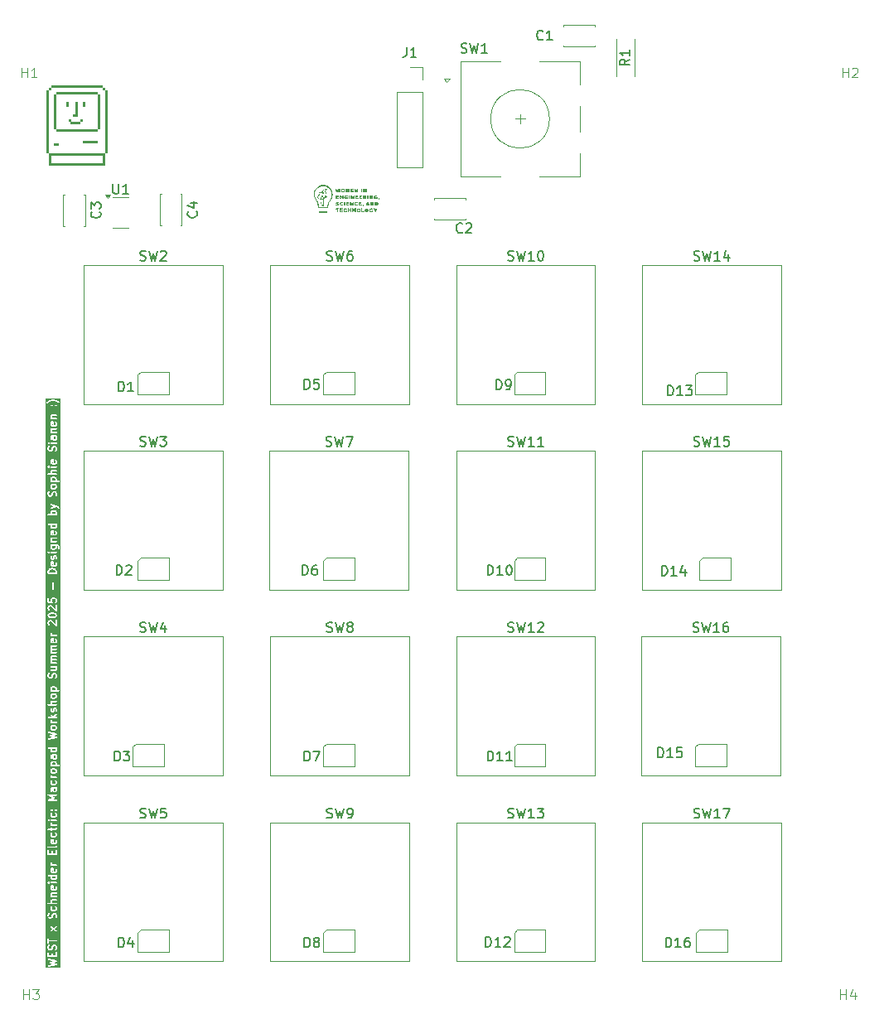
<source format=gbr>
%TF.GenerationSoftware,KiCad,Pcbnew,9.0.2*%
%TF.CreationDate,2025-06-11T10:15:39-07:00*%
%TF.ProjectId,west_workshop_2025,77657374-5f77-46f7-926b-73686f705f32,888*%
%TF.SameCoordinates,Original*%
%TF.FileFunction,Legend,Top*%
%TF.FilePolarity,Positive*%
%FSLAX46Y46*%
G04 Gerber Fmt 4.6, Leading zero omitted, Abs format (unit mm)*
G04 Created by KiCad (PCBNEW 9.0.2) date 2025-06-11 10:15:39*
%MOMM*%
%LPD*%
G01*
G04 APERTURE LIST*
%ADD10C,0.160000*%
%ADD11C,0.150000*%
%ADD12C,0.100000*%
%ADD13C,0.120000*%
%ADD14C,0.000000*%
G04 APERTURE END LIST*
D10*
G36*
X73289524Y-151540846D02*
G01*
X73253613Y-151540846D01*
X73218165Y-151523121D01*
X73200441Y-151487673D01*
X73200441Y-151373064D01*
X73218165Y-151337616D01*
X73246086Y-151323655D01*
X73289524Y-151540846D01*
G37*
G36*
X73573775Y-150268302D02*
G01*
X73573775Y-150382914D01*
X73549932Y-150430599D01*
X73530196Y-150450335D01*
X73482508Y-150474180D01*
X73291708Y-150474180D01*
X73244020Y-150450335D01*
X73224284Y-150430599D01*
X73200441Y-150382912D01*
X73200441Y-150268303D01*
X73207979Y-150253227D01*
X73566237Y-150253227D01*
X73573775Y-150268302D01*
G37*
G36*
X73289524Y-149750370D02*
G01*
X73253613Y-149750370D01*
X73218165Y-149732645D01*
X73200441Y-149697197D01*
X73200441Y-149582588D01*
X73218165Y-149547140D01*
X73246086Y-149533179D01*
X73289524Y-149750370D01*
G37*
G36*
X73289524Y-146817036D02*
G01*
X73253613Y-146817036D01*
X73218165Y-146799311D01*
X73200441Y-146763863D01*
X73200441Y-146649254D01*
X73218165Y-146613806D01*
X73246086Y-146599845D01*
X73289524Y-146817036D01*
G37*
G36*
X73573775Y-141315921D02*
G01*
X73573775Y-141468628D01*
X73556051Y-141504074D01*
X73520604Y-141521799D01*
X73482184Y-141521799D01*
X73446736Y-141504074D01*
X73429013Y-141468628D01*
X73429013Y-141300846D01*
X73566237Y-141300846D01*
X73573775Y-141315921D01*
G37*
G36*
X73530195Y-139381832D02*
G01*
X73549932Y-139401568D01*
X73573775Y-139449254D01*
X73573775Y-139525771D01*
X73549932Y-139573456D01*
X73530196Y-139593192D01*
X73482508Y-139617037D01*
X73291708Y-139617037D01*
X73244020Y-139593192D01*
X73224284Y-139573456D01*
X73200441Y-139525769D01*
X73200441Y-139449255D01*
X73224284Y-139401568D01*
X73244021Y-139381831D01*
X73291707Y-139357989D01*
X73482509Y-139357989D01*
X73530195Y-139381832D01*
G37*
G36*
X73530195Y-138658022D02*
G01*
X73549932Y-138677758D01*
X73573775Y-138725444D01*
X73573775Y-138840056D01*
X73566238Y-138855131D01*
X73207979Y-138855131D01*
X73200441Y-138840054D01*
X73200441Y-138725445D01*
X73224284Y-138677758D01*
X73244021Y-138658021D01*
X73291707Y-138634179D01*
X73482509Y-138634179D01*
X73530195Y-138658022D01*
G37*
G36*
X73573775Y-137963539D02*
G01*
X73573775Y-138116246D01*
X73556051Y-138151692D01*
X73520604Y-138169417D01*
X73482184Y-138169417D01*
X73446736Y-138151692D01*
X73429013Y-138116246D01*
X73429013Y-137948464D01*
X73566237Y-137948464D01*
X73573775Y-137963539D01*
G37*
G36*
X73573775Y-137239729D02*
G01*
X73573775Y-137354341D01*
X73549932Y-137402026D01*
X73530196Y-137421762D01*
X73482508Y-137445607D01*
X73291708Y-137445607D01*
X73244020Y-137421762D01*
X73224284Y-137402026D01*
X73200441Y-137354339D01*
X73200441Y-137239730D01*
X73207979Y-137224654D01*
X73566237Y-137224654D01*
X73573775Y-137239729D01*
G37*
G36*
X73530195Y-134962782D02*
G01*
X73549932Y-134982518D01*
X73573775Y-135030204D01*
X73573775Y-135106721D01*
X73549932Y-135154406D01*
X73530196Y-135174142D01*
X73482508Y-135197987D01*
X73291708Y-135197987D01*
X73244020Y-135174142D01*
X73224284Y-135154406D01*
X73200441Y-135106719D01*
X73200441Y-135030205D01*
X73224284Y-134982518D01*
X73244021Y-134962781D01*
X73291707Y-134938939D01*
X73482509Y-134938939D01*
X73530195Y-134962782D01*
G37*
G36*
X73530195Y-131724686D02*
G01*
X73549932Y-131744422D01*
X73573775Y-131792108D01*
X73573775Y-131868625D01*
X73549932Y-131916310D01*
X73530196Y-131936046D01*
X73482508Y-131959891D01*
X73291708Y-131959891D01*
X73244020Y-131936046D01*
X73224284Y-131916310D01*
X73200441Y-131868623D01*
X73200441Y-131792109D01*
X73224284Y-131744422D01*
X73244021Y-131724685D01*
X73291707Y-131700843D01*
X73482509Y-131700843D01*
X73530195Y-131724686D01*
G37*
G36*
X73530195Y-131000876D02*
G01*
X73549932Y-131020612D01*
X73573775Y-131068298D01*
X73573775Y-131182910D01*
X73566238Y-131197985D01*
X73207979Y-131197985D01*
X73200441Y-131182908D01*
X73200441Y-131068299D01*
X73224284Y-131020612D01*
X73244021Y-131000875D01*
X73291707Y-130977033D01*
X73482509Y-130977033D01*
X73530195Y-131000876D01*
G37*
G36*
X73289524Y-126283698D02*
G01*
X73253613Y-126283698D01*
X73218165Y-126265973D01*
X73200441Y-126230525D01*
X73200441Y-126115916D01*
X73218165Y-126080468D01*
X73246086Y-126066507D01*
X73289524Y-126283698D01*
G37*
G36*
X73473473Y-123467751D02*
G01*
X73530195Y-123496112D01*
X73549932Y-123515848D01*
X73573775Y-123563534D01*
X73573775Y-123601955D01*
X73549932Y-123649641D01*
X73530195Y-123669377D01*
X73473470Y-123697740D01*
X73339166Y-123731317D01*
X73168384Y-123731317D01*
X73034078Y-123697740D01*
X72977354Y-123669378D01*
X72957617Y-123649640D01*
X72933775Y-123601955D01*
X72933775Y-123563534D01*
X72957617Y-123515849D01*
X72977354Y-123496111D01*
X73034078Y-123467750D01*
X73168384Y-123434174D01*
X73339166Y-123434174D01*
X73473473Y-123467751D01*
G37*
G36*
X73435375Y-118934415D02*
G01*
X73492100Y-118962778D01*
X73545757Y-119016434D01*
X73573775Y-119100488D01*
X73573775Y-119197982D01*
X72933775Y-119197982D01*
X72933775Y-119100488D01*
X72961792Y-119016435D01*
X73015449Y-118962778D01*
X73072173Y-118934415D01*
X73206479Y-118900839D01*
X73301071Y-118900839D01*
X73435375Y-118934415D01*
G37*
G36*
X73289524Y-118436078D02*
G01*
X73253613Y-118436078D01*
X73218165Y-118418353D01*
X73200441Y-118382905D01*
X73200441Y-118268296D01*
X73218165Y-118232848D01*
X73246086Y-118218887D01*
X73289524Y-118436078D01*
G37*
G36*
X73573775Y-116515915D02*
G01*
X73573775Y-116630527D01*
X73549932Y-116678212D01*
X73530196Y-116697948D01*
X73482508Y-116721793D01*
X73291708Y-116721793D01*
X73244020Y-116697948D01*
X73224284Y-116678212D01*
X73200441Y-116630525D01*
X73200441Y-116515916D01*
X73207979Y-116500840D01*
X73566237Y-116500840D01*
X73573775Y-116515915D01*
G37*
G36*
X73289524Y-115274173D02*
G01*
X73253613Y-115274173D01*
X73218165Y-115256448D01*
X73200441Y-115221000D01*
X73200441Y-115106391D01*
X73218165Y-115070943D01*
X73246086Y-115056982D01*
X73289524Y-115274173D01*
G37*
G36*
X73573775Y-114382581D02*
G01*
X73573775Y-114497193D01*
X73549932Y-114544878D01*
X73530196Y-114564614D01*
X73482508Y-114588459D01*
X73291708Y-114588459D01*
X73244020Y-114564614D01*
X73224284Y-114544878D01*
X73200441Y-114497191D01*
X73200441Y-114382582D01*
X73207979Y-114367506D01*
X73566237Y-114367506D01*
X73573775Y-114382581D01*
G37*
G36*
X73530195Y-113019920D02*
G01*
X73549932Y-113039656D01*
X73573775Y-113087342D01*
X73573775Y-113201954D01*
X73566238Y-113217029D01*
X73207979Y-113217029D01*
X73200441Y-113201952D01*
X73200441Y-113087343D01*
X73224284Y-113039656D01*
X73244021Y-113019919D01*
X73291707Y-112996077D01*
X73482509Y-112996077D01*
X73530195Y-113019920D01*
G37*
G36*
X73530195Y-110315157D02*
G01*
X73549932Y-110334893D01*
X73573775Y-110382579D01*
X73573775Y-110459096D01*
X73549932Y-110506781D01*
X73530196Y-110526517D01*
X73482508Y-110550362D01*
X73291708Y-110550362D01*
X73244020Y-110526517D01*
X73224284Y-110506781D01*
X73200441Y-110459094D01*
X73200441Y-110382580D01*
X73224284Y-110334893D01*
X73244021Y-110315156D01*
X73291707Y-110291314D01*
X73482509Y-110291314D01*
X73530195Y-110315157D01*
G37*
G36*
X73530195Y-109591347D02*
G01*
X73549932Y-109611083D01*
X73573775Y-109658769D01*
X73573775Y-109773381D01*
X73566238Y-109788456D01*
X73207979Y-109788456D01*
X73200441Y-109773379D01*
X73200441Y-109658770D01*
X73224284Y-109611083D01*
X73244021Y-109591346D01*
X73291707Y-109567504D01*
X73482509Y-109567504D01*
X73530195Y-109591347D01*
G37*
G36*
X73289524Y-107997980D02*
G01*
X73253613Y-107997980D01*
X73218165Y-107980255D01*
X73200441Y-107944807D01*
X73200441Y-107830198D01*
X73218165Y-107794750D01*
X73246086Y-107780789D01*
X73289524Y-107997980D01*
G37*
G36*
X73573775Y-105354007D02*
G01*
X73573775Y-105506714D01*
X73556051Y-105542160D01*
X73520604Y-105559885D01*
X73482184Y-105559885D01*
X73446736Y-105542160D01*
X73429013Y-105506714D01*
X73429013Y-105338932D01*
X73566237Y-105338932D01*
X73573775Y-105354007D01*
G37*
G36*
X73289524Y-104112265D02*
G01*
X73253613Y-104112265D01*
X73218165Y-104094540D01*
X73200441Y-104059092D01*
X73200441Y-103944483D01*
X73218165Y-103909035D01*
X73246086Y-103895074D01*
X73289524Y-104112265D01*
G37*
G36*
X74125889Y-159599205D02*
G01*
X72572137Y-159599205D01*
X72572137Y-158741667D01*
X72773831Y-158741667D01*
X72778771Y-158772488D01*
X72795131Y-158799073D01*
X72820419Y-158817372D01*
X72835245Y-158822483D01*
X73326824Y-158939524D01*
X73061733Y-159010216D01*
X73058078Y-159011586D01*
X73056540Y-159011791D01*
X73054713Y-159012848D01*
X73047049Y-159015723D01*
X73038666Y-159022139D01*
X73029526Y-159027431D01*
X73026376Y-159031545D01*
X73022262Y-159034695D01*
X73016970Y-159043835D01*
X73010554Y-159052218D01*
X73009219Y-159057222D01*
X73006622Y-159061709D01*
X73005231Y-159072177D01*
X73002511Y-159082378D01*
X73003193Y-159087515D01*
X73002511Y-159092652D01*
X73005231Y-159102852D01*
X73006622Y-159113321D01*
X73009219Y-159117807D01*
X73010554Y-159122812D01*
X73016970Y-159131194D01*
X73022262Y-159140335D01*
X73026376Y-159143484D01*
X73029526Y-159147599D01*
X73038666Y-159152890D01*
X73047049Y-159159307D01*
X73054713Y-159162181D01*
X73056540Y-159163239D01*
X73058078Y-159163443D01*
X73061733Y-159164814D01*
X73326824Y-159235505D01*
X72835245Y-159352547D01*
X72820419Y-159357658D01*
X72795131Y-159375957D01*
X72778771Y-159402542D01*
X72773831Y-159433363D01*
X72781061Y-159463728D01*
X72799360Y-159489016D01*
X72825945Y-159505376D01*
X72856766Y-159510316D01*
X72872305Y-159508197D01*
X73672305Y-159317721D01*
X73677658Y-159315875D01*
X73679582Y-159315620D01*
X73681322Y-159314612D01*
X73687131Y-159312610D01*
X73696534Y-159305805D01*
X73706595Y-159299981D01*
X73709092Y-159296718D01*
X73712419Y-159294311D01*
X73718506Y-159284418D01*
X73725568Y-159275193D01*
X73726626Y-159271224D01*
X73728779Y-159267726D01*
X73730617Y-159256256D01*
X73733610Y-159245033D01*
X73733069Y-159240960D01*
X73733719Y-159236905D01*
X73731030Y-159225614D01*
X73729500Y-159214090D01*
X73727439Y-159210530D01*
X73726489Y-159206540D01*
X73719686Y-159197140D01*
X73713860Y-159187076D01*
X73710595Y-159184577D01*
X73708189Y-159181252D01*
X73698295Y-159175163D01*
X73689072Y-159168104D01*
X73683317Y-159165945D01*
X73681605Y-159164892D01*
X73679688Y-159164584D01*
X73674388Y-159162597D01*
X73392830Y-159087515D01*
X73674388Y-159012433D01*
X73679688Y-159010445D01*
X73681605Y-159010138D01*
X73683317Y-159009084D01*
X73689072Y-159006926D01*
X73698295Y-158999866D01*
X73708189Y-158993778D01*
X73710595Y-158990452D01*
X73713860Y-158987954D01*
X73719686Y-158977889D01*
X73726489Y-158968490D01*
X73727439Y-158964499D01*
X73729500Y-158960940D01*
X73731030Y-158949415D01*
X73733719Y-158938125D01*
X73733069Y-158934069D01*
X73733610Y-158929997D01*
X73730617Y-158918773D01*
X73728779Y-158907304D01*
X73726626Y-158903805D01*
X73725568Y-158899837D01*
X73718506Y-158890611D01*
X73712419Y-158880719D01*
X73709092Y-158878311D01*
X73706595Y-158875049D01*
X73696534Y-158869224D01*
X73687131Y-158862420D01*
X73681322Y-158860417D01*
X73679582Y-158859410D01*
X73677658Y-158859154D01*
X73672305Y-158857309D01*
X72872305Y-158666833D01*
X72856766Y-158664714D01*
X72825945Y-158669654D01*
X72799360Y-158686014D01*
X72781061Y-158711302D01*
X72773831Y-158741667D01*
X72572137Y-158741667D01*
X72572137Y-158058943D01*
X72773775Y-158058943D01*
X72773775Y-158439895D01*
X72775312Y-158455502D01*
X72787257Y-158484341D01*
X72809329Y-158506413D01*
X72838168Y-158518358D01*
X72853775Y-158519895D01*
X73653775Y-158519895D01*
X73669382Y-158518358D01*
X73698221Y-158506413D01*
X73720293Y-158484341D01*
X73732238Y-158455502D01*
X73733775Y-158439895D01*
X73733775Y-158058943D01*
X73732238Y-158043336D01*
X73720293Y-158014497D01*
X73698221Y-157992425D01*
X73669382Y-157980480D01*
X73638168Y-157980480D01*
X73609329Y-157992425D01*
X73587257Y-158014497D01*
X73575312Y-158043336D01*
X73573775Y-158058943D01*
X73573775Y-158359895D01*
X73314727Y-158359895D01*
X73314727Y-158173229D01*
X73313190Y-158157622D01*
X73301245Y-158128783D01*
X73279173Y-158106711D01*
X73250334Y-158094766D01*
X73219120Y-158094766D01*
X73190281Y-158106711D01*
X73168209Y-158128783D01*
X73156264Y-158157622D01*
X73154727Y-158173229D01*
X73154727Y-158359895D01*
X72933775Y-158359895D01*
X72933775Y-158058943D01*
X72932238Y-158043336D01*
X72920293Y-158014497D01*
X72898221Y-157992425D01*
X72869382Y-157980480D01*
X72838168Y-157980480D01*
X72809329Y-157992425D01*
X72787257Y-158014497D01*
X72775312Y-158043336D01*
X72773775Y-158058943D01*
X72572137Y-158058943D01*
X72572137Y-157411323D01*
X72773775Y-157411323D01*
X72773775Y-157601800D01*
X72775312Y-157617407D01*
X72776412Y-157620063D01*
X72776616Y-157622930D01*
X72782221Y-157637577D01*
X72820316Y-157713767D01*
X72824542Y-157720481D01*
X72825352Y-157722436D01*
X72827157Y-157724635D01*
X72828670Y-157727039D01*
X72830264Y-157728421D01*
X72835301Y-157734559D01*
X72873396Y-157772653D01*
X72879530Y-157777687D01*
X72880916Y-157779285D01*
X72883324Y-157780800D01*
X72885519Y-157782602D01*
X72887469Y-157783409D01*
X72894188Y-157787639D01*
X72970378Y-157825735D01*
X72985025Y-157831340D01*
X72987892Y-157831543D01*
X72990549Y-157832644D01*
X73006156Y-157834181D01*
X73082346Y-157834181D01*
X73097953Y-157832644D01*
X73100609Y-157831543D01*
X73103477Y-157831340D01*
X73118123Y-157825735D01*
X73194314Y-157787639D01*
X73201028Y-157783412D01*
X73202983Y-157782603D01*
X73205182Y-157780797D01*
X73207586Y-157779285D01*
X73208968Y-157777690D01*
X73215106Y-157772654D01*
X73253200Y-157734559D01*
X73258234Y-157728424D01*
X73259832Y-157727039D01*
X73261347Y-157724630D01*
X73263149Y-157722436D01*
X73263956Y-157720485D01*
X73268186Y-157713767D01*
X73306281Y-157637577D01*
X73306717Y-157636435D01*
X73307062Y-157635971D01*
X73309401Y-157629422D01*
X73311886Y-157622930D01*
X73311926Y-157622353D01*
X73312338Y-157621203D01*
X73348304Y-157477339D01*
X73376665Y-157420617D01*
X73396402Y-157400880D01*
X73444088Y-157377038D01*
X73482509Y-157377038D01*
X73530195Y-157400881D01*
X73549932Y-157420617D01*
X73573775Y-157468303D01*
X73573775Y-157626912D01*
X73539785Y-157728883D01*
X73536308Y-157744175D01*
X73538520Y-157775312D01*
X73552480Y-157803231D01*
X73576062Y-157823682D01*
X73605674Y-157833553D01*
X73636811Y-157831341D01*
X73664730Y-157817381D01*
X73685181Y-157793799D01*
X73691575Y-157779479D01*
X73729670Y-157665193D01*
X73731429Y-157657453D01*
X73732238Y-157655502D01*
X73732516Y-157652673D01*
X73733147Y-157649901D01*
X73732997Y-157647792D01*
X73733775Y-157639895D01*
X73733775Y-157449419D01*
X73732238Y-157433812D01*
X73731137Y-157431155D01*
X73730934Y-157428289D01*
X73725329Y-157413642D01*
X73687234Y-157337451D01*
X73683005Y-157330733D01*
X73682197Y-157328781D01*
X73680393Y-157326583D01*
X73678880Y-157324179D01*
X73677283Y-157322794D01*
X73672248Y-157316659D01*
X73634152Y-157278564D01*
X73628018Y-157273530D01*
X73626633Y-157271933D01*
X73624225Y-157270417D01*
X73622029Y-157268615D01*
X73620077Y-157267806D01*
X73613361Y-157263579D01*
X73537171Y-157225484D01*
X73522524Y-157219879D01*
X73519657Y-157219675D01*
X73517001Y-157218575D01*
X73501394Y-157217038D01*
X73425203Y-157217038D01*
X73409596Y-157218575D01*
X73406939Y-157219675D01*
X73404073Y-157219879D01*
X73389426Y-157225484D01*
X73313236Y-157263579D01*
X73306517Y-157267808D01*
X73304567Y-157268616D01*
X73302372Y-157270417D01*
X73299964Y-157271933D01*
X73298578Y-157273530D01*
X73292444Y-157278565D01*
X73254349Y-157316659D01*
X73249312Y-157322796D01*
X73247718Y-157324179D01*
X73246205Y-157326582D01*
X73244400Y-157328782D01*
X73243590Y-157330736D01*
X73239364Y-157337451D01*
X73201268Y-157413642D01*
X73200831Y-157414783D01*
X73200487Y-157415248D01*
X73198150Y-157421788D01*
X73195663Y-157428288D01*
X73195621Y-157428865D01*
X73195211Y-157430016D01*
X73159245Y-157573877D01*
X73130884Y-157630600D01*
X73111147Y-157650337D01*
X73063461Y-157674181D01*
X73025041Y-157674181D01*
X72977354Y-157650337D01*
X72957617Y-157630599D01*
X72933775Y-157582915D01*
X72933775Y-157424306D01*
X72967765Y-157322336D01*
X72971242Y-157307044D01*
X72969030Y-157275908D01*
X72955070Y-157247989D01*
X72931488Y-157227537D01*
X72901876Y-157217666D01*
X72870740Y-157219878D01*
X72842821Y-157233838D01*
X72822369Y-157257420D01*
X72815975Y-157271740D01*
X72777880Y-157386025D01*
X72776120Y-157393764D01*
X72775312Y-157395716D01*
X72775033Y-157398544D01*
X72774403Y-157401317D01*
X72774552Y-157403425D01*
X72773775Y-157411323D01*
X72572137Y-157411323D01*
X72572137Y-156611323D01*
X72773775Y-156611323D01*
X72773775Y-157068466D01*
X72775312Y-157084073D01*
X72787257Y-157112912D01*
X72809329Y-157134984D01*
X72838168Y-157146929D01*
X72869382Y-157146929D01*
X72898221Y-157134984D01*
X72920293Y-157112912D01*
X72932238Y-157084073D01*
X72933775Y-157068466D01*
X72933775Y-156919895D01*
X73653775Y-156919895D01*
X73669382Y-156918358D01*
X73698221Y-156906413D01*
X73720293Y-156884341D01*
X73732238Y-156855502D01*
X73732238Y-156824288D01*
X73720293Y-156795449D01*
X73698221Y-156773377D01*
X73669382Y-156761432D01*
X73653775Y-156759895D01*
X72933775Y-156759895D01*
X72933775Y-156611323D01*
X72932238Y-156595716D01*
X72920293Y-156566877D01*
X72898221Y-156544805D01*
X72869382Y-156532860D01*
X72838168Y-156532860D01*
X72809329Y-156544805D01*
X72787257Y-156566877D01*
X72775312Y-156595716D01*
X72773775Y-156611323D01*
X72572137Y-156611323D01*
X72572137Y-155386127D01*
X73040677Y-155386127D01*
X73044396Y-155417120D01*
X73059693Y-155444330D01*
X73071015Y-155455180D01*
X73257621Y-155601799D01*
X73071015Y-155748418D01*
X73059693Y-155759268D01*
X73044396Y-155786478D01*
X73040677Y-155817471D01*
X73049102Y-155847527D01*
X73068386Y-155872071D01*
X73095596Y-155887368D01*
X73126589Y-155891087D01*
X73156645Y-155882662D01*
X73169867Y-155874228D01*
X73387108Y-155703538D01*
X73604349Y-155874228D01*
X73617571Y-155882662D01*
X73647627Y-155891087D01*
X73678619Y-155887368D01*
X73705829Y-155872071D01*
X73725114Y-155847527D01*
X73733539Y-155817470D01*
X73729820Y-155786478D01*
X73714523Y-155759268D01*
X73703201Y-155748417D01*
X73516595Y-155601799D01*
X73703201Y-155455181D01*
X73714523Y-155444330D01*
X73729820Y-155417120D01*
X73733539Y-155386128D01*
X73725114Y-155356071D01*
X73705829Y-155331527D01*
X73678619Y-155316230D01*
X73647627Y-155312511D01*
X73617571Y-155320936D01*
X73604349Y-155329370D01*
X73387108Y-155500059D01*
X73169867Y-155329370D01*
X73156645Y-155320936D01*
X73126589Y-155312511D01*
X73095596Y-155316230D01*
X73068386Y-155331527D01*
X73049102Y-155356071D01*
X73040677Y-155386127D01*
X72572137Y-155386127D01*
X72572137Y-154173227D01*
X72773775Y-154173227D01*
X72773775Y-154363704D01*
X72775312Y-154379311D01*
X72776412Y-154381967D01*
X72776616Y-154384834D01*
X72782221Y-154399481D01*
X72820316Y-154475671D01*
X72824542Y-154482385D01*
X72825352Y-154484340D01*
X72827157Y-154486539D01*
X72828670Y-154488943D01*
X72830264Y-154490325D01*
X72835301Y-154496463D01*
X72873396Y-154534557D01*
X72879530Y-154539591D01*
X72880916Y-154541189D01*
X72883324Y-154542704D01*
X72885519Y-154544506D01*
X72887469Y-154545313D01*
X72894188Y-154549543D01*
X72970378Y-154587639D01*
X72985025Y-154593244D01*
X72987892Y-154593447D01*
X72990549Y-154594548D01*
X73006156Y-154596085D01*
X73082346Y-154596085D01*
X73097953Y-154594548D01*
X73100609Y-154593447D01*
X73103477Y-154593244D01*
X73118123Y-154587639D01*
X73194314Y-154549543D01*
X73201028Y-154545316D01*
X73202983Y-154544507D01*
X73205182Y-154542701D01*
X73207586Y-154541189D01*
X73208968Y-154539594D01*
X73215106Y-154534558D01*
X73253200Y-154496463D01*
X73258234Y-154490328D01*
X73259832Y-154488943D01*
X73261347Y-154486534D01*
X73263149Y-154484340D01*
X73263956Y-154482389D01*
X73268186Y-154475671D01*
X73306281Y-154399481D01*
X73306717Y-154398339D01*
X73307062Y-154397875D01*
X73309401Y-154391326D01*
X73311886Y-154384834D01*
X73311926Y-154384257D01*
X73312338Y-154383107D01*
X73348304Y-154239243D01*
X73376665Y-154182521D01*
X73396402Y-154162784D01*
X73444088Y-154138942D01*
X73482509Y-154138942D01*
X73530195Y-154162785D01*
X73549932Y-154182521D01*
X73573775Y-154230207D01*
X73573775Y-154388816D01*
X73539785Y-154490787D01*
X73536308Y-154506079D01*
X73538520Y-154537216D01*
X73552480Y-154565135D01*
X73576062Y-154585586D01*
X73605674Y-154595457D01*
X73636811Y-154593245D01*
X73664730Y-154579285D01*
X73685181Y-154555703D01*
X73691575Y-154541383D01*
X73729670Y-154427097D01*
X73731429Y-154419357D01*
X73732238Y-154417406D01*
X73732516Y-154414577D01*
X73733147Y-154411805D01*
X73732997Y-154409696D01*
X73733775Y-154401799D01*
X73733775Y-154211323D01*
X73732238Y-154195716D01*
X73731137Y-154193059D01*
X73730934Y-154190193D01*
X73725329Y-154175546D01*
X73687234Y-154099355D01*
X73683005Y-154092637D01*
X73682197Y-154090685D01*
X73680393Y-154088487D01*
X73678880Y-154086083D01*
X73677283Y-154084698D01*
X73672248Y-154078563D01*
X73634152Y-154040468D01*
X73628018Y-154035434D01*
X73626633Y-154033837D01*
X73624225Y-154032321D01*
X73622029Y-154030519D01*
X73620077Y-154029710D01*
X73613361Y-154025483D01*
X73537171Y-153987388D01*
X73522524Y-153981783D01*
X73519657Y-153981579D01*
X73517001Y-153980479D01*
X73501394Y-153978942D01*
X73425203Y-153978942D01*
X73409596Y-153980479D01*
X73406939Y-153981579D01*
X73404073Y-153981783D01*
X73389426Y-153987388D01*
X73313236Y-154025483D01*
X73306517Y-154029712D01*
X73304567Y-154030520D01*
X73302372Y-154032321D01*
X73299964Y-154033837D01*
X73298578Y-154035434D01*
X73292444Y-154040469D01*
X73254349Y-154078563D01*
X73249312Y-154084700D01*
X73247718Y-154086083D01*
X73246205Y-154088486D01*
X73244400Y-154090686D01*
X73243590Y-154092640D01*
X73239364Y-154099355D01*
X73201268Y-154175546D01*
X73200831Y-154176687D01*
X73200487Y-154177152D01*
X73198150Y-154183692D01*
X73195663Y-154190192D01*
X73195621Y-154190769D01*
X73195211Y-154191920D01*
X73159245Y-154335781D01*
X73130884Y-154392504D01*
X73111147Y-154412241D01*
X73063461Y-154436085D01*
X73025041Y-154436085D01*
X72977354Y-154412241D01*
X72957617Y-154392503D01*
X72933775Y-154344819D01*
X72933775Y-154186210D01*
X72967765Y-154084240D01*
X72971242Y-154068948D01*
X72969030Y-154037812D01*
X72955070Y-154009893D01*
X72931488Y-153989441D01*
X72901876Y-153979570D01*
X72870740Y-153981782D01*
X72842821Y-153995742D01*
X72822369Y-154019324D01*
X72815975Y-154033644D01*
X72777880Y-154147929D01*
X72776120Y-154155668D01*
X72775312Y-154157620D01*
X72775033Y-154160448D01*
X72774403Y-154163221D01*
X72774552Y-154165329D01*
X72773775Y-154173227D01*
X72572137Y-154173227D01*
X72572137Y-153449418D01*
X73040441Y-153449418D01*
X73040441Y-153601799D01*
X73041978Y-153617406D01*
X73043078Y-153620062D01*
X73043282Y-153622930D01*
X73048887Y-153637577D01*
X73086983Y-153713766D01*
X73091208Y-153720478D01*
X73092019Y-153722435D01*
X73093827Y-153724639D01*
X73095338Y-153727038D01*
X73096928Y-153728417D01*
X73101968Y-153734558D01*
X73140063Y-153772652D01*
X73146196Y-153777685D01*
X73147582Y-153779283D01*
X73149990Y-153780799D01*
X73152186Y-153782601D01*
X73154135Y-153783408D01*
X73160854Y-153787638D01*
X73237044Y-153825734D01*
X73251690Y-153831339D01*
X73254559Y-153831542D01*
X73257215Y-153832643D01*
X73272822Y-153834180D01*
X73501394Y-153834180D01*
X73517001Y-153832643D01*
X73519657Y-153831542D01*
X73522525Y-153831339D01*
X73537172Y-153825734D01*
X73613361Y-153787638D01*
X73620074Y-153783411D01*
X73622029Y-153782602D01*
X73624229Y-153780795D01*
X73626633Y-153779283D01*
X73628015Y-153777689D01*
X73634152Y-153772653D01*
X73672248Y-153734558D01*
X73677283Y-153728422D01*
X73678880Y-153727038D01*
X73680393Y-153724633D01*
X73682197Y-153722436D01*
X73683005Y-153720483D01*
X73687234Y-153713766D01*
X73725329Y-153637576D01*
X73730934Y-153622929D01*
X73731137Y-153620062D01*
X73732238Y-153617406D01*
X73733775Y-153601799D01*
X73733775Y-153449418D01*
X73732238Y-153433811D01*
X73731137Y-153431154D01*
X73730934Y-153428288D01*
X73725329Y-153413641D01*
X73687234Y-153337450D01*
X73678880Y-153324178D01*
X73655299Y-153303726D01*
X73625686Y-153293855D01*
X73594550Y-153296068D01*
X73566631Y-153310027D01*
X73546179Y-153333608D01*
X73536308Y-153363221D01*
X73538521Y-153394357D01*
X73544126Y-153409004D01*
X73573775Y-153468302D01*
X73573775Y-153582914D01*
X73549932Y-153630599D01*
X73530196Y-153650335D01*
X73482508Y-153674180D01*
X73291708Y-153674180D01*
X73244020Y-153650335D01*
X73224284Y-153630599D01*
X73200441Y-153582912D01*
X73200441Y-153468303D01*
X73230091Y-153409005D01*
X73235696Y-153394358D01*
X73237909Y-153363222D01*
X73228039Y-153333609D01*
X73207586Y-153310028D01*
X73179668Y-153296068D01*
X73148531Y-153293855D01*
X73118919Y-153303726D01*
X73095337Y-153324178D01*
X73086983Y-153337450D01*
X73048887Y-153413641D01*
X73043282Y-153428287D01*
X73043078Y-153431154D01*
X73041978Y-153433811D01*
X73040441Y-153449418D01*
X72572137Y-153449418D01*
X72572137Y-153014763D01*
X72775312Y-153014763D01*
X72775312Y-153045977D01*
X72787257Y-153074816D01*
X72809329Y-153096888D01*
X72838168Y-153108833D01*
X72853775Y-153110370D01*
X73653775Y-153110370D01*
X73669382Y-153108833D01*
X73698221Y-153096888D01*
X73720293Y-153074816D01*
X73732238Y-153045977D01*
X73732238Y-153014763D01*
X73720293Y-152985924D01*
X73698221Y-152963852D01*
X73669382Y-152951907D01*
X73653775Y-152950370D01*
X73229770Y-152950370D01*
X73224284Y-152944885D01*
X73200441Y-152897198D01*
X73200441Y-152820684D01*
X73218165Y-152785236D01*
X73253612Y-152767513D01*
X73653775Y-152767513D01*
X73669382Y-152765976D01*
X73698221Y-152754031D01*
X73720293Y-152731959D01*
X73732238Y-152703120D01*
X73732238Y-152671906D01*
X73720293Y-152643067D01*
X73698221Y-152620995D01*
X73669382Y-152609050D01*
X73653775Y-152607513D01*
X73234727Y-152607513D01*
X73219120Y-152609050D01*
X73216463Y-152610150D01*
X73213597Y-152610354D01*
X73198950Y-152615959D01*
X73122760Y-152654054D01*
X73120150Y-152655696D01*
X73118919Y-152656107D01*
X73117385Y-152657436D01*
X73109488Y-152662408D01*
X73102914Y-152669987D01*
X73095337Y-152676559D01*
X73090368Y-152684453D01*
X73089036Y-152685989D01*
X73088624Y-152687222D01*
X73086983Y-152689831D01*
X73048887Y-152766022D01*
X73043282Y-152780668D01*
X73043078Y-152783535D01*
X73041978Y-152786192D01*
X73040441Y-152801799D01*
X73040441Y-152916085D01*
X73041978Y-152931692D01*
X73043078Y-152934348D01*
X73043282Y-152937216D01*
X73048316Y-152950370D01*
X72853775Y-152950370D01*
X72838168Y-152951907D01*
X72809329Y-152963852D01*
X72787257Y-152985924D01*
X72775312Y-153014763D01*
X72572137Y-153014763D01*
X72572137Y-152077989D01*
X73040441Y-152077989D01*
X73040441Y-152192275D01*
X73041978Y-152207882D01*
X73043078Y-152210538D01*
X73043282Y-152213406D01*
X73048887Y-152228053D01*
X73061919Y-152254117D01*
X73053923Y-152262114D01*
X73041978Y-152290953D01*
X73041978Y-152322167D01*
X73053923Y-152351006D01*
X73075995Y-152373078D01*
X73104834Y-152385023D01*
X73120441Y-152386560D01*
X73653775Y-152386560D01*
X73669382Y-152385023D01*
X73698221Y-152373078D01*
X73720293Y-152351006D01*
X73732238Y-152322167D01*
X73732238Y-152290953D01*
X73720293Y-152262114D01*
X73698221Y-152240042D01*
X73669382Y-152228097D01*
X73653775Y-152226560D01*
X73229770Y-152226560D01*
X73224284Y-152221075D01*
X73200441Y-152173388D01*
X73200441Y-152096874D01*
X73218165Y-152061426D01*
X73253612Y-152043703D01*
X73653775Y-152043703D01*
X73669382Y-152042166D01*
X73698221Y-152030221D01*
X73720293Y-152008149D01*
X73732238Y-151979310D01*
X73732238Y-151948096D01*
X73720293Y-151919257D01*
X73698221Y-151897185D01*
X73669382Y-151885240D01*
X73653775Y-151883703D01*
X73234727Y-151883703D01*
X73219120Y-151885240D01*
X73216463Y-151886340D01*
X73213597Y-151886544D01*
X73198950Y-151892149D01*
X73122760Y-151930244D01*
X73120150Y-151931886D01*
X73118919Y-151932297D01*
X73117385Y-151933626D01*
X73109488Y-151938598D01*
X73102914Y-151946177D01*
X73095337Y-151952749D01*
X73090368Y-151960643D01*
X73089036Y-151962179D01*
X73088624Y-151963412D01*
X73086983Y-151966021D01*
X73048887Y-152042212D01*
X73043282Y-152056858D01*
X73043078Y-152059725D01*
X73041978Y-152062382D01*
X73040441Y-152077989D01*
X72572137Y-152077989D01*
X72572137Y-151354179D01*
X73040441Y-151354179D01*
X73040441Y-151506560D01*
X73041978Y-151522167D01*
X73043078Y-151524823D01*
X73043282Y-151527691D01*
X73048887Y-151542338D01*
X73086983Y-151618527D01*
X73088623Y-151621132D01*
X73089035Y-151622368D01*
X73090369Y-151623907D01*
X73095338Y-151631799D01*
X73102911Y-151638367D01*
X73109487Y-151645949D01*
X73117386Y-151650922D01*
X73118919Y-151652251D01*
X73120149Y-151652661D01*
X73122759Y-151654304D01*
X73198949Y-151692400D01*
X73213595Y-151698005D01*
X73216464Y-151698208D01*
X73219120Y-151699309D01*
X73234727Y-151700846D01*
X73387192Y-151700846D01*
X73539489Y-151700846D01*
X73555096Y-151699309D01*
X73557752Y-151698208D01*
X73560620Y-151698005D01*
X73575266Y-151692400D01*
X73651457Y-151654304D01*
X73654065Y-151652662D01*
X73655299Y-151652251D01*
X73656834Y-151650918D01*
X73664729Y-151645950D01*
X73671300Y-151638372D01*
X73678880Y-151631799D01*
X73683851Y-151623901D01*
X73685181Y-151622368D01*
X73685591Y-151621136D01*
X73687234Y-151618527D01*
X73725329Y-151542337D01*
X73730934Y-151527690D01*
X73731137Y-151524823D01*
X73732238Y-151522167D01*
X73733775Y-151506560D01*
X73733775Y-151354179D01*
X73732238Y-151338572D01*
X73731137Y-151335915D01*
X73730934Y-151333049D01*
X73725329Y-151318402D01*
X73687234Y-151242211D01*
X73678880Y-151228939D01*
X73655299Y-151208487D01*
X73625686Y-151198616D01*
X73594550Y-151200829D01*
X73566631Y-151214788D01*
X73546179Y-151238369D01*
X73536308Y-151267982D01*
X73538521Y-151299118D01*
X73544126Y-151313765D01*
X73573775Y-151373063D01*
X73573775Y-151487675D01*
X73556051Y-151523121D01*
X73520604Y-151540846D01*
X73452692Y-151540846D01*
X73389381Y-151224289D01*
X73389381Y-151224286D01*
X73389379Y-151224283D01*
X73389364Y-151224204D01*
X73384797Y-151209201D01*
X73380434Y-151202687D01*
X73377436Y-151195447D01*
X73371835Y-151189846D01*
X73367428Y-151183265D01*
X73360905Y-151178916D01*
X73355364Y-151173375D01*
X73348047Y-151170344D01*
X73341456Y-151165950D01*
X73333764Y-151164428D01*
X73326525Y-151161430D01*
X73310918Y-151159893D01*
X73234727Y-151159893D01*
X73219120Y-151161430D01*
X73216463Y-151162530D01*
X73213597Y-151162734D01*
X73198950Y-151168339D01*
X73122760Y-151206434D01*
X73120150Y-151208076D01*
X73118919Y-151208487D01*
X73117385Y-151209816D01*
X73109488Y-151214788D01*
X73102914Y-151222367D01*
X73095337Y-151228939D01*
X73090368Y-151236833D01*
X73089036Y-151238369D01*
X73088624Y-151239602D01*
X73086983Y-151242211D01*
X73048887Y-151318402D01*
X73043282Y-151333048D01*
X73043078Y-151335915D01*
X73041978Y-151338572D01*
X73040441Y-151354179D01*
X72572137Y-151354179D01*
X72572137Y-150912642D01*
X72775311Y-150912642D01*
X72778163Y-150919526D01*
X72787257Y-150941482D01*
X72787261Y-150941486D01*
X72797206Y-150953604D01*
X72835301Y-150991700D01*
X72847423Y-151001649D01*
X72847424Y-151001649D01*
X72847425Y-151001650D01*
X72876264Y-151013596D01*
X72907478Y-151013595D01*
X72936317Y-151001649D01*
X72948439Y-150991700D01*
X72986534Y-150953604D01*
X72996478Y-150941486D01*
X72996483Y-150941482D01*
X73008428Y-150912643D01*
X73008428Y-150881429D01*
X73041978Y-150881429D01*
X73041978Y-150912643D01*
X73053923Y-150941482D01*
X73075995Y-150963554D01*
X73104834Y-150975499D01*
X73120441Y-150977036D01*
X73653775Y-150977036D01*
X73669382Y-150975499D01*
X73698221Y-150963554D01*
X73720293Y-150941482D01*
X73732238Y-150912643D01*
X73732238Y-150881429D01*
X73720293Y-150852590D01*
X73698221Y-150830518D01*
X73669382Y-150818573D01*
X73653775Y-150817036D01*
X73120441Y-150817036D01*
X73104834Y-150818573D01*
X73075995Y-150830518D01*
X73053923Y-150852590D01*
X73041978Y-150881429D01*
X73008428Y-150881429D01*
X73007241Y-150878564D01*
X73003480Y-150869483D01*
X72996483Y-150852590D01*
X72996477Y-150852584D01*
X72986533Y-150840467D01*
X72948439Y-150802372D01*
X72936316Y-150792423D01*
X72907477Y-150780478D01*
X72876262Y-150780478D01*
X72867815Y-150783976D01*
X72847424Y-150792423D01*
X72847418Y-150792428D01*
X72835301Y-150802373D01*
X72797206Y-150840467D01*
X72787258Y-150852589D01*
X72787257Y-150852590D01*
X72780259Y-150869483D01*
X72775312Y-150881428D01*
X72775311Y-150912642D01*
X72572137Y-150912642D01*
X72572137Y-150157620D01*
X72775312Y-150157620D01*
X72775312Y-150188834D01*
X72787257Y-150217673D01*
X72809329Y-150239745D01*
X72838168Y-150251690D01*
X72853775Y-150253227D01*
X73040441Y-150253227D01*
X73040441Y-150401799D01*
X73041978Y-150417406D01*
X73043078Y-150420062D01*
X73043282Y-150422930D01*
X73048887Y-150437577D01*
X73086983Y-150513766D01*
X73091208Y-150520478D01*
X73092019Y-150522435D01*
X73093827Y-150524639D01*
X73095338Y-150527038D01*
X73096928Y-150528417D01*
X73101968Y-150534558D01*
X73140063Y-150572652D01*
X73146196Y-150577685D01*
X73147582Y-150579283D01*
X73149990Y-150580799D01*
X73152186Y-150582601D01*
X73154135Y-150583408D01*
X73160854Y-150587638D01*
X73237044Y-150625734D01*
X73251690Y-150631339D01*
X73254559Y-150631542D01*
X73257215Y-150632643D01*
X73272822Y-150634180D01*
X73501394Y-150634180D01*
X73517001Y-150632643D01*
X73519657Y-150631542D01*
X73522525Y-150631339D01*
X73537172Y-150625734D01*
X73613361Y-150587638D01*
X73620074Y-150583411D01*
X73622029Y-150582602D01*
X73624229Y-150580795D01*
X73626633Y-150579283D01*
X73628015Y-150577689D01*
X73634152Y-150572653D01*
X73672248Y-150534558D01*
X73677283Y-150528422D01*
X73678880Y-150527038D01*
X73680393Y-150524633D01*
X73682197Y-150522436D01*
X73683005Y-150520483D01*
X73687234Y-150513766D01*
X73725329Y-150437576D01*
X73730934Y-150422929D01*
X73731137Y-150420062D01*
X73732238Y-150417406D01*
X73733775Y-150401799D01*
X73733775Y-150249418D01*
X73732238Y-150233811D01*
X73731137Y-150231154D01*
X73730934Y-150228288D01*
X73725329Y-150213641D01*
X73723488Y-150209959D01*
X73732238Y-150188834D01*
X73732238Y-150157620D01*
X73720293Y-150128781D01*
X73698221Y-150106709D01*
X73669382Y-150094764D01*
X73653775Y-150093227D01*
X72853775Y-150093227D01*
X72838168Y-150094764D01*
X72809329Y-150106709D01*
X72787257Y-150128781D01*
X72775312Y-150157620D01*
X72572137Y-150157620D01*
X72572137Y-149563703D01*
X73040441Y-149563703D01*
X73040441Y-149716084D01*
X73041978Y-149731691D01*
X73043078Y-149734347D01*
X73043282Y-149737215D01*
X73048887Y-149751862D01*
X73086983Y-149828051D01*
X73088623Y-149830656D01*
X73089035Y-149831892D01*
X73090369Y-149833431D01*
X73095338Y-149841323D01*
X73102911Y-149847891D01*
X73109487Y-149855473D01*
X73117386Y-149860446D01*
X73118919Y-149861775D01*
X73120149Y-149862185D01*
X73122759Y-149863828D01*
X73198949Y-149901924D01*
X73213595Y-149907529D01*
X73216464Y-149907732D01*
X73219120Y-149908833D01*
X73234727Y-149910370D01*
X73387192Y-149910370D01*
X73539489Y-149910370D01*
X73555096Y-149908833D01*
X73557752Y-149907732D01*
X73560620Y-149907529D01*
X73575266Y-149901924D01*
X73651457Y-149863828D01*
X73654065Y-149862186D01*
X73655299Y-149861775D01*
X73656834Y-149860442D01*
X73664729Y-149855474D01*
X73671300Y-149847896D01*
X73678880Y-149841323D01*
X73683851Y-149833425D01*
X73685181Y-149831892D01*
X73685591Y-149830660D01*
X73687234Y-149828051D01*
X73725329Y-149751861D01*
X73730934Y-149737214D01*
X73731137Y-149734347D01*
X73732238Y-149731691D01*
X73733775Y-149716084D01*
X73733775Y-149563703D01*
X73732238Y-149548096D01*
X73731137Y-149545439D01*
X73730934Y-149542573D01*
X73725329Y-149527926D01*
X73687234Y-149451735D01*
X73678880Y-149438463D01*
X73655299Y-149418011D01*
X73625686Y-149408140D01*
X73594550Y-149410353D01*
X73566631Y-149424312D01*
X73546179Y-149447893D01*
X73536308Y-149477506D01*
X73538521Y-149508642D01*
X73544126Y-149523289D01*
X73573775Y-149582587D01*
X73573775Y-149697199D01*
X73556051Y-149732645D01*
X73520604Y-149750370D01*
X73452692Y-149750370D01*
X73389381Y-149433813D01*
X73389381Y-149433810D01*
X73389379Y-149433807D01*
X73389364Y-149433728D01*
X73384797Y-149418725D01*
X73380434Y-149412211D01*
X73377436Y-149404971D01*
X73371835Y-149399370D01*
X73367428Y-149392789D01*
X73360905Y-149388440D01*
X73355364Y-149382899D01*
X73348047Y-149379868D01*
X73341456Y-149375474D01*
X73333764Y-149373952D01*
X73326525Y-149370954D01*
X73310918Y-149369417D01*
X73234727Y-149369417D01*
X73219120Y-149370954D01*
X73216463Y-149372054D01*
X73213597Y-149372258D01*
X73198950Y-149377863D01*
X73122760Y-149415958D01*
X73120150Y-149417600D01*
X73118919Y-149418011D01*
X73117385Y-149419340D01*
X73109488Y-149424312D01*
X73102914Y-149431891D01*
X73095337Y-149438463D01*
X73090368Y-149446357D01*
X73089036Y-149447893D01*
X73088624Y-149449126D01*
X73086983Y-149451735D01*
X73048887Y-149527926D01*
X73043282Y-149542572D01*
X73043078Y-149545439D01*
X73041978Y-149548096D01*
X73040441Y-149563703D01*
X72572137Y-149563703D01*
X72572137Y-148877989D01*
X73040441Y-148877989D01*
X73040441Y-148954179D01*
X73041978Y-148969786D01*
X73043078Y-148972442D01*
X73043282Y-148975310D01*
X73048887Y-148989956D01*
X73074618Y-149041418D01*
X73053923Y-149062114D01*
X73041978Y-149090953D01*
X73041978Y-149122167D01*
X73053923Y-149151006D01*
X73075995Y-149173078D01*
X73104834Y-149185023D01*
X73120441Y-149186560D01*
X73653775Y-149186560D01*
X73669382Y-149185023D01*
X73698221Y-149173078D01*
X73720293Y-149151006D01*
X73732238Y-149122167D01*
X73732238Y-149090953D01*
X73720293Y-149062114D01*
X73698221Y-149040042D01*
X73669382Y-149028097D01*
X73653775Y-149026560D01*
X73291707Y-149026560D01*
X73244021Y-149002717D01*
X73224284Y-148982980D01*
X73200441Y-148935293D01*
X73200441Y-148877989D01*
X73198904Y-148862382D01*
X73186959Y-148833543D01*
X73164887Y-148811471D01*
X73136048Y-148799526D01*
X73104834Y-148799526D01*
X73075995Y-148811471D01*
X73053923Y-148833543D01*
X73041978Y-148862382D01*
X73040441Y-148877989D01*
X72572137Y-148877989D01*
X72572137Y-147620846D01*
X72773775Y-147620846D01*
X72773775Y-148001798D01*
X72775312Y-148017405D01*
X72787257Y-148046244D01*
X72809329Y-148068316D01*
X72838168Y-148080261D01*
X72853775Y-148081798D01*
X73653775Y-148081798D01*
X73669382Y-148080261D01*
X73698221Y-148068316D01*
X73720293Y-148046244D01*
X73732238Y-148017405D01*
X73733775Y-148001798D01*
X73733775Y-147620846D01*
X73732238Y-147605239D01*
X73720293Y-147576400D01*
X73698221Y-147554328D01*
X73669382Y-147542383D01*
X73638168Y-147542383D01*
X73609329Y-147554328D01*
X73587257Y-147576400D01*
X73575312Y-147605239D01*
X73573775Y-147620846D01*
X73573775Y-147921798D01*
X73314727Y-147921798D01*
X73314727Y-147735132D01*
X73313190Y-147719525D01*
X73301245Y-147690686D01*
X73279173Y-147668614D01*
X73250334Y-147656669D01*
X73219120Y-147656669D01*
X73190281Y-147668614D01*
X73168209Y-147690686D01*
X73156264Y-147719525D01*
X73154727Y-147735132D01*
X73154727Y-147921798D01*
X72933775Y-147921798D01*
X72933775Y-147620846D01*
X72932238Y-147605239D01*
X72920293Y-147576400D01*
X72898221Y-147554328D01*
X72869382Y-147542383D01*
X72838168Y-147542383D01*
X72809329Y-147554328D01*
X72787257Y-147576400D01*
X72775312Y-147605239D01*
X72773775Y-147620846D01*
X72572137Y-147620846D01*
X72572137Y-147262381D01*
X72775312Y-147262381D01*
X72775312Y-147293595D01*
X72787257Y-147322434D01*
X72809329Y-147344506D01*
X72838168Y-147356451D01*
X72853775Y-147357988D01*
X73539489Y-147357988D01*
X73555096Y-147356451D01*
X73557752Y-147355350D01*
X73560619Y-147355147D01*
X73575266Y-147349542D01*
X73651457Y-147311447D01*
X73654065Y-147309805D01*
X73655299Y-147309394D01*
X73656834Y-147308061D01*
X73664729Y-147303093D01*
X73671301Y-147295514D01*
X73678880Y-147288942D01*
X73683848Y-147281047D01*
X73685181Y-147279512D01*
X73685592Y-147278278D01*
X73687234Y-147275670D01*
X73725329Y-147199480D01*
X73730934Y-147184833D01*
X73733147Y-147153697D01*
X73723276Y-147124084D01*
X73702824Y-147100503D01*
X73674905Y-147086544D01*
X73643769Y-147084331D01*
X73614156Y-147094202D01*
X73590575Y-147114654D01*
X73582221Y-147127926D01*
X73556051Y-147180264D01*
X73520604Y-147197988D01*
X72853775Y-147197988D01*
X72838168Y-147199525D01*
X72809329Y-147211470D01*
X72787257Y-147233542D01*
X72775312Y-147262381D01*
X72572137Y-147262381D01*
X72572137Y-146630369D01*
X73040441Y-146630369D01*
X73040441Y-146782750D01*
X73041978Y-146798357D01*
X73043078Y-146801013D01*
X73043282Y-146803881D01*
X73048887Y-146818528D01*
X73086983Y-146894717D01*
X73088623Y-146897322D01*
X73089035Y-146898558D01*
X73090369Y-146900097D01*
X73095338Y-146907989D01*
X73102911Y-146914557D01*
X73109487Y-146922139D01*
X73117386Y-146927112D01*
X73118919Y-146928441D01*
X73120149Y-146928851D01*
X73122759Y-146930494D01*
X73198949Y-146968590D01*
X73213595Y-146974195D01*
X73216464Y-146974398D01*
X73219120Y-146975499D01*
X73234727Y-146977036D01*
X73387192Y-146977036D01*
X73539489Y-146977036D01*
X73555096Y-146975499D01*
X73557752Y-146974398D01*
X73560620Y-146974195D01*
X73575266Y-146968590D01*
X73651457Y-146930494D01*
X73654065Y-146928852D01*
X73655299Y-146928441D01*
X73656834Y-146927108D01*
X73664729Y-146922140D01*
X73671300Y-146914562D01*
X73678880Y-146907989D01*
X73683851Y-146900091D01*
X73685181Y-146898558D01*
X73685591Y-146897326D01*
X73687234Y-146894717D01*
X73725329Y-146818527D01*
X73730934Y-146803880D01*
X73731137Y-146801013D01*
X73732238Y-146798357D01*
X73733775Y-146782750D01*
X73733775Y-146630369D01*
X73732238Y-146614762D01*
X73731137Y-146612105D01*
X73730934Y-146609239D01*
X73725329Y-146594592D01*
X73687234Y-146518401D01*
X73678880Y-146505129D01*
X73655299Y-146484677D01*
X73625686Y-146474806D01*
X73594550Y-146477019D01*
X73566631Y-146490978D01*
X73546179Y-146514559D01*
X73536308Y-146544172D01*
X73538521Y-146575308D01*
X73544126Y-146589955D01*
X73573775Y-146649253D01*
X73573775Y-146763865D01*
X73556051Y-146799311D01*
X73520604Y-146817036D01*
X73452692Y-146817036D01*
X73389381Y-146500479D01*
X73389381Y-146500476D01*
X73389379Y-146500473D01*
X73389364Y-146500394D01*
X73384797Y-146485391D01*
X73380434Y-146478877D01*
X73377436Y-146471637D01*
X73371835Y-146466036D01*
X73367428Y-146459455D01*
X73360905Y-146455106D01*
X73355364Y-146449565D01*
X73348047Y-146446534D01*
X73341456Y-146442140D01*
X73333764Y-146440618D01*
X73326525Y-146437620D01*
X73310918Y-146436083D01*
X73234727Y-146436083D01*
X73219120Y-146437620D01*
X73216463Y-146438720D01*
X73213597Y-146438924D01*
X73198950Y-146444529D01*
X73122760Y-146482624D01*
X73120150Y-146484266D01*
X73118919Y-146484677D01*
X73117385Y-146486006D01*
X73109488Y-146490978D01*
X73102914Y-146498557D01*
X73095337Y-146505129D01*
X73090368Y-146513023D01*
X73089036Y-146514559D01*
X73088624Y-146515792D01*
X73086983Y-146518401D01*
X73048887Y-146594592D01*
X73043282Y-146609238D01*
X73043078Y-146612105D01*
X73041978Y-146614762D01*
X73040441Y-146630369D01*
X72572137Y-146630369D01*
X72572137Y-145906560D01*
X73040441Y-145906560D01*
X73040441Y-146058941D01*
X73041978Y-146074548D01*
X73043078Y-146077204D01*
X73043282Y-146080072D01*
X73048887Y-146094719D01*
X73086983Y-146170908D01*
X73091208Y-146177620D01*
X73092019Y-146179577D01*
X73093827Y-146181781D01*
X73095338Y-146184180D01*
X73096928Y-146185559D01*
X73101968Y-146191700D01*
X73140063Y-146229794D01*
X73146196Y-146234827D01*
X73147582Y-146236425D01*
X73149990Y-146237941D01*
X73152186Y-146239743D01*
X73154135Y-146240550D01*
X73160854Y-146244780D01*
X73237044Y-146282876D01*
X73251690Y-146288481D01*
X73254559Y-146288684D01*
X73257215Y-146289785D01*
X73272822Y-146291322D01*
X73501394Y-146291322D01*
X73517001Y-146289785D01*
X73519657Y-146288684D01*
X73522525Y-146288481D01*
X73537172Y-146282876D01*
X73613361Y-146244780D01*
X73620074Y-146240553D01*
X73622029Y-146239744D01*
X73624229Y-146237937D01*
X73626633Y-146236425D01*
X73628015Y-146234831D01*
X73634152Y-146229795D01*
X73672248Y-146191700D01*
X73677283Y-146185564D01*
X73678880Y-146184180D01*
X73680393Y-146181775D01*
X73682197Y-146179578D01*
X73683005Y-146177625D01*
X73687234Y-146170908D01*
X73725329Y-146094718D01*
X73730934Y-146080071D01*
X73731137Y-146077204D01*
X73732238Y-146074548D01*
X73733775Y-146058941D01*
X73733775Y-145906560D01*
X73732238Y-145890953D01*
X73731137Y-145888296D01*
X73730934Y-145885430D01*
X73725329Y-145870783D01*
X73687234Y-145794592D01*
X73678880Y-145781320D01*
X73655299Y-145760868D01*
X73625686Y-145750997D01*
X73594550Y-145753210D01*
X73566631Y-145767169D01*
X73546179Y-145790750D01*
X73536308Y-145820363D01*
X73538521Y-145851499D01*
X73544126Y-145866146D01*
X73573775Y-145925444D01*
X73573775Y-146040056D01*
X73549932Y-146087741D01*
X73530196Y-146107477D01*
X73482508Y-146131322D01*
X73291708Y-146131322D01*
X73244020Y-146107477D01*
X73224284Y-146087741D01*
X73200441Y-146040054D01*
X73200441Y-145925445D01*
X73230091Y-145866147D01*
X73235696Y-145851500D01*
X73237909Y-145820364D01*
X73228039Y-145790751D01*
X73207586Y-145767170D01*
X73179668Y-145753210D01*
X73148531Y-145750997D01*
X73118919Y-145760868D01*
X73095337Y-145781320D01*
X73086983Y-145794592D01*
X73048887Y-145870783D01*
X73043282Y-145885429D01*
X73043078Y-145888296D01*
X73041978Y-145890953D01*
X73040441Y-145906560D01*
X72572137Y-145906560D01*
X72572137Y-145471905D01*
X72775312Y-145471905D01*
X72775312Y-145503119D01*
X72787257Y-145531958D01*
X72809329Y-145554030D01*
X72838168Y-145565975D01*
X72853775Y-145567512D01*
X73040441Y-145567512D01*
X73040441Y-145601798D01*
X73041978Y-145617405D01*
X73053923Y-145646244D01*
X73075995Y-145668316D01*
X73104834Y-145680261D01*
X73136048Y-145680261D01*
X73164887Y-145668316D01*
X73186959Y-145646244D01*
X73198904Y-145617405D01*
X73200441Y-145601798D01*
X73200441Y-145567512D01*
X73539489Y-145567512D01*
X73555096Y-145565975D01*
X73557752Y-145564874D01*
X73560619Y-145564671D01*
X73575266Y-145559066D01*
X73651457Y-145520971D01*
X73654065Y-145519329D01*
X73655299Y-145518918D01*
X73656834Y-145517585D01*
X73664729Y-145512617D01*
X73671301Y-145505038D01*
X73678880Y-145498466D01*
X73683848Y-145490571D01*
X73685181Y-145489036D01*
X73685592Y-145487802D01*
X73687234Y-145485194D01*
X73725329Y-145409004D01*
X73730934Y-145394357D01*
X73731137Y-145391490D01*
X73732238Y-145388834D01*
X73733775Y-145373227D01*
X73733775Y-145297036D01*
X73732238Y-145281429D01*
X73720293Y-145252590D01*
X73698221Y-145230518D01*
X73669382Y-145218573D01*
X73638168Y-145218573D01*
X73609329Y-145230518D01*
X73587257Y-145252590D01*
X73575312Y-145281429D01*
X73573775Y-145297036D01*
X73573775Y-145354342D01*
X73556051Y-145389788D01*
X73520604Y-145407512D01*
X73200441Y-145407512D01*
X73200441Y-145297036D01*
X73198904Y-145281429D01*
X73186959Y-145252590D01*
X73164887Y-145230518D01*
X73136048Y-145218573D01*
X73104834Y-145218573D01*
X73075995Y-145230518D01*
X73053923Y-145252590D01*
X73041978Y-145281429D01*
X73040441Y-145297036D01*
X73040441Y-145407512D01*
X72853775Y-145407512D01*
X72838168Y-145409049D01*
X72809329Y-145420994D01*
X72787257Y-145443066D01*
X72775312Y-145471905D01*
X72572137Y-145471905D01*
X72572137Y-144801798D01*
X73040441Y-144801798D01*
X73040441Y-144877988D01*
X73041978Y-144893595D01*
X73043078Y-144896251D01*
X73043282Y-144899119D01*
X73048887Y-144913765D01*
X73074618Y-144965227D01*
X73053923Y-144985923D01*
X73041978Y-145014762D01*
X73041978Y-145045976D01*
X73053923Y-145074815D01*
X73075995Y-145096887D01*
X73104834Y-145108832D01*
X73120441Y-145110369D01*
X73653775Y-145110369D01*
X73669382Y-145108832D01*
X73698221Y-145096887D01*
X73720293Y-145074815D01*
X73732238Y-145045976D01*
X73732238Y-145014762D01*
X73720293Y-144985923D01*
X73698221Y-144963851D01*
X73669382Y-144951906D01*
X73653775Y-144950369D01*
X73291707Y-144950369D01*
X73244021Y-144926526D01*
X73224284Y-144906789D01*
X73200441Y-144859102D01*
X73200441Y-144801798D01*
X73198904Y-144786191D01*
X73186959Y-144757352D01*
X73164887Y-144735280D01*
X73136048Y-144723335D01*
X73104834Y-144723335D01*
X73075995Y-144735280D01*
X73053923Y-144757352D01*
X73041978Y-144786191D01*
X73040441Y-144801798D01*
X72572137Y-144801798D01*
X72572137Y-144550737D01*
X72775311Y-144550737D01*
X72778163Y-144557621D01*
X72787257Y-144579577D01*
X72787261Y-144579581D01*
X72797206Y-144591699D01*
X72835301Y-144629795D01*
X72847423Y-144639744D01*
X72847424Y-144639744D01*
X72847425Y-144639745D01*
X72876264Y-144651691D01*
X72907478Y-144651690D01*
X72936317Y-144639744D01*
X72948439Y-144629795D01*
X72986534Y-144591699D01*
X72996478Y-144579581D01*
X72996483Y-144579577D01*
X73008428Y-144550738D01*
X73008428Y-144519524D01*
X73041978Y-144519524D01*
X73041978Y-144550738D01*
X73053923Y-144579577D01*
X73075995Y-144601649D01*
X73104834Y-144613594D01*
X73120441Y-144615131D01*
X73653775Y-144615131D01*
X73669382Y-144613594D01*
X73698221Y-144601649D01*
X73720293Y-144579577D01*
X73732238Y-144550738D01*
X73732238Y-144519524D01*
X73720293Y-144490685D01*
X73698221Y-144468613D01*
X73669382Y-144456668D01*
X73653775Y-144455131D01*
X73120441Y-144455131D01*
X73104834Y-144456668D01*
X73075995Y-144468613D01*
X73053923Y-144490685D01*
X73041978Y-144519524D01*
X73008428Y-144519524D01*
X73007241Y-144516659D01*
X73003480Y-144507578D01*
X72996483Y-144490685D01*
X72996477Y-144490679D01*
X72986533Y-144478562D01*
X72948439Y-144440467D01*
X72936316Y-144430518D01*
X72907477Y-144418573D01*
X72876262Y-144418573D01*
X72867815Y-144422071D01*
X72847424Y-144430518D01*
X72847418Y-144430523D01*
X72835301Y-144440468D01*
X72797206Y-144478562D01*
X72787258Y-144490684D01*
X72787257Y-144490685D01*
X72780259Y-144507578D01*
X72775312Y-144519523D01*
X72775311Y-144550737D01*
X72572137Y-144550737D01*
X72572137Y-143887513D01*
X73040441Y-143887513D01*
X73040441Y-144039894D01*
X73041978Y-144055501D01*
X73043078Y-144058157D01*
X73043282Y-144061025D01*
X73048887Y-144075672D01*
X73086983Y-144151861D01*
X73091208Y-144158573D01*
X73092019Y-144160530D01*
X73093827Y-144162734D01*
X73095338Y-144165133D01*
X73096928Y-144166512D01*
X73101968Y-144172653D01*
X73140063Y-144210747D01*
X73146196Y-144215780D01*
X73147582Y-144217378D01*
X73149990Y-144218894D01*
X73152186Y-144220696D01*
X73154135Y-144221503D01*
X73160854Y-144225733D01*
X73237044Y-144263829D01*
X73251690Y-144269434D01*
X73254559Y-144269637D01*
X73257215Y-144270738D01*
X73272822Y-144272275D01*
X73501394Y-144272275D01*
X73517001Y-144270738D01*
X73519657Y-144269637D01*
X73522525Y-144269434D01*
X73537172Y-144263829D01*
X73613361Y-144225733D01*
X73620074Y-144221506D01*
X73622029Y-144220697D01*
X73624229Y-144218890D01*
X73626633Y-144217378D01*
X73628015Y-144215784D01*
X73634152Y-144210748D01*
X73672248Y-144172653D01*
X73677283Y-144166517D01*
X73678880Y-144165133D01*
X73680393Y-144162728D01*
X73682197Y-144160531D01*
X73683005Y-144158578D01*
X73687234Y-144151861D01*
X73725329Y-144075671D01*
X73730934Y-144061024D01*
X73731137Y-144058157D01*
X73732238Y-144055501D01*
X73733775Y-144039894D01*
X73733775Y-143887513D01*
X73732238Y-143871906D01*
X73731137Y-143869249D01*
X73730934Y-143866383D01*
X73725329Y-143851736D01*
X73687234Y-143775545D01*
X73678880Y-143762273D01*
X73655299Y-143741821D01*
X73625686Y-143731950D01*
X73594550Y-143734163D01*
X73566631Y-143748122D01*
X73546179Y-143771703D01*
X73536308Y-143801316D01*
X73538521Y-143832452D01*
X73544126Y-143847099D01*
X73573775Y-143906397D01*
X73573775Y-144021009D01*
X73549932Y-144068694D01*
X73530196Y-144088430D01*
X73482508Y-144112275D01*
X73291708Y-144112275D01*
X73244020Y-144088430D01*
X73224284Y-144068694D01*
X73200441Y-144021007D01*
X73200441Y-143906398D01*
X73230091Y-143847100D01*
X73235696Y-143832453D01*
X73237909Y-143801317D01*
X73228039Y-143771704D01*
X73207586Y-143748123D01*
X73179668Y-143734163D01*
X73148531Y-143731950D01*
X73118919Y-143741821D01*
X73095337Y-143762273D01*
X73086983Y-143775545D01*
X73048887Y-143851736D01*
X73043282Y-143866382D01*
X73043078Y-143869249D01*
X73041978Y-143871906D01*
X73040441Y-143887513D01*
X72572137Y-143887513D01*
X72572137Y-143484071D01*
X73080073Y-143484071D01*
X73082924Y-143490954D01*
X73092019Y-143512911D01*
X73092023Y-143512915D01*
X73101968Y-143525033D01*
X73140063Y-143563129D01*
X73152185Y-143573078D01*
X73152186Y-143573078D01*
X73152187Y-143573079D01*
X73181026Y-143585025D01*
X73212240Y-143585024D01*
X73241079Y-143573078D01*
X73253201Y-143563129D01*
X73291296Y-143525033D01*
X73301240Y-143512915D01*
X73301245Y-143512911D01*
X73313190Y-143484072D01*
X73313190Y-143484071D01*
X73499120Y-143484071D01*
X73501971Y-143490954D01*
X73511066Y-143512911D01*
X73521015Y-143525034D01*
X73559112Y-143563130D01*
X73571234Y-143573079D01*
X73583180Y-143578026D01*
X73600074Y-143585025D01*
X73631288Y-143585024D01*
X73643233Y-143580076D01*
X73660126Y-143573079D01*
X73660127Y-143573078D01*
X73672249Y-143563129D01*
X73710344Y-143525033D01*
X73720288Y-143512915D01*
X73720293Y-143512911D01*
X73732238Y-143484072D01*
X73732238Y-143452858D01*
X73731051Y-143449993D01*
X73727290Y-143440912D01*
X73720293Y-143424019D01*
X73720287Y-143424013D01*
X73710343Y-143411896D01*
X73672249Y-143373801D01*
X73660126Y-143363852D01*
X73643233Y-143356854D01*
X73631288Y-143351907D01*
X73631287Y-143351907D01*
X73600073Y-143351907D01*
X73571234Y-143363852D01*
X73571229Y-143363856D01*
X73559112Y-143373801D01*
X73521016Y-143411896D01*
X73511067Y-143424018D01*
X73511066Y-143424019D01*
X73504068Y-143440912D01*
X73499121Y-143452857D01*
X73499120Y-143484071D01*
X73313190Y-143484071D01*
X73313190Y-143452858D01*
X73312003Y-143449993D01*
X73308242Y-143440912D01*
X73301245Y-143424019D01*
X73301239Y-143424013D01*
X73291295Y-143411896D01*
X73253201Y-143373801D01*
X73241078Y-143363852D01*
X73212239Y-143351907D01*
X73181024Y-143351907D01*
X73172577Y-143355405D01*
X73152186Y-143363852D01*
X73152180Y-143363857D01*
X73140063Y-143373802D01*
X73101968Y-143411896D01*
X73092020Y-143424018D01*
X73092019Y-143424019D01*
X73085021Y-143440912D01*
X73080074Y-143452857D01*
X73080073Y-143484071D01*
X72572137Y-143484071D01*
X72572137Y-141956803D01*
X72774702Y-141956803D01*
X72775312Y-141958480D01*
X72775312Y-141960263D01*
X72780620Y-141973080D01*
X72785369Y-141986138D01*
X72786574Y-141987454D01*
X72787257Y-141989102D01*
X72797073Y-141998918D01*
X72806451Y-142009158D01*
X72808565Y-142010410D01*
X72809329Y-142011174D01*
X72811075Y-142011897D01*
X72819944Y-142017151D01*
X73236025Y-142211323D01*
X72819944Y-142405494D01*
X72811075Y-142410747D01*
X72809329Y-142411471D01*
X72808565Y-142412234D01*
X72806451Y-142413487D01*
X72797073Y-142423726D01*
X72787257Y-142433543D01*
X72786574Y-142435190D01*
X72785369Y-142436507D01*
X72780620Y-142449564D01*
X72775312Y-142462382D01*
X72775312Y-142464164D01*
X72774702Y-142465842D01*
X72775312Y-142479717D01*
X72775312Y-142493596D01*
X72775994Y-142495244D01*
X72776073Y-142497027D01*
X72781944Y-142509608D01*
X72787257Y-142522435D01*
X72788518Y-142523696D01*
X72789273Y-142525313D01*
X72799512Y-142534690D01*
X72809329Y-142544507D01*
X72810976Y-142545189D01*
X72812293Y-142546395D01*
X72825350Y-142551143D01*
X72838168Y-142556452D01*
X72840612Y-142556692D01*
X72841628Y-142557062D01*
X72843518Y-142556978D01*
X72853775Y-142557989D01*
X73653775Y-142557989D01*
X73669382Y-142556452D01*
X73698221Y-142544507D01*
X73720293Y-142522435D01*
X73732238Y-142493596D01*
X73732238Y-142462382D01*
X73720293Y-142433543D01*
X73698221Y-142411471D01*
X73669382Y-142399526D01*
X73653775Y-142397989D01*
X73214380Y-142397989D01*
X73459034Y-142283817D01*
X73464744Y-142280434D01*
X73466685Y-142279729D01*
X73468056Y-142278472D01*
X73472527Y-142275825D01*
X73480738Y-142266858D01*
X73489705Y-142258647D01*
X73491207Y-142255427D01*
X73493609Y-142252805D01*
X73497765Y-142241374D01*
X73502905Y-142230361D01*
X73503061Y-142226811D01*
X73504276Y-142223470D01*
X73503741Y-142211323D01*
X73504276Y-142199176D01*
X73503061Y-142195834D01*
X73502905Y-142192285D01*
X73497765Y-142181271D01*
X73493609Y-142169841D01*
X73491207Y-142167218D01*
X73489705Y-142163999D01*
X73480738Y-142155787D01*
X73472527Y-142146821D01*
X73468055Y-142144172D01*
X73466685Y-142142917D01*
X73464747Y-142142212D01*
X73459034Y-142138828D01*
X73214380Y-142024656D01*
X73653775Y-142024656D01*
X73669382Y-142023119D01*
X73698221Y-142011174D01*
X73720293Y-141989102D01*
X73732238Y-141960263D01*
X73732238Y-141929049D01*
X73720293Y-141900210D01*
X73698221Y-141878138D01*
X73669382Y-141866193D01*
X73653775Y-141864656D01*
X72853775Y-141864656D01*
X72843518Y-141865666D01*
X72841628Y-141865583D01*
X72840612Y-141865952D01*
X72838168Y-141866193D01*
X72825350Y-141871501D01*
X72812293Y-141876250D01*
X72810976Y-141877455D01*
X72809329Y-141878138D01*
X72799512Y-141887954D01*
X72789273Y-141897332D01*
X72788518Y-141898948D01*
X72787257Y-141900210D01*
X72781944Y-141913036D01*
X72776073Y-141925618D01*
X72775994Y-141927400D01*
X72775312Y-141929049D01*
X72775312Y-141942927D01*
X72774702Y-141956803D01*
X72572137Y-141956803D01*
X72572137Y-141335132D01*
X73040441Y-141335132D01*
X73040441Y-141487513D01*
X73041978Y-141503120D01*
X73043078Y-141505776D01*
X73043282Y-141508644D01*
X73048887Y-141523291D01*
X73086983Y-141599480D01*
X73095338Y-141612752D01*
X73118919Y-141633204D01*
X73148532Y-141643075D01*
X73179668Y-141640861D01*
X73207587Y-141626902D01*
X73228039Y-141603321D01*
X73237909Y-141573708D01*
X73235696Y-141542571D01*
X73230091Y-141527925D01*
X73200441Y-141468626D01*
X73200441Y-141354017D01*
X73218165Y-141318569D01*
X73253612Y-141300846D01*
X73261475Y-141300846D01*
X73269013Y-141315921D01*
X73269013Y-141487513D01*
X73270550Y-141503120D01*
X73271650Y-141505776D01*
X73271854Y-141508643D01*
X73277459Y-141523290D01*
X73315554Y-141599480D01*
X73317194Y-141602086D01*
X73317606Y-141603321D01*
X73318939Y-141604858D01*
X73323908Y-141612752D01*
X73331486Y-141619324D01*
X73338059Y-141626903D01*
X73345953Y-141631871D01*
X73347489Y-141633204D01*
X73348722Y-141633615D01*
X73351331Y-141635257D01*
X73427521Y-141673353D01*
X73442168Y-141678958D01*
X73445035Y-141679161D01*
X73447692Y-141680262D01*
X73463299Y-141681799D01*
X73539489Y-141681799D01*
X73555096Y-141680262D01*
X73557752Y-141679161D01*
X73560620Y-141678958D01*
X73575266Y-141673353D01*
X73651457Y-141635257D01*
X73654065Y-141633615D01*
X73655299Y-141633204D01*
X73656834Y-141631871D01*
X73664729Y-141626903D01*
X73671300Y-141619325D01*
X73678880Y-141612752D01*
X73683851Y-141604854D01*
X73685181Y-141603321D01*
X73685591Y-141602089D01*
X73687234Y-141599480D01*
X73725329Y-141523290D01*
X73730934Y-141508643D01*
X73731137Y-141505776D01*
X73732238Y-141503120D01*
X73733775Y-141487513D01*
X73733775Y-141297037D01*
X73732238Y-141281430D01*
X73731137Y-141278773D01*
X73730934Y-141275907D01*
X73725329Y-141261260D01*
X73723488Y-141257578D01*
X73732238Y-141236453D01*
X73732238Y-141205239D01*
X73720293Y-141176400D01*
X73698221Y-141154328D01*
X73669382Y-141142383D01*
X73653775Y-141140846D01*
X73234727Y-141140846D01*
X73219120Y-141142383D01*
X73216463Y-141143483D01*
X73213597Y-141143687D01*
X73198950Y-141149292D01*
X73122760Y-141187387D01*
X73120150Y-141189029D01*
X73118919Y-141189440D01*
X73117385Y-141190769D01*
X73109488Y-141195741D01*
X73102914Y-141203320D01*
X73095337Y-141209892D01*
X73090368Y-141217786D01*
X73089036Y-141219322D01*
X73088624Y-141220555D01*
X73086983Y-141223164D01*
X73048887Y-141299355D01*
X73043282Y-141314001D01*
X73043078Y-141316868D01*
X73041978Y-141319525D01*
X73040441Y-141335132D01*
X72572137Y-141335132D01*
X72572137Y-140573227D01*
X73040441Y-140573227D01*
X73040441Y-140725608D01*
X73041978Y-140741215D01*
X73043078Y-140743871D01*
X73043282Y-140746739D01*
X73048887Y-140761386D01*
X73086983Y-140837575D01*
X73091208Y-140844287D01*
X73092019Y-140846244D01*
X73093827Y-140848448D01*
X73095338Y-140850847D01*
X73096928Y-140852226D01*
X73101968Y-140858367D01*
X73140063Y-140896461D01*
X73146196Y-140901494D01*
X73147582Y-140903092D01*
X73149990Y-140904608D01*
X73152186Y-140906410D01*
X73154135Y-140907217D01*
X73160854Y-140911447D01*
X73237044Y-140949543D01*
X73251690Y-140955148D01*
X73254559Y-140955351D01*
X73257215Y-140956452D01*
X73272822Y-140957989D01*
X73501394Y-140957989D01*
X73517001Y-140956452D01*
X73519657Y-140955351D01*
X73522525Y-140955148D01*
X73537172Y-140949543D01*
X73613361Y-140911447D01*
X73620074Y-140907220D01*
X73622029Y-140906411D01*
X73624229Y-140904604D01*
X73626633Y-140903092D01*
X73628015Y-140901498D01*
X73634152Y-140896462D01*
X73672248Y-140858367D01*
X73677283Y-140852231D01*
X73678880Y-140850847D01*
X73680393Y-140848442D01*
X73682197Y-140846245D01*
X73683005Y-140844292D01*
X73687234Y-140837575D01*
X73725329Y-140761385D01*
X73730934Y-140746738D01*
X73731137Y-140743871D01*
X73732238Y-140741215D01*
X73733775Y-140725608D01*
X73733775Y-140573227D01*
X73732238Y-140557620D01*
X73731137Y-140554963D01*
X73730934Y-140552097D01*
X73725329Y-140537450D01*
X73687234Y-140461259D01*
X73678880Y-140447987D01*
X73655299Y-140427535D01*
X73625686Y-140417664D01*
X73594550Y-140419877D01*
X73566631Y-140433836D01*
X73546179Y-140457417D01*
X73536308Y-140487030D01*
X73538521Y-140518166D01*
X73544126Y-140532813D01*
X73573775Y-140592111D01*
X73573775Y-140706723D01*
X73549932Y-140754408D01*
X73530196Y-140774144D01*
X73482508Y-140797989D01*
X73291708Y-140797989D01*
X73244020Y-140774144D01*
X73224284Y-140754408D01*
X73200441Y-140706721D01*
X73200441Y-140592112D01*
X73230091Y-140532814D01*
X73235696Y-140518167D01*
X73237909Y-140487031D01*
X73228039Y-140457418D01*
X73207586Y-140433837D01*
X73179668Y-140419877D01*
X73148531Y-140417664D01*
X73118919Y-140427535D01*
X73095337Y-140447987D01*
X73086983Y-140461259D01*
X73048887Y-140537450D01*
X73043282Y-140552096D01*
X73043078Y-140554963D01*
X73041978Y-140557620D01*
X73040441Y-140573227D01*
X72572137Y-140573227D01*
X72572137Y-139925608D01*
X73040441Y-139925608D01*
X73040441Y-140001798D01*
X73041978Y-140017405D01*
X73043078Y-140020061D01*
X73043282Y-140022929D01*
X73048887Y-140037575D01*
X73074618Y-140089037D01*
X73053923Y-140109733D01*
X73041978Y-140138572D01*
X73041978Y-140169786D01*
X73053923Y-140198625D01*
X73075995Y-140220697D01*
X73104834Y-140232642D01*
X73120441Y-140234179D01*
X73653775Y-140234179D01*
X73669382Y-140232642D01*
X73698221Y-140220697D01*
X73720293Y-140198625D01*
X73732238Y-140169786D01*
X73732238Y-140138572D01*
X73720293Y-140109733D01*
X73698221Y-140087661D01*
X73669382Y-140075716D01*
X73653775Y-140074179D01*
X73291707Y-140074179D01*
X73244021Y-140050336D01*
X73224284Y-140030599D01*
X73200441Y-139982912D01*
X73200441Y-139925608D01*
X73198904Y-139910001D01*
X73186959Y-139881162D01*
X73164887Y-139859090D01*
X73136048Y-139847145D01*
X73104834Y-139847145D01*
X73075995Y-139859090D01*
X73053923Y-139881162D01*
X73041978Y-139910001D01*
X73040441Y-139925608D01*
X72572137Y-139925608D01*
X72572137Y-139430370D01*
X73040441Y-139430370D01*
X73040441Y-139544656D01*
X73041978Y-139560263D01*
X73043078Y-139562919D01*
X73043282Y-139565787D01*
X73048887Y-139580434D01*
X73086983Y-139656623D01*
X73091208Y-139663335D01*
X73092019Y-139665292D01*
X73093827Y-139667496D01*
X73095338Y-139669895D01*
X73096928Y-139671274D01*
X73101968Y-139677415D01*
X73140063Y-139715509D01*
X73146196Y-139720542D01*
X73147582Y-139722140D01*
X73149990Y-139723656D01*
X73152186Y-139725458D01*
X73154135Y-139726265D01*
X73160854Y-139730495D01*
X73237044Y-139768591D01*
X73251690Y-139774196D01*
X73254559Y-139774399D01*
X73257215Y-139775500D01*
X73272822Y-139777037D01*
X73501394Y-139777037D01*
X73517001Y-139775500D01*
X73519657Y-139774399D01*
X73522525Y-139774196D01*
X73537172Y-139768591D01*
X73613361Y-139730495D01*
X73620074Y-139726268D01*
X73622029Y-139725459D01*
X73624229Y-139723652D01*
X73626633Y-139722140D01*
X73628015Y-139720546D01*
X73634152Y-139715510D01*
X73672248Y-139677415D01*
X73677283Y-139671279D01*
X73678880Y-139669895D01*
X73680393Y-139667490D01*
X73682197Y-139665293D01*
X73683005Y-139663340D01*
X73687234Y-139656623D01*
X73725329Y-139580433D01*
X73730934Y-139565786D01*
X73731137Y-139562919D01*
X73732238Y-139560263D01*
X73733775Y-139544656D01*
X73733775Y-139430370D01*
X73732238Y-139414763D01*
X73731137Y-139412106D01*
X73730934Y-139409240D01*
X73725329Y-139394593D01*
X73687234Y-139318402D01*
X73683005Y-139311684D01*
X73682197Y-139309732D01*
X73680393Y-139307534D01*
X73678880Y-139305130D01*
X73677283Y-139303745D01*
X73672248Y-139297610D01*
X73634152Y-139259515D01*
X73628018Y-139254481D01*
X73626633Y-139252884D01*
X73624225Y-139251368D01*
X73622029Y-139249566D01*
X73620077Y-139248757D01*
X73613361Y-139244530D01*
X73537171Y-139206435D01*
X73522524Y-139200830D01*
X73519657Y-139200626D01*
X73517001Y-139199526D01*
X73501394Y-139197989D01*
X73272822Y-139197989D01*
X73257215Y-139199526D01*
X73254558Y-139200626D01*
X73251692Y-139200830D01*
X73237045Y-139206435D01*
X73160855Y-139244530D01*
X73154136Y-139248759D01*
X73152186Y-139249567D01*
X73149991Y-139251368D01*
X73147583Y-139252884D01*
X73146197Y-139254481D01*
X73140063Y-139259516D01*
X73101968Y-139297610D01*
X73096931Y-139303747D01*
X73095337Y-139305130D01*
X73093824Y-139307533D01*
X73092019Y-139309733D01*
X73091209Y-139311687D01*
X73086983Y-139318402D01*
X73048887Y-139394593D01*
X73043282Y-139409239D01*
X73043078Y-139412106D01*
X73041978Y-139414763D01*
X73040441Y-139430370D01*
X72572137Y-139430370D01*
X72572137Y-138706560D01*
X73040441Y-138706560D01*
X73040441Y-138858941D01*
X73041978Y-138874548D01*
X73043078Y-138877204D01*
X73043282Y-138880072D01*
X73048887Y-138894719D01*
X73050727Y-138898399D01*
X73041978Y-138919524D01*
X73041978Y-138950738D01*
X73053923Y-138979577D01*
X73075995Y-139001649D01*
X73104834Y-139013594D01*
X73120441Y-139015131D01*
X73920441Y-139015131D01*
X73936048Y-139013594D01*
X73964887Y-139001649D01*
X73986959Y-138979577D01*
X73998904Y-138950738D01*
X73998904Y-138919524D01*
X73986959Y-138890685D01*
X73964887Y-138868613D01*
X73936048Y-138856668D01*
X73920441Y-138855131D01*
X73733775Y-138855131D01*
X73733775Y-138706560D01*
X73732238Y-138690953D01*
X73731137Y-138688296D01*
X73730934Y-138685430D01*
X73725329Y-138670783D01*
X73687234Y-138594592D01*
X73683005Y-138587874D01*
X73682197Y-138585922D01*
X73680393Y-138583724D01*
X73678880Y-138581320D01*
X73677283Y-138579935D01*
X73672248Y-138573800D01*
X73634152Y-138535705D01*
X73628018Y-138530671D01*
X73626633Y-138529074D01*
X73624225Y-138527558D01*
X73622029Y-138525756D01*
X73620077Y-138524947D01*
X73613361Y-138520720D01*
X73537171Y-138482625D01*
X73522524Y-138477020D01*
X73519657Y-138476816D01*
X73517001Y-138475716D01*
X73501394Y-138474179D01*
X73272822Y-138474179D01*
X73257215Y-138475716D01*
X73254558Y-138476816D01*
X73251692Y-138477020D01*
X73237045Y-138482625D01*
X73160855Y-138520720D01*
X73154136Y-138524949D01*
X73152186Y-138525757D01*
X73149991Y-138527558D01*
X73147583Y-138529074D01*
X73146197Y-138530671D01*
X73140063Y-138535706D01*
X73101968Y-138573800D01*
X73096931Y-138579937D01*
X73095337Y-138581320D01*
X73093824Y-138583723D01*
X73092019Y-138585923D01*
X73091209Y-138587877D01*
X73086983Y-138594592D01*
X73048887Y-138670783D01*
X73043282Y-138685429D01*
X73043078Y-138688296D01*
X73041978Y-138690953D01*
X73040441Y-138706560D01*
X72572137Y-138706560D01*
X72572137Y-137982750D01*
X73040441Y-137982750D01*
X73040441Y-138135131D01*
X73041978Y-138150738D01*
X73043078Y-138153394D01*
X73043282Y-138156262D01*
X73048887Y-138170909D01*
X73086983Y-138247098D01*
X73095338Y-138260370D01*
X73118919Y-138280822D01*
X73148532Y-138290693D01*
X73179668Y-138288479D01*
X73207587Y-138274520D01*
X73228039Y-138250939D01*
X73237909Y-138221326D01*
X73235696Y-138190189D01*
X73230091Y-138175543D01*
X73200441Y-138116244D01*
X73200441Y-138001635D01*
X73218165Y-137966187D01*
X73253612Y-137948464D01*
X73261475Y-137948464D01*
X73269013Y-137963539D01*
X73269013Y-138135131D01*
X73270550Y-138150738D01*
X73271650Y-138153394D01*
X73271854Y-138156261D01*
X73277459Y-138170908D01*
X73315554Y-138247098D01*
X73317194Y-138249704D01*
X73317606Y-138250939D01*
X73318939Y-138252476D01*
X73323908Y-138260370D01*
X73331486Y-138266942D01*
X73338059Y-138274521D01*
X73345953Y-138279489D01*
X73347489Y-138280822D01*
X73348722Y-138281233D01*
X73351331Y-138282875D01*
X73427521Y-138320971D01*
X73442168Y-138326576D01*
X73445035Y-138326779D01*
X73447692Y-138327880D01*
X73463299Y-138329417D01*
X73539489Y-138329417D01*
X73555096Y-138327880D01*
X73557752Y-138326779D01*
X73560620Y-138326576D01*
X73575266Y-138320971D01*
X73651457Y-138282875D01*
X73654065Y-138281233D01*
X73655299Y-138280822D01*
X73656834Y-138279489D01*
X73664729Y-138274521D01*
X73671300Y-138266943D01*
X73678880Y-138260370D01*
X73683851Y-138252472D01*
X73685181Y-138250939D01*
X73685591Y-138249707D01*
X73687234Y-138247098D01*
X73725329Y-138170908D01*
X73730934Y-138156261D01*
X73731137Y-138153394D01*
X73732238Y-138150738D01*
X73733775Y-138135131D01*
X73733775Y-137944655D01*
X73732238Y-137929048D01*
X73731137Y-137926391D01*
X73730934Y-137923525D01*
X73725329Y-137908878D01*
X73723488Y-137905196D01*
X73732238Y-137884071D01*
X73732238Y-137852857D01*
X73720293Y-137824018D01*
X73698221Y-137801946D01*
X73669382Y-137790001D01*
X73653775Y-137788464D01*
X73234727Y-137788464D01*
X73219120Y-137790001D01*
X73216463Y-137791101D01*
X73213597Y-137791305D01*
X73198950Y-137796910D01*
X73122760Y-137835005D01*
X73120150Y-137836647D01*
X73118919Y-137837058D01*
X73117385Y-137838387D01*
X73109488Y-137843359D01*
X73102914Y-137850938D01*
X73095337Y-137857510D01*
X73090368Y-137865404D01*
X73089036Y-137866940D01*
X73088624Y-137868173D01*
X73086983Y-137870782D01*
X73048887Y-137946973D01*
X73043282Y-137961619D01*
X73043078Y-137964486D01*
X73041978Y-137967143D01*
X73040441Y-137982750D01*
X72572137Y-137982750D01*
X72572137Y-137129047D01*
X72775312Y-137129047D01*
X72775312Y-137160261D01*
X72787257Y-137189100D01*
X72809329Y-137211172D01*
X72838168Y-137223117D01*
X72853775Y-137224654D01*
X73040441Y-137224654D01*
X73040441Y-137373226D01*
X73041978Y-137388833D01*
X73043078Y-137391489D01*
X73043282Y-137394357D01*
X73048887Y-137409004D01*
X73086983Y-137485193D01*
X73091208Y-137491905D01*
X73092019Y-137493862D01*
X73093827Y-137496066D01*
X73095338Y-137498465D01*
X73096928Y-137499844D01*
X73101968Y-137505985D01*
X73140063Y-137544079D01*
X73146196Y-137549112D01*
X73147582Y-137550710D01*
X73149990Y-137552226D01*
X73152186Y-137554028D01*
X73154135Y-137554835D01*
X73160854Y-137559065D01*
X73237044Y-137597161D01*
X73251690Y-137602766D01*
X73254559Y-137602969D01*
X73257215Y-137604070D01*
X73272822Y-137605607D01*
X73501394Y-137605607D01*
X73517001Y-137604070D01*
X73519657Y-137602969D01*
X73522525Y-137602766D01*
X73537172Y-137597161D01*
X73613361Y-137559065D01*
X73620074Y-137554838D01*
X73622029Y-137554029D01*
X73624229Y-137552222D01*
X73626633Y-137550710D01*
X73628015Y-137549116D01*
X73634152Y-137544080D01*
X73672248Y-137505985D01*
X73677283Y-137499849D01*
X73678880Y-137498465D01*
X73680393Y-137496060D01*
X73682197Y-137493863D01*
X73683005Y-137491910D01*
X73687234Y-137485193D01*
X73725329Y-137409003D01*
X73730934Y-137394356D01*
X73731137Y-137391489D01*
X73732238Y-137388833D01*
X73733775Y-137373226D01*
X73733775Y-137220845D01*
X73732238Y-137205238D01*
X73731137Y-137202581D01*
X73730934Y-137199715D01*
X73725329Y-137185068D01*
X73723488Y-137181386D01*
X73732238Y-137160261D01*
X73732238Y-137129047D01*
X73720293Y-137100208D01*
X73698221Y-137078136D01*
X73669382Y-137066191D01*
X73653775Y-137064654D01*
X72853775Y-137064654D01*
X72838168Y-137066191D01*
X72809329Y-137078136D01*
X72787257Y-137100208D01*
X72775312Y-137129047D01*
X72572137Y-137129047D01*
X72572137Y-135541663D01*
X72773831Y-135541663D01*
X72778771Y-135572484D01*
X72795131Y-135599069D01*
X72820419Y-135617368D01*
X72835245Y-135622479D01*
X73326824Y-135739520D01*
X73061733Y-135810212D01*
X73058078Y-135811582D01*
X73056540Y-135811787D01*
X73054713Y-135812844D01*
X73047049Y-135815719D01*
X73038666Y-135822135D01*
X73029526Y-135827427D01*
X73026376Y-135831541D01*
X73022262Y-135834691D01*
X73016970Y-135843831D01*
X73010554Y-135852214D01*
X73009219Y-135857218D01*
X73006622Y-135861705D01*
X73005231Y-135872173D01*
X73002511Y-135882374D01*
X73003193Y-135887511D01*
X73002511Y-135892648D01*
X73005231Y-135902848D01*
X73006622Y-135913317D01*
X73009219Y-135917803D01*
X73010554Y-135922808D01*
X73016970Y-135931190D01*
X73022262Y-135940331D01*
X73026376Y-135943480D01*
X73029526Y-135947595D01*
X73038666Y-135952886D01*
X73047049Y-135959303D01*
X73054713Y-135962177D01*
X73056540Y-135963235D01*
X73058078Y-135963439D01*
X73061733Y-135964810D01*
X73326824Y-136035501D01*
X72835245Y-136152543D01*
X72820419Y-136157654D01*
X72795131Y-136175953D01*
X72778771Y-136202538D01*
X72773831Y-136233359D01*
X72781061Y-136263724D01*
X72799360Y-136289012D01*
X72825945Y-136305372D01*
X72856766Y-136310312D01*
X72872305Y-136308193D01*
X73672305Y-136117717D01*
X73677658Y-136115871D01*
X73679582Y-136115616D01*
X73681322Y-136114608D01*
X73687131Y-136112606D01*
X73696534Y-136105801D01*
X73706595Y-136099977D01*
X73709092Y-136096714D01*
X73712419Y-136094307D01*
X73718506Y-136084414D01*
X73725568Y-136075189D01*
X73726626Y-136071220D01*
X73728779Y-136067722D01*
X73730617Y-136056252D01*
X73733610Y-136045029D01*
X73733069Y-136040956D01*
X73733719Y-136036901D01*
X73731030Y-136025610D01*
X73729500Y-136014086D01*
X73727439Y-136010526D01*
X73726489Y-136006536D01*
X73719686Y-135997136D01*
X73713860Y-135987072D01*
X73710595Y-135984573D01*
X73708189Y-135981248D01*
X73698295Y-135975159D01*
X73689072Y-135968100D01*
X73683317Y-135965941D01*
X73681605Y-135964888D01*
X73679688Y-135964580D01*
X73674388Y-135962593D01*
X73392830Y-135887511D01*
X73674388Y-135812429D01*
X73679688Y-135810441D01*
X73681605Y-135810134D01*
X73683317Y-135809080D01*
X73689072Y-135806922D01*
X73698295Y-135799862D01*
X73708189Y-135793774D01*
X73710595Y-135790448D01*
X73713860Y-135787950D01*
X73719686Y-135777885D01*
X73726489Y-135768486D01*
X73727439Y-135764495D01*
X73729500Y-135760936D01*
X73731030Y-135749411D01*
X73733719Y-135738121D01*
X73733069Y-135734065D01*
X73733610Y-135729993D01*
X73730617Y-135718769D01*
X73728779Y-135707300D01*
X73726626Y-135703801D01*
X73725568Y-135699833D01*
X73718506Y-135690607D01*
X73712419Y-135680715D01*
X73709092Y-135678307D01*
X73706595Y-135675045D01*
X73696534Y-135669220D01*
X73687131Y-135662416D01*
X73681322Y-135660413D01*
X73679582Y-135659406D01*
X73677658Y-135659150D01*
X73672305Y-135657305D01*
X72872305Y-135466829D01*
X72856766Y-135464710D01*
X72825945Y-135469650D01*
X72799360Y-135486010D01*
X72781061Y-135511298D01*
X72773831Y-135541663D01*
X72572137Y-135541663D01*
X72572137Y-135011320D01*
X73040441Y-135011320D01*
X73040441Y-135125606D01*
X73041978Y-135141213D01*
X73043078Y-135143869D01*
X73043282Y-135146737D01*
X73048887Y-135161384D01*
X73086983Y-135237573D01*
X73091208Y-135244285D01*
X73092019Y-135246242D01*
X73093827Y-135248446D01*
X73095338Y-135250845D01*
X73096928Y-135252224D01*
X73101968Y-135258365D01*
X73140063Y-135296459D01*
X73146196Y-135301492D01*
X73147582Y-135303090D01*
X73149990Y-135304606D01*
X73152186Y-135306408D01*
X73154135Y-135307215D01*
X73160854Y-135311445D01*
X73237044Y-135349541D01*
X73251690Y-135355146D01*
X73254559Y-135355349D01*
X73257215Y-135356450D01*
X73272822Y-135357987D01*
X73501394Y-135357987D01*
X73517001Y-135356450D01*
X73519657Y-135355349D01*
X73522525Y-135355146D01*
X73537172Y-135349541D01*
X73613361Y-135311445D01*
X73620074Y-135307218D01*
X73622029Y-135306409D01*
X73624229Y-135304602D01*
X73626633Y-135303090D01*
X73628015Y-135301496D01*
X73634152Y-135296460D01*
X73672248Y-135258365D01*
X73677283Y-135252229D01*
X73678880Y-135250845D01*
X73680393Y-135248440D01*
X73682197Y-135246243D01*
X73683005Y-135244290D01*
X73687234Y-135237573D01*
X73725329Y-135161383D01*
X73730934Y-135146736D01*
X73731137Y-135143869D01*
X73732238Y-135141213D01*
X73733775Y-135125606D01*
X73733775Y-135011320D01*
X73732238Y-134995713D01*
X73731137Y-134993056D01*
X73730934Y-134990190D01*
X73725329Y-134975543D01*
X73687234Y-134899352D01*
X73683005Y-134892634D01*
X73682197Y-134890682D01*
X73680393Y-134888484D01*
X73678880Y-134886080D01*
X73677283Y-134884695D01*
X73672248Y-134878560D01*
X73634152Y-134840465D01*
X73628018Y-134835431D01*
X73626633Y-134833834D01*
X73624225Y-134832318D01*
X73622029Y-134830516D01*
X73620077Y-134829707D01*
X73613361Y-134825480D01*
X73537171Y-134787385D01*
X73522524Y-134781780D01*
X73519657Y-134781576D01*
X73517001Y-134780476D01*
X73501394Y-134778939D01*
X73272822Y-134778939D01*
X73257215Y-134780476D01*
X73254558Y-134781576D01*
X73251692Y-134781780D01*
X73237045Y-134787385D01*
X73160855Y-134825480D01*
X73154136Y-134829709D01*
X73152186Y-134830517D01*
X73149991Y-134832318D01*
X73147583Y-134833834D01*
X73146197Y-134835431D01*
X73140063Y-134840466D01*
X73101968Y-134878560D01*
X73096931Y-134884697D01*
X73095337Y-134886080D01*
X73093824Y-134888483D01*
X73092019Y-134890683D01*
X73091209Y-134892637D01*
X73086983Y-134899352D01*
X73048887Y-134975543D01*
X73043282Y-134990189D01*
X73043078Y-134993056D01*
X73041978Y-134995713D01*
X73040441Y-135011320D01*
X72572137Y-135011320D01*
X72572137Y-134287510D01*
X73040441Y-134287510D01*
X73040441Y-134363700D01*
X73041978Y-134379307D01*
X73043078Y-134381963D01*
X73043282Y-134384831D01*
X73048887Y-134399477D01*
X73074618Y-134450939D01*
X73053923Y-134471635D01*
X73041978Y-134500474D01*
X73041978Y-134531688D01*
X73053923Y-134560527D01*
X73075995Y-134582599D01*
X73104834Y-134594544D01*
X73120441Y-134596081D01*
X73653775Y-134596081D01*
X73669382Y-134594544D01*
X73698221Y-134582599D01*
X73720293Y-134560527D01*
X73732238Y-134531688D01*
X73732238Y-134500474D01*
X73720293Y-134471635D01*
X73698221Y-134449563D01*
X73669382Y-134437618D01*
X73653775Y-134436081D01*
X73291707Y-134436081D01*
X73244021Y-134412238D01*
X73224284Y-134392501D01*
X73200441Y-134344814D01*
X73200441Y-134287510D01*
X73198904Y-134271903D01*
X73186959Y-134243064D01*
X73164887Y-134220992D01*
X73136048Y-134209047D01*
X73104834Y-134209047D01*
X73075995Y-134220992D01*
X73053923Y-134243064D01*
X73041978Y-134271903D01*
X73040441Y-134287510D01*
X72572137Y-134287510D01*
X72572137Y-134005236D01*
X72775312Y-134005236D01*
X72775312Y-134036450D01*
X72787257Y-134065289D01*
X72809329Y-134087361D01*
X72838168Y-134099306D01*
X72853775Y-134100843D01*
X73653775Y-134100843D01*
X73669382Y-134099306D01*
X73698221Y-134087361D01*
X73720293Y-134065289D01*
X73732238Y-134036450D01*
X73732238Y-134005236D01*
X73720293Y-133976397D01*
X73698221Y-133954325D01*
X73669382Y-133942380D01*
X73653775Y-133940843D01*
X73487426Y-133940843D01*
X73701775Y-133780081D01*
X73713339Y-133769487D01*
X73729243Y-133742628D01*
X73733657Y-133711727D01*
X73725910Y-133681489D01*
X73707181Y-133656517D01*
X73680322Y-133640613D01*
X73649421Y-133636199D01*
X73619183Y-133643946D01*
X73605775Y-133652081D01*
X73356520Y-133839022D01*
X73177010Y-133659512D01*
X73164887Y-133649563D01*
X73136048Y-133637618D01*
X73104834Y-133637618D01*
X73075995Y-133649563D01*
X73053923Y-133671635D01*
X73041978Y-133700474D01*
X73041978Y-133731688D01*
X73053923Y-133760527D01*
X73063872Y-133772650D01*
X73232066Y-133940843D01*
X72853775Y-133940843D01*
X72838168Y-133942380D01*
X72809329Y-133954325D01*
X72787257Y-133976397D01*
X72775312Y-134005236D01*
X72572137Y-134005236D01*
X72572137Y-133182748D01*
X73040441Y-133182748D01*
X73040441Y-133297034D01*
X73041978Y-133312641D01*
X73043078Y-133315297D01*
X73043282Y-133318165D01*
X73048887Y-133332812D01*
X73086983Y-133409001D01*
X73088623Y-133411606D01*
X73089035Y-133412842D01*
X73090369Y-133414381D01*
X73095338Y-133422273D01*
X73102911Y-133428841D01*
X73109487Y-133436423D01*
X73117386Y-133441396D01*
X73118919Y-133442725D01*
X73120149Y-133443135D01*
X73122759Y-133444778D01*
X73198949Y-133482874D01*
X73213595Y-133488479D01*
X73216464Y-133488682D01*
X73219120Y-133489783D01*
X73234727Y-133491320D01*
X73272822Y-133491320D01*
X73288429Y-133489783D01*
X73291085Y-133488682D01*
X73293953Y-133488479D01*
X73308599Y-133482874D01*
X73384790Y-133444778D01*
X73387398Y-133443136D01*
X73388632Y-133442725D01*
X73390167Y-133441392D01*
X73398062Y-133436424D01*
X73404633Y-133428846D01*
X73412213Y-133422273D01*
X73417184Y-133414375D01*
X73418514Y-133412842D01*
X73418924Y-133411610D01*
X73420567Y-133409001D01*
X73458662Y-133332811D01*
X73464267Y-133318164D01*
X73464470Y-133315297D01*
X73465571Y-133312641D01*
X73467108Y-133297034D01*
X73467108Y-133201633D01*
X73484831Y-133166186D01*
X73520279Y-133148462D01*
X73520604Y-133148462D01*
X73556051Y-133166186D01*
X73573775Y-133201633D01*
X73573775Y-133316244D01*
X73544126Y-133375543D01*
X73538521Y-133390190D01*
X73536308Y-133421326D01*
X73546179Y-133450939D01*
X73566631Y-133474520D01*
X73594550Y-133488479D01*
X73625686Y-133490692D01*
X73655299Y-133480821D01*
X73678880Y-133460369D01*
X73687234Y-133447097D01*
X73725329Y-133370906D01*
X73730934Y-133356259D01*
X73731137Y-133353392D01*
X73732238Y-133350736D01*
X73733775Y-133335129D01*
X73733775Y-133182748D01*
X73732238Y-133167141D01*
X73731137Y-133164484D01*
X73730934Y-133161618D01*
X73725329Y-133146971D01*
X73687234Y-133070781D01*
X73685591Y-133068171D01*
X73685181Y-133066940D01*
X73683851Y-133065406D01*
X73678880Y-133057509D01*
X73671300Y-133050935D01*
X73664729Y-133043358D01*
X73656834Y-133038389D01*
X73655299Y-133037057D01*
X73654065Y-133036645D01*
X73651457Y-133035004D01*
X73575266Y-132996908D01*
X73560620Y-132991303D01*
X73557752Y-132991099D01*
X73555096Y-132989999D01*
X73539489Y-132988462D01*
X73501394Y-132988462D01*
X73485787Y-132989999D01*
X73483130Y-132991099D01*
X73480263Y-132991303D01*
X73465616Y-132996908D01*
X73389426Y-133035004D01*
X73386817Y-133036645D01*
X73385584Y-133037057D01*
X73384048Y-133038389D01*
X73376154Y-133043358D01*
X73369581Y-133050936D01*
X73362003Y-133057509D01*
X73357034Y-133065402D01*
X73355701Y-133066940D01*
X73355289Y-133068174D01*
X73353649Y-133070781D01*
X73315554Y-133146971D01*
X73309949Y-133161618D01*
X73309745Y-133164484D01*
X73308645Y-133167141D01*
X73307108Y-133182748D01*
X73307108Y-133278149D01*
X73289384Y-133313595D01*
X73253937Y-133331320D01*
X73253613Y-133331320D01*
X73218165Y-133313595D01*
X73200441Y-133278147D01*
X73200441Y-133201634D01*
X73230091Y-133142336D01*
X73235696Y-133127690D01*
X73237909Y-133096553D01*
X73228039Y-133066940D01*
X73207587Y-133043359D01*
X73179668Y-133029400D01*
X73148532Y-133027186D01*
X73118919Y-133037057D01*
X73095338Y-133057509D01*
X73086983Y-133070781D01*
X73048887Y-133146970D01*
X73043282Y-133161617D01*
X73043078Y-133164484D01*
X73041978Y-133167141D01*
X73040441Y-133182748D01*
X72572137Y-133182748D01*
X72572137Y-132709998D01*
X72775312Y-132709998D01*
X72775312Y-132741212D01*
X72787257Y-132770051D01*
X72809329Y-132792123D01*
X72838168Y-132804068D01*
X72853775Y-132805605D01*
X73653775Y-132805605D01*
X73669382Y-132804068D01*
X73698221Y-132792123D01*
X73720293Y-132770051D01*
X73732238Y-132741212D01*
X73732238Y-132709998D01*
X73720293Y-132681159D01*
X73698221Y-132659087D01*
X73669382Y-132647142D01*
X73653775Y-132645605D01*
X73229770Y-132645605D01*
X73224284Y-132640120D01*
X73200441Y-132592433D01*
X73200441Y-132515919D01*
X73218165Y-132480471D01*
X73253612Y-132462748D01*
X73653775Y-132462748D01*
X73669382Y-132461211D01*
X73698221Y-132449266D01*
X73720293Y-132427194D01*
X73732238Y-132398355D01*
X73732238Y-132367141D01*
X73720293Y-132338302D01*
X73698221Y-132316230D01*
X73669382Y-132304285D01*
X73653775Y-132302748D01*
X73234727Y-132302748D01*
X73219120Y-132304285D01*
X73216463Y-132305385D01*
X73213597Y-132305589D01*
X73198950Y-132311194D01*
X73122760Y-132349289D01*
X73120150Y-132350931D01*
X73118919Y-132351342D01*
X73117385Y-132352671D01*
X73109488Y-132357643D01*
X73102914Y-132365222D01*
X73095337Y-132371794D01*
X73090368Y-132379688D01*
X73089036Y-132381224D01*
X73088624Y-132382457D01*
X73086983Y-132385066D01*
X73048887Y-132461257D01*
X73043282Y-132475903D01*
X73043078Y-132478770D01*
X73041978Y-132481427D01*
X73040441Y-132497034D01*
X73040441Y-132611320D01*
X73041978Y-132626927D01*
X73043078Y-132629583D01*
X73043282Y-132632451D01*
X73048316Y-132645605D01*
X72853775Y-132645605D01*
X72838168Y-132647142D01*
X72809329Y-132659087D01*
X72787257Y-132681159D01*
X72775312Y-132709998D01*
X72572137Y-132709998D01*
X72572137Y-131773224D01*
X73040441Y-131773224D01*
X73040441Y-131887510D01*
X73041978Y-131903117D01*
X73043078Y-131905773D01*
X73043282Y-131908641D01*
X73048887Y-131923288D01*
X73086983Y-131999477D01*
X73091208Y-132006189D01*
X73092019Y-132008146D01*
X73093827Y-132010350D01*
X73095338Y-132012749D01*
X73096928Y-132014128D01*
X73101968Y-132020269D01*
X73140063Y-132058363D01*
X73146196Y-132063396D01*
X73147582Y-132064994D01*
X73149990Y-132066510D01*
X73152186Y-132068312D01*
X73154135Y-132069119D01*
X73160854Y-132073349D01*
X73237044Y-132111445D01*
X73251690Y-132117050D01*
X73254559Y-132117253D01*
X73257215Y-132118354D01*
X73272822Y-132119891D01*
X73501394Y-132119891D01*
X73517001Y-132118354D01*
X73519657Y-132117253D01*
X73522525Y-132117050D01*
X73537172Y-132111445D01*
X73613361Y-132073349D01*
X73620074Y-132069122D01*
X73622029Y-132068313D01*
X73624229Y-132066506D01*
X73626633Y-132064994D01*
X73628015Y-132063400D01*
X73634152Y-132058364D01*
X73672248Y-132020269D01*
X73677283Y-132014133D01*
X73678880Y-132012749D01*
X73680393Y-132010344D01*
X73682197Y-132008147D01*
X73683005Y-132006194D01*
X73687234Y-131999477D01*
X73725329Y-131923287D01*
X73730934Y-131908640D01*
X73731137Y-131905773D01*
X73732238Y-131903117D01*
X73733775Y-131887510D01*
X73733775Y-131773224D01*
X73732238Y-131757617D01*
X73731137Y-131754960D01*
X73730934Y-131752094D01*
X73725329Y-131737447D01*
X73687234Y-131661256D01*
X73683005Y-131654538D01*
X73682197Y-131652586D01*
X73680393Y-131650388D01*
X73678880Y-131647984D01*
X73677283Y-131646599D01*
X73672248Y-131640464D01*
X73634152Y-131602369D01*
X73628018Y-131597335D01*
X73626633Y-131595738D01*
X73624225Y-131594222D01*
X73622029Y-131592420D01*
X73620077Y-131591611D01*
X73613361Y-131587384D01*
X73537171Y-131549289D01*
X73522524Y-131543684D01*
X73519657Y-131543480D01*
X73517001Y-131542380D01*
X73501394Y-131540843D01*
X73272822Y-131540843D01*
X73257215Y-131542380D01*
X73254558Y-131543480D01*
X73251692Y-131543684D01*
X73237045Y-131549289D01*
X73160855Y-131587384D01*
X73154136Y-131591613D01*
X73152186Y-131592421D01*
X73149991Y-131594222D01*
X73147583Y-131595738D01*
X73146197Y-131597335D01*
X73140063Y-131602370D01*
X73101968Y-131640464D01*
X73096931Y-131646601D01*
X73095337Y-131647984D01*
X73093824Y-131650387D01*
X73092019Y-131652587D01*
X73091209Y-131654541D01*
X73086983Y-131661256D01*
X73048887Y-131737447D01*
X73043282Y-131752093D01*
X73043078Y-131754960D01*
X73041978Y-131757617D01*
X73040441Y-131773224D01*
X72572137Y-131773224D01*
X72572137Y-131049414D01*
X73040441Y-131049414D01*
X73040441Y-131201795D01*
X73041978Y-131217402D01*
X73043078Y-131220058D01*
X73043282Y-131222926D01*
X73048887Y-131237573D01*
X73050727Y-131241253D01*
X73041978Y-131262378D01*
X73041978Y-131293592D01*
X73053923Y-131322431D01*
X73075995Y-131344503D01*
X73104834Y-131356448D01*
X73120441Y-131357985D01*
X73920441Y-131357985D01*
X73936048Y-131356448D01*
X73964887Y-131344503D01*
X73986959Y-131322431D01*
X73998904Y-131293592D01*
X73998904Y-131262378D01*
X73986959Y-131233539D01*
X73964887Y-131211467D01*
X73936048Y-131199522D01*
X73920441Y-131197985D01*
X73733775Y-131197985D01*
X73733775Y-131049414D01*
X73732238Y-131033807D01*
X73731137Y-131031150D01*
X73730934Y-131028284D01*
X73725329Y-131013637D01*
X73687234Y-130937446D01*
X73683005Y-130930728D01*
X73682197Y-130928776D01*
X73680393Y-130926578D01*
X73678880Y-130924174D01*
X73677283Y-130922789D01*
X73672248Y-130916654D01*
X73634152Y-130878559D01*
X73628018Y-130873525D01*
X73626633Y-130871928D01*
X73624225Y-130870412D01*
X73622029Y-130868610D01*
X73620077Y-130867801D01*
X73613361Y-130863574D01*
X73537171Y-130825479D01*
X73522524Y-130819874D01*
X73519657Y-130819670D01*
X73517001Y-130818570D01*
X73501394Y-130817033D01*
X73272822Y-130817033D01*
X73257215Y-130818570D01*
X73254558Y-130819670D01*
X73251692Y-130819874D01*
X73237045Y-130825479D01*
X73160855Y-130863574D01*
X73154136Y-130867803D01*
X73152186Y-130868611D01*
X73149991Y-130870412D01*
X73147583Y-130871928D01*
X73146197Y-130873525D01*
X73140063Y-130878560D01*
X73101968Y-130916654D01*
X73096931Y-130922791D01*
X73095337Y-130924174D01*
X73093824Y-130926577D01*
X73092019Y-130928777D01*
X73091209Y-130930731D01*
X73086983Y-130937446D01*
X73048887Y-131013637D01*
X73043282Y-131028283D01*
X73043078Y-131031150D01*
X73041978Y-131033807D01*
X73040441Y-131049414D01*
X72572137Y-131049414D01*
X72572137Y-129639889D01*
X72773775Y-129639889D01*
X72773775Y-129830366D01*
X72775312Y-129845973D01*
X72776412Y-129848629D01*
X72776616Y-129851496D01*
X72782221Y-129866143D01*
X72820316Y-129942333D01*
X72824542Y-129949047D01*
X72825352Y-129951002D01*
X72827157Y-129953201D01*
X72828670Y-129955605D01*
X72830264Y-129956987D01*
X72835301Y-129963125D01*
X72873396Y-130001219D01*
X72879530Y-130006253D01*
X72880916Y-130007851D01*
X72883324Y-130009366D01*
X72885519Y-130011168D01*
X72887469Y-130011975D01*
X72894188Y-130016205D01*
X72970378Y-130054301D01*
X72985025Y-130059906D01*
X72987892Y-130060109D01*
X72990549Y-130061210D01*
X73006156Y-130062747D01*
X73082346Y-130062747D01*
X73097953Y-130061210D01*
X73100609Y-130060109D01*
X73103477Y-130059906D01*
X73118123Y-130054301D01*
X73194314Y-130016205D01*
X73201028Y-130011978D01*
X73202983Y-130011169D01*
X73205182Y-130009363D01*
X73207586Y-130007851D01*
X73208968Y-130006256D01*
X73215106Y-130001220D01*
X73253200Y-129963125D01*
X73258234Y-129956990D01*
X73259832Y-129955605D01*
X73261347Y-129953196D01*
X73263149Y-129951002D01*
X73263956Y-129949051D01*
X73268186Y-129942333D01*
X73306281Y-129866143D01*
X73306717Y-129865001D01*
X73307062Y-129864537D01*
X73309401Y-129857988D01*
X73311886Y-129851496D01*
X73311926Y-129850919D01*
X73312338Y-129849769D01*
X73348304Y-129705905D01*
X73376665Y-129649183D01*
X73396402Y-129629446D01*
X73444088Y-129605604D01*
X73482509Y-129605604D01*
X73530195Y-129629447D01*
X73549932Y-129649183D01*
X73573775Y-129696869D01*
X73573775Y-129855478D01*
X73539785Y-129957449D01*
X73536308Y-129972741D01*
X73538520Y-130003878D01*
X73552480Y-130031797D01*
X73576062Y-130052248D01*
X73605674Y-130062119D01*
X73636811Y-130059907D01*
X73664730Y-130045947D01*
X73685181Y-130022365D01*
X73691575Y-130008045D01*
X73729670Y-129893759D01*
X73731429Y-129886019D01*
X73732238Y-129884068D01*
X73732516Y-129881239D01*
X73733147Y-129878467D01*
X73732997Y-129876358D01*
X73733775Y-129868461D01*
X73733775Y-129677985D01*
X73732238Y-129662378D01*
X73731137Y-129659721D01*
X73730934Y-129656855D01*
X73725329Y-129642208D01*
X73687234Y-129566017D01*
X73683005Y-129559299D01*
X73682197Y-129557347D01*
X73680393Y-129555149D01*
X73678880Y-129552745D01*
X73677283Y-129551360D01*
X73672248Y-129545225D01*
X73634152Y-129507130D01*
X73628018Y-129502096D01*
X73626633Y-129500499D01*
X73624225Y-129498983D01*
X73622029Y-129497181D01*
X73620077Y-129496372D01*
X73613361Y-129492145D01*
X73537171Y-129454050D01*
X73522524Y-129448445D01*
X73519657Y-129448241D01*
X73517001Y-129447141D01*
X73501394Y-129445604D01*
X73425203Y-129445604D01*
X73409596Y-129447141D01*
X73406939Y-129448241D01*
X73404073Y-129448445D01*
X73389426Y-129454050D01*
X73313236Y-129492145D01*
X73306517Y-129496374D01*
X73304567Y-129497182D01*
X73302372Y-129498983D01*
X73299964Y-129500499D01*
X73298578Y-129502096D01*
X73292444Y-129507131D01*
X73254349Y-129545225D01*
X73249312Y-129551362D01*
X73247718Y-129552745D01*
X73246205Y-129555148D01*
X73244400Y-129557348D01*
X73243590Y-129559302D01*
X73239364Y-129566017D01*
X73201268Y-129642208D01*
X73200831Y-129643349D01*
X73200487Y-129643814D01*
X73198150Y-129650354D01*
X73195663Y-129656854D01*
X73195621Y-129657431D01*
X73195211Y-129658582D01*
X73159245Y-129802443D01*
X73130884Y-129859166D01*
X73111147Y-129878903D01*
X73063461Y-129902747D01*
X73025041Y-129902747D01*
X72977354Y-129878903D01*
X72957617Y-129859165D01*
X72933775Y-129811481D01*
X72933775Y-129652872D01*
X72967765Y-129550902D01*
X72971242Y-129535610D01*
X72969030Y-129504474D01*
X72955070Y-129476555D01*
X72931488Y-129456103D01*
X72901876Y-129446232D01*
X72870740Y-129448444D01*
X72842821Y-129462404D01*
X72822369Y-129485986D01*
X72815975Y-129500306D01*
X72777880Y-129614591D01*
X72776120Y-129622330D01*
X72775312Y-129624282D01*
X72775033Y-129627110D01*
X72774403Y-129629883D01*
X72774552Y-129631991D01*
X72773775Y-129639889D01*
X72572137Y-129639889D01*
X72572137Y-128824282D01*
X73041978Y-128824282D01*
X73041978Y-128855496D01*
X73053923Y-128884335D01*
X73075995Y-128906407D01*
X73104834Y-128918352D01*
X73120441Y-128919889D01*
X73544448Y-128919889D01*
X73549932Y-128925373D01*
X73573775Y-128973059D01*
X73573775Y-129049576D01*
X73556051Y-129085022D01*
X73520604Y-129102746D01*
X73120441Y-129102746D01*
X73104834Y-129104283D01*
X73075995Y-129116228D01*
X73053923Y-129138300D01*
X73041978Y-129167139D01*
X73041978Y-129198353D01*
X73053923Y-129227192D01*
X73075995Y-129249264D01*
X73104834Y-129261209D01*
X73120441Y-129262746D01*
X73539489Y-129262746D01*
X73555096Y-129261209D01*
X73557752Y-129260108D01*
X73560619Y-129259905D01*
X73575266Y-129254300D01*
X73651457Y-129216205D01*
X73654065Y-129214563D01*
X73655299Y-129214152D01*
X73656834Y-129212819D01*
X73664729Y-129207851D01*
X73671301Y-129200272D01*
X73678880Y-129193700D01*
X73683848Y-129185805D01*
X73685181Y-129184270D01*
X73685592Y-129183036D01*
X73687234Y-129180428D01*
X73725329Y-129104238D01*
X73730934Y-129089591D01*
X73731137Y-129086724D01*
X73732238Y-129084068D01*
X73733775Y-129068461D01*
X73733775Y-128954175D01*
X73732238Y-128938568D01*
X73731137Y-128935911D01*
X73730934Y-128933045D01*
X73725329Y-128918398D01*
X73712296Y-128892331D01*
X73720293Y-128884335D01*
X73732238Y-128855496D01*
X73732238Y-128824282D01*
X73720293Y-128795443D01*
X73698221Y-128773371D01*
X73669382Y-128761426D01*
X73653775Y-128759889D01*
X73120441Y-128759889D01*
X73104834Y-128761426D01*
X73075995Y-128773371D01*
X73053923Y-128795443D01*
X73041978Y-128824282D01*
X72572137Y-128824282D01*
X72572137Y-127887508D01*
X73040441Y-127887508D01*
X73040441Y-128001793D01*
X73041978Y-128017400D01*
X73043078Y-128020056D01*
X73043282Y-128022924D01*
X73048887Y-128037570D01*
X73086983Y-128113761D01*
X73088442Y-128116079D01*
X73086983Y-128118397D01*
X73048887Y-128194588D01*
X73043282Y-128209234D01*
X73043078Y-128212101D01*
X73041978Y-128214758D01*
X73040441Y-128230365D01*
X73040441Y-128344651D01*
X73041978Y-128360258D01*
X73043078Y-128362914D01*
X73043282Y-128365782D01*
X73048887Y-128380429D01*
X73061919Y-128406493D01*
X73053923Y-128414490D01*
X73041978Y-128443329D01*
X73041978Y-128474543D01*
X73053923Y-128503382D01*
X73075995Y-128525454D01*
X73104834Y-128537399D01*
X73120441Y-128538936D01*
X73653775Y-128538936D01*
X73669382Y-128537399D01*
X73698221Y-128525454D01*
X73720293Y-128503382D01*
X73732238Y-128474543D01*
X73732238Y-128443329D01*
X73720293Y-128414490D01*
X73698221Y-128392418D01*
X73669382Y-128380473D01*
X73653775Y-128378936D01*
X73229770Y-128378936D01*
X73224284Y-128373451D01*
X73200441Y-128325764D01*
X73200441Y-128249250D01*
X73218165Y-128213802D01*
X73253612Y-128196079D01*
X73653775Y-128196079D01*
X73669382Y-128194542D01*
X73698221Y-128182597D01*
X73720293Y-128160525D01*
X73732238Y-128131686D01*
X73732238Y-128100472D01*
X73720293Y-128071633D01*
X73698221Y-128049561D01*
X73669382Y-128037616D01*
X73653775Y-128036079D01*
X73253612Y-128036079D01*
X73218165Y-128018355D01*
X73200441Y-127982907D01*
X73200441Y-127906393D01*
X73218165Y-127870945D01*
X73253612Y-127853222D01*
X73653775Y-127853222D01*
X73669382Y-127851685D01*
X73698221Y-127839740D01*
X73720293Y-127817668D01*
X73732238Y-127788829D01*
X73732238Y-127757615D01*
X73720293Y-127728776D01*
X73698221Y-127706704D01*
X73669382Y-127694759D01*
X73653775Y-127693222D01*
X73234727Y-127693222D01*
X73219120Y-127694759D01*
X73216463Y-127695859D01*
X73213597Y-127696063D01*
X73198950Y-127701668D01*
X73122760Y-127739763D01*
X73120150Y-127741405D01*
X73118919Y-127741816D01*
X73117385Y-127743145D01*
X73109488Y-127748117D01*
X73102914Y-127755696D01*
X73095337Y-127762268D01*
X73090368Y-127770162D01*
X73089036Y-127771698D01*
X73088624Y-127772931D01*
X73086983Y-127775540D01*
X73048887Y-127851731D01*
X73043282Y-127866377D01*
X73043078Y-127869244D01*
X73041978Y-127871901D01*
X73040441Y-127887508D01*
X72572137Y-127887508D01*
X72572137Y-126820841D01*
X73040441Y-126820841D01*
X73040441Y-126935126D01*
X73041978Y-126950733D01*
X73043078Y-126953389D01*
X73043282Y-126956257D01*
X73048887Y-126970903D01*
X73086983Y-127047094D01*
X73088442Y-127049412D01*
X73086983Y-127051730D01*
X73048887Y-127127921D01*
X73043282Y-127142567D01*
X73043078Y-127145434D01*
X73041978Y-127148091D01*
X73040441Y-127163698D01*
X73040441Y-127277984D01*
X73041978Y-127293591D01*
X73043078Y-127296247D01*
X73043282Y-127299115D01*
X73048887Y-127313762D01*
X73061919Y-127339826D01*
X73053923Y-127347823D01*
X73041978Y-127376662D01*
X73041978Y-127407876D01*
X73053923Y-127436715D01*
X73075995Y-127458787D01*
X73104834Y-127470732D01*
X73120441Y-127472269D01*
X73653775Y-127472269D01*
X73669382Y-127470732D01*
X73698221Y-127458787D01*
X73720293Y-127436715D01*
X73732238Y-127407876D01*
X73732238Y-127376662D01*
X73720293Y-127347823D01*
X73698221Y-127325751D01*
X73669382Y-127313806D01*
X73653775Y-127312269D01*
X73229770Y-127312269D01*
X73224284Y-127306784D01*
X73200441Y-127259097D01*
X73200441Y-127182583D01*
X73218165Y-127147135D01*
X73253612Y-127129412D01*
X73653775Y-127129412D01*
X73669382Y-127127875D01*
X73698221Y-127115930D01*
X73720293Y-127093858D01*
X73732238Y-127065019D01*
X73732238Y-127033805D01*
X73720293Y-127004966D01*
X73698221Y-126982894D01*
X73669382Y-126970949D01*
X73653775Y-126969412D01*
X73253612Y-126969412D01*
X73218165Y-126951688D01*
X73200441Y-126916240D01*
X73200441Y-126839726D01*
X73218165Y-126804278D01*
X73253612Y-126786555D01*
X73653775Y-126786555D01*
X73669382Y-126785018D01*
X73698221Y-126773073D01*
X73720293Y-126751001D01*
X73732238Y-126722162D01*
X73732238Y-126690948D01*
X73720293Y-126662109D01*
X73698221Y-126640037D01*
X73669382Y-126628092D01*
X73653775Y-126626555D01*
X73234727Y-126626555D01*
X73219120Y-126628092D01*
X73216463Y-126629192D01*
X73213597Y-126629396D01*
X73198950Y-126635001D01*
X73122760Y-126673096D01*
X73120150Y-126674738D01*
X73118919Y-126675149D01*
X73117385Y-126676478D01*
X73109488Y-126681450D01*
X73102914Y-126689029D01*
X73095337Y-126695601D01*
X73090368Y-126703495D01*
X73089036Y-126705031D01*
X73088624Y-126706264D01*
X73086983Y-126708873D01*
X73048887Y-126785064D01*
X73043282Y-126799710D01*
X73043078Y-126802577D01*
X73041978Y-126805234D01*
X73040441Y-126820841D01*
X72572137Y-126820841D01*
X72572137Y-126097031D01*
X73040441Y-126097031D01*
X73040441Y-126249412D01*
X73041978Y-126265019D01*
X73043078Y-126267675D01*
X73043282Y-126270543D01*
X73048887Y-126285190D01*
X73086983Y-126361379D01*
X73088623Y-126363984D01*
X73089035Y-126365220D01*
X73090369Y-126366759D01*
X73095338Y-126374651D01*
X73102911Y-126381219D01*
X73109487Y-126388801D01*
X73117386Y-126393774D01*
X73118919Y-126395103D01*
X73120149Y-126395513D01*
X73122759Y-126397156D01*
X73198949Y-126435252D01*
X73213595Y-126440857D01*
X73216464Y-126441060D01*
X73219120Y-126442161D01*
X73234727Y-126443698D01*
X73387192Y-126443698D01*
X73539489Y-126443698D01*
X73555096Y-126442161D01*
X73557752Y-126441060D01*
X73560620Y-126440857D01*
X73575266Y-126435252D01*
X73651457Y-126397156D01*
X73654065Y-126395514D01*
X73655299Y-126395103D01*
X73656834Y-126393770D01*
X73664729Y-126388802D01*
X73671300Y-126381224D01*
X73678880Y-126374651D01*
X73683851Y-126366753D01*
X73685181Y-126365220D01*
X73685591Y-126363988D01*
X73687234Y-126361379D01*
X73725329Y-126285189D01*
X73730934Y-126270542D01*
X73731137Y-126267675D01*
X73732238Y-126265019D01*
X73733775Y-126249412D01*
X73733775Y-126097031D01*
X73732238Y-126081424D01*
X73731137Y-126078767D01*
X73730934Y-126075901D01*
X73725329Y-126061254D01*
X73687234Y-125985063D01*
X73678880Y-125971791D01*
X73655299Y-125951339D01*
X73625686Y-125941468D01*
X73594550Y-125943681D01*
X73566631Y-125957640D01*
X73546179Y-125981221D01*
X73536308Y-126010834D01*
X73538521Y-126041970D01*
X73544126Y-126056617D01*
X73573775Y-126115915D01*
X73573775Y-126230527D01*
X73556051Y-126265973D01*
X73520604Y-126283698D01*
X73452692Y-126283698D01*
X73389381Y-125967141D01*
X73389381Y-125967138D01*
X73389379Y-125967135D01*
X73389364Y-125967056D01*
X73384797Y-125952053D01*
X73380434Y-125945539D01*
X73377436Y-125938299D01*
X73371835Y-125932698D01*
X73367428Y-125926117D01*
X73360905Y-125921768D01*
X73355364Y-125916227D01*
X73348047Y-125913196D01*
X73341456Y-125908802D01*
X73333764Y-125907280D01*
X73326525Y-125904282D01*
X73310918Y-125902745D01*
X73234727Y-125902745D01*
X73219120Y-125904282D01*
X73216463Y-125905382D01*
X73213597Y-125905586D01*
X73198950Y-125911191D01*
X73122760Y-125949286D01*
X73120150Y-125950928D01*
X73118919Y-125951339D01*
X73117385Y-125952668D01*
X73109488Y-125957640D01*
X73102914Y-125965219D01*
X73095337Y-125971791D01*
X73090368Y-125979685D01*
X73089036Y-125981221D01*
X73088624Y-125982454D01*
X73086983Y-125985063D01*
X73048887Y-126061254D01*
X73043282Y-126075900D01*
X73043078Y-126078767D01*
X73041978Y-126081424D01*
X73040441Y-126097031D01*
X72572137Y-126097031D01*
X72572137Y-125411317D01*
X73040441Y-125411317D01*
X73040441Y-125487507D01*
X73041978Y-125503114D01*
X73043078Y-125505770D01*
X73043282Y-125508638D01*
X73048887Y-125523284D01*
X73074618Y-125574746D01*
X73053923Y-125595442D01*
X73041978Y-125624281D01*
X73041978Y-125655495D01*
X73053923Y-125684334D01*
X73075995Y-125706406D01*
X73104834Y-125718351D01*
X73120441Y-125719888D01*
X73653775Y-125719888D01*
X73669382Y-125718351D01*
X73698221Y-125706406D01*
X73720293Y-125684334D01*
X73732238Y-125655495D01*
X73732238Y-125624281D01*
X73720293Y-125595442D01*
X73698221Y-125573370D01*
X73669382Y-125561425D01*
X73653775Y-125559888D01*
X73291707Y-125559888D01*
X73244021Y-125536045D01*
X73224284Y-125516308D01*
X73200441Y-125468621D01*
X73200441Y-125411317D01*
X73198904Y-125395710D01*
X73186959Y-125366871D01*
X73164887Y-125344799D01*
X73136048Y-125332854D01*
X73104834Y-125332854D01*
X73075995Y-125344799D01*
X73053923Y-125366871D01*
X73041978Y-125395710D01*
X73040441Y-125411317D01*
X72572137Y-125411317D01*
X72572137Y-124268460D01*
X72773775Y-124268460D01*
X72773775Y-124458936D01*
X72775312Y-124474543D01*
X72776412Y-124477199D01*
X72776616Y-124480066D01*
X72782221Y-124494713D01*
X72820316Y-124570903D01*
X72824543Y-124577619D01*
X72825352Y-124579571D01*
X72827154Y-124581767D01*
X72828670Y-124584175D01*
X72830267Y-124585560D01*
X72835301Y-124591694D01*
X72873396Y-124629790D01*
X72885518Y-124639739D01*
X72914357Y-124651685D01*
X72945571Y-124651685D01*
X72974410Y-124639740D01*
X72996482Y-124617669D01*
X73008428Y-124588830D01*
X73008428Y-124557616D01*
X72996483Y-124528777D01*
X72986534Y-124516654D01*
X72957618Y-124487737D01*
X72933775Y-124440051D01*
X72933775Y-124287344D01*
X72957617Y-124239659D01*
X72977354Y-124219921D01*
X73025041Y-124196079D01*
X73069363Y-124196079D01*
X73153416Y-124224096D01*
X73597207Y-124667886D01*
X73609329Y-124677835D01*
X73638168Y-124689781D01*
X73669382Y-124689781D01*
X73698221Y-124677835D01*
X73720293Y-124655763D01*
X73732239Y-124626924D01*
X73732239Y-124626913D01*
X73733775Y-124611317D01*
X73733775Y-124116079D01*
X73732238Y-124100472D01*
X73720293Y-124071633D01*
X73698221Y-124049561D01*
X73669382Y-124037616D01*
X73638168Y-124037616D01*
X73609329Y-124049561D01*
X73587257Y-124071633D01*
X73575312Y-124100472D01*
X73573775Y-124116079D01*
X73573775Y-124418179D01*
X73253201Y-124097605D01*
X73241078Y-124087656D01*
X73238420Y-124086555D01*
X73236250Y-124084673D01*
X73221930Y-124078279D01*
X73107644Y-124040184D01*
X73099904Y-124038424D01*
X73097953Y-124037616D01*
X73095124Y-124037337D01*
X73092352Y-124036707D01*
X73090243Y-124036856D01*
X73082346Y-124036079D01*
X73006156Y-124036079D01*
X72990549Y-124037616D01*
X72987892Y-124038716D01*
X72985026Y-124038920D01*
X72970379Y-124044525D01*
X72894188Y-124082620D01*
X72887469Y-124086849D01*
X72885519Y-124087657D01*
X72883324Y-124089458D01*
X72880916Y-124090974D01*
X72879530Y-124092571D01*
X72873396Y-124097606D01*
X72835301Y-124135700D01*
X72830264Y-124141837D01*
X72828670Y-124143220D01*
X72827157Y-124145623D01*
X72825352Y-124147823D01*
X72824542Y-124149777D01*
X72820316Y-124156492D01*
X72782221Y-124232683D01*
X72776616Y-124247330D01*
X72776412Y-124250196D01*
X72775312Y-124252853D01*
X72773775Y-124268460D01*
X72572137Y-124268460D01*
X72572137Y-123544650D01*
X72773775Y-123544650D01*
X72773775Y-123620840D01*
X72775312Y-123636447D01*
X72776412Y-123639103D01*
X72776616Y-123641970D01*
X72782221Y-123656617D01*
X72820316Y-123732808D01*
X72824542Y-123739522D01*
X72825352Y-123741477D01*
X72827157Y-123743676D01*
X72828670Y-123746080D01*
X72830264Y-123747462D01*
X72835301Y-123753600D01*
X72873396Y-123791694D01*
X72879530Y-123796728D01*
X72880916Y-123798326D01*
X72883324Y-123799841D01*
X72885519Y-123801643D01*
X72887469Y-123802450D01*
X72894188Y-123806680D01*
X72970379Y-123844775D01*
X72971520Y-123845211D01*
X72971985Y-123845556D01*
X72978533Y-123847895D01*
X72985026Y-123850380D01*
X72985602Y-123850420D01*
X72986753Y-123850832D01*
X73139134Y-123888928D01*
X73141839Y-123889328D01*
X73142930Y-123889780D01*
X73148803Y-123890358D01*
X73154648Y-123891223D01*
X73155816Y-123891049D01*
X73158537Y-123891317D01*
X73349013Y-123891317D01*
X73351733Y-123891049D01*
X73352902Y-123891223D01*
X73358746Y-123890358D01*
X73364620Y-123889780D01*
X73365710Y-123889328D01*
X73368416Y-123888928D01*
X73520797Y-123850832D01*
X73521947Y-123850420D01*
X73522524Y-123850380D01*
X73529016Y-123847895D01*
X73535565Y-123845556D01*
X73536029Y-123845211D01*
X73537171Y-123844775D01*
X73613361Y-123806680D01*
X73620077Y-123802452D01*
X73622029Y-123801644D01*
X73624225Y-123799841D01*
X73626633Y-123798326D01*
X73628018Y-123796728D01*
X73634152Y-123791695D01*
X73672248Y-123753600D01*
X73677283Y-123747464D01*
X73678880Y-123746080D01*
X73680393Y-123743675D01*
X73682197Y-123741478D01*
X73683005Y-123739525D01*
X73687234Y-123732808D01*
X73725329Y-123656617D01*
X73730934Y-123641970D01*
X73731137Y-123639103D01*
X73732238Y-123636447D01*
X73733775Y-123620840D01*
X73733775Y-123544650D01*
X73732238Y-123529043D01*
X73731137Y-123526386D01*
X73730934Y-123523520D01*
X73725329Y-123508873D01*
X73687234Y-123432682D01*
X73683005Y-123425964D01*
X73682197Y-123424012D01*
X73680393Y-123421814D01*
X73678880Y-123419410D01*
X73677283Y-123418025D01*
X73672248Y-123411890D01*
X73634152Y-123373795D01*
X73628018Y-123368761D01*
X73626633Y-123367164D01*
X73624225Y-123365648D01*
X73622029Y-123363846D01*
X73620077Y-123363037D01*
X73613361Y-123358810D01*
X73537171Y-123320715D01*
X73536029Y-123320278D01*
X73535565Y-123319934D01*
X73529016Y-123317594D01*
X73522524Y-123315110D01*
X73521947Y-123315069D01*
X73520797Y-123314658D01*
X73368416Y-123276563D01*
X73365710Y-123276162D01*
X73364620Y-123275711D01*
X73358746Y-123275132D01*
X73352902Y-123274268D01*
X73351733Y-123274441D01*
X73349013Y-123274174D01*
X73158537Y-123274174D01*
X73155816Y-123274441D01*
X73154648Y-123274268D01*
X73148797Y-123275133D01*
X73142930Y-123275711D01*
X73141841Y-123276161D01*
X73139135Y-123276562D01*
X72986753Y-123314658D01*
X72985602Y-123315069D01*
X72985026Y-123315110D01*
X72978533Y-123317594D01*
X72971985Y-123319934D01*
X72971520Y-123320278D01*
X72970379Y-123320715D01*
X72894188Y-123358810D01*
X72887469Y-123363039D01*
X72885519Y-123363847D01*
X72883324Y-123365648D01*
X72880916Y-123367164D01*
X72879530Y-123368761D01*
X72873396Y-123373796D01*
X72835301Y-123411890D01*
X72830264Y-123418027D01*
X72828670Y-123419410D01*
X72827157Y-123421813D01*
X72825352Y-123424013D01*
X72824542Y-123425967D01*
X72820316Y-123432682D01*
X72782221Y-123508873D01*
X72776616Y-123523520D01*
X72776412Y-123526386D01*
X72775312Y-123529043D01*
X72773775Y-123544650D01*
X72572137Y-123544650D01*
X72572137Y-122744650D01*
X72773775Y-122744650D01*
X72773775Y-122935126D01*
X72775312Y-122950733D01*
X72776412Y-122953389D01*
X72776616Y-122956256D01*
X72782221Y-122970903D01*
X72820316Y-123047093D01*
X72824543Y-123053809D01*
X72825352Y-123055761D01*
X72827154Y-123057957D01*
X72828670Y-123060365D01*
X72830267Y-123061750D01*
X72835301Y-123067884D01*
X72873396Y-123105980D01*
X72885518Y-123115929D01*
X72914357Y-123127875D01*
X72945571Y-123127875D01*
X72974410Y-123115930D01*
X72996482Y-123093859D01*
X73008428Y-123065020D01*
X73008428Y-123033806D01*
X72996483Y-123004967D01*
X72986534Y-122992844D01*
X72957618Y-122963927D01*
X72933775Y-122916241D01*
X72933775Y-122763534D01*
X72957617Y-122715849D01*
X72977354Y-122696111D01*
X73025041Y-122672269D01*
X73069363Y-122672269D01*
X73153416Y-122700286D01*
X73597207Y-123144076D01*
X73609329Y-123154025D01*
X73638168Y-123165971D01*
X73669382Y-123165971D01*
X73698221Y-123154025D01*
X73720293Y-123131953D01*
X73732239Y-123103114D01*
X73732239Y-123103103D01*
X73733775Y-123087507D01*
X73733775Y-122592269D01*
X73732238Y-122576662D01*
X73720293Y-122547823D01*
X73698221Y-122525751D01*
X73669382Y-122513806D01*
X73638168Y-122513806D01*
X73609329Y-122525751D01*
X73587257Y-122547823D01*
X73575312Y-122576662D01*
X73573775Y-122592269D01*
X73573775Y-122894369D01*
X73253201Y-122573795D01*
X73241078Y-122563846D01*
X73238420Y-122562745D01*
X73236250Y-122560863D01*
X73221930Y-122554469D01*
X73107644Y-122516374D01*
X73099904Y-122514614D01*
X73097953Y-122513806D01*
X73095124Y-122513527D01*
X73092352Y-122512897D01*
X73090243Y-122513046D01*
X73082346Y-122512269D01*
X73006156Y-122512269D01*
X72990549Y-122513806D01*
X72987892Y-122514906D01*
X72985026Y-122515110D01*
X72970379Y-122520715D01*
X72894188Y-122558810D01*
X72887469Y-122563039D01*
X72885519Y-122563847D01*
X72883324Y-122565648D01*
X72880916Y-122567164D01*
X72879530Y-122568761D01*
X72873396Y-122573796D01*
X72835301Y-122611890D01*
X72830264Y-122618027D01*
X72828670Y-122619410D01*
X72827157Y-122621813D01*
X72825352Y-122624013D01*
X72824542Y-122625967D01*
X72820316Y-122632682D01*
X72782221Y-122708873D01*
X72776616Y-122723520D01*
X72776412Y-122726386D01*
X72775312Y-122729043D01*
X72773775Y-122744650D01*
X72572137Y-122744650D01*
X72572137Y-121868459D01*
X72773775Y-121868459D01*
X72773775Y-122249411D01*
X72774343Y-122255180D01*
X72774148Y-122257133D01*
X72774723Y-122259039D01*
X72775312Y-122265018D01*
X72779785Y-122275817D01*
X72783164Y-122287017D01*
X72785715Y-122290135D01*
X72787257Y-122293857D01*
X72795527Y-122302127D01*
X72802931Y-122311176D01*
X72806479Y-122313079D01*
X72809329Y-122315929D01*
X72820133Y-122320404D01*
X72830438Y-122325932D01*
X72836331Y-122327113D01*
X72838168Y-122327874D01*
X72840127Y-122327874D01*
X72845815Y-122329014D01*
X73226766Y-122367110D01*
X73242449Y-122367134D01*
X73246307Y-122365970D01*
X73250333Y-122365970D01*
X73261135Y-122361495D01*
X73272333Y-122358117D01*
X73275450Y-122355566D01*
X73279172Y-122354025D01*
X73287441Y-122345755D01*
X73296492Y-122338351D01*
X73298395Y-122334802D01*
X73301244Y-122331954D01*
X73305721Y-122321145D01*
X73311247Y-122310844D01*
X73311647Y-122306838D01*
X73313190Y-122303115D01*
X73313190Y-122291414D01*
X73314353Y-122279785D01*
X73313190Y-122275930D01*
X73313190Y-122271901D01*
X73308714Y-122261095D01*
X73305337Y-122249901D01*
X73302786Y-122246783D01*
X73301245Y-122243062D01*
X73291296Y-122230939D01*
X73262380Y-122202022D01*
X73238537Y-122154336D01*
X73238537Y-122001629D01*
X73262379Y-121953944D01*
X73282116Y-121934206D01*
X73329803Y-121910364D01*
X73482509Y-121910364D01*
X73530195Y-121934207D01*
X73549932Y-121953943D01*
X73573775Y-122001629D01*
X73573775Y-122154336D01*
X73549932Y-122202021D01*
X73521015Y-122230938D01*
X73511066Y-122243061D01*
X73499121Y-122271900D01*
X73499121Y-122303114D01*
X73511066Y-122331953D01*
X73533138Y-122354025D01*
X73561977Y-122365970D01*
X73593191Y-122365970D01*
X73622030Y-122354025D01*
X73634153Y-122344076D01*
X73672249Y-122305979D01*
X73677284Y-122299844D01*
X73678880Y-122298460D01*
X73680393Y-122296056D01*
X73682198Y-122293857D01*
X73683007Y-122291902D01*
X73687234Y-122285188D01*
X73725329Y-122208998D01*
X73730934Y-122194351D01*
X73731137Y-122191484D01*
X73732238Y-122188828D01*
X73733775Y-122173221D01*
X73733775Y-121982745D01*
X73732238Y-121967138D01*
X73731137Y-121964481D01*
X73730934Y-121961615D01*
X73725329Y-121946968D01*
X73687234Y-121870777D01*
X73683005Y-121864059D01*
X73682197Y-121862107D01*
X73680393Y-121859909D01*
X73678880Y-121857505D01*
X73677283Y-121856120D01*
X73672248Y-121849985D01*
X73634152Y-121811890D01*
X73628018Y-121806856D01*
X73626633Y-121805259D01*
X73624225Y-121803743D01*
X73622029Y-121801941D01*
X73620077Y-121801132D01*
X73613361Y-121796905D01*
X73537171Y-121758810D01*
X73522524Y-121753205D01*
X73519657Y-121753001D01*
X73517001Y-121751901D01*
X73501394Y-121750364D01*
X73310918Y-121750364D01*
X73295311Y-121751901D01*
X73292654Y-121753001D01*
X73289788Y-121753205D01*
X73275141Y-121758810D01*
X73198950Y-121796905D01*
X73192231Y-121801134D01*
X73190281Y-121801942D01*
X73188086Y-121803743D01*
X73185678Y-121805259D01*
X73184292Y-121806856D01*
X73178158Y-121811891D01*
X73140063Y-121849985D01*
X73135026Y-121856122D01*
X73133432Y-121857505D01*
X73131919Y-121859908D01*
X73130114Y-121862108D01*
X73129304Y-121864062D01*
X73125078Y-121870777D01*
X73086983Y-121946968D01*
X73081378Y-121961615D01*
X73081174Y-121964481D01*
X73080074Y-121967138D01*
X73078537Y-121982745D01*
X73078537Y-122173221D01*
X73080074Y-122188828D01*
X73081174Y-122191484D01*
X73081193Y-122191754D01*
X72933775Y-122177012D01*
X72933775Y-121868459D01*
X72932238Y-121852852D01*
X72920293Y-121824013D01*
X72898221Y-121801941D01*
X72869382Y-121789996D01*
X72838168Y-121789996D01*
X72809329Y-121801941D01*
X72787257Y-121824013D01*
X72775312Y-121852852D01*
X72773775Y-121868459D01*
X72572137Y-121868459D01*
X72572137Y-120268459D01*
X73269013Y-120268459D01*
X73269013Y-120877982D01*
X73270550Y-120893589D01*
X73282495Y-120922428D01*
X73304567Y-120944500D01*
X73333406Y-120956445D01*
X73364620Y-120956445D01*
X73393459Y-120944500D01*
X73415531Y-120922428D01*
X73427476Y-120893589D01*
X73429013Y-120877982D01*
X73429013Y-120268459D01*
X73427476Y-120252852D01*
X73415531Y-120224013D01*
X73393459Y-120201941D01*
X73364620Y-120189996D01*
X73333406Y-120189996D01*
X73304567Y-120201941D01*
X73282495Y-120224013D01*
X73270550Y-120252852D01*
X73269013Y-120268459D01*
X72572137Y-120268459D01*
X72572137Y-119087506D01*
X72773775Y-119087506D01*
X72773775Y-119277982D01*
X72775312Y-119293589D01*
X72787257Y-119322428D01*
X72809329Y-119344500D01*
X72838168Y-119356445D01*
X72853775Y-119357982D01*
X73653775Y-119357982D01*
X73669382Y-119356445D01*
X73698221Y-119344500D01*
X73720293Y-119322428D01*
X73732238Y-119293589D01*
X73733775Y-119277982D01*
X73733775Y-119087506D01*
X73732997Y-119079608D01*
X73733147Y-119077500D01*
X73732516Y-119074727D01*
X73732238Y-119071899D01*
X73731429Y-119069947D01*
X73729670Y-119062208D01*
X73691575Y-118947922D01*
X73685181Y-118933602D01*
X73683297Y-118931429D01*
X73682197Y-118928774D01*
X73672248Y-118916651D01*
X73596057Y-118840461D01*
X73589923Y-118835427D01*
X73588538Y-118833830D01*
X73586130Y-118832314D01*
X73583934Y-118830512D01*
X73581982Y-118829703D01*
X73575266Y-118825476D01*
X73499076Y-118787381D01*
X73497934Y-118786944D01*
X73497470Y-118786600D01*
X73490921Y-118784260D01*
X73484429Y-118781776D01*
X73483852Y-118781735D01*
X73482702Y-118781324D01*
X73330321Y-118743228D01*
X73327615Y-118742827D01*
X73326525Y-118742376D01*
X73320651Y-118741797D01*
X73314807Y-118740933D01*
X73313638Y-118741106D01*
X73310918Y-118740839D01*
X73196632Y-118740839D01*
X73193911Y-118741106D01*
X73192743Y-118740933D01*
X73186898Y-118741797D01*
X73181025Y-118742376D01*
X73179934Y-118742827D01*
X73177229Y-118743228D01*
X73024848Y-118781324D01*
X73023697Y-118781735D01*
X73023121Y-118781776D01*
X73016628Y-118784260D01*
X73010080Y-118786600D01*
X73009615Y-118786944D01*
X73008474Y-118787381D01*
X72932283Y-118825476D01*
X72925568Y-118829702D01*
X72923614Y-118830512D01*
X72921414Y-118832316D01*
X72919011Y-118833830D01*
X72917626Y-118835425D01*
X72911492Y-118840461D01*
X72835301Y-118916651D01*
X72825352Y-118928774D01*
X72824251Y-118931431D01*
X72822369Y-118933602D01*
X72815975Y-118947922D01*
X72777880Y-119062208D01*
X72776120Y-119069947D01*
X72775312Y-119071899D01*
X72775033Y-119074727D01*
X72774403Y-119077500D01*
X72774552Y-119079608D01*
X72773775Y-119087506D01*
X72572137Y-119087506D01*
X72572137Y-118249411D01*
X73040441Y-118249411D01*
X73040441Y-118401792D01*
X73041978Y-118417399D01*
X73043078Y-118420055D01*
X73043282Y-118422923D01*
X73048887Y-118437570D01*
X73086983Y-118513759D01*
X73088623Y-118516364D01*
X73089035Y-118517600D01*
X73090369Y-118519139D01*
X73095338Y-118527031D01*
X73102911Y-118533599D01*
X73109487Y-118541181D01*
X73117386Y-118546154D01*
X73118919Y-118547483D01*
X73120149Y-118547893D01*
X73122759Y-118549536D01*
X73198949Y-118587632D01*
X73213595Y-118593237D01*
X73216464Y-118593440D01*
X73219120Y-118594541D01*
X73234727Y-118596078D01*
X73387192Y-118596078D01*
X73539489Y-118596078D01*
X73555096Y-118594541D01*
X73557752Y-118593440D01*
X73560620Y-118593237D01*
X73575266Y-118587632D01*
X73651457Y-118549536D01*
X73654065Y-118547894D01*
X73655299Y-118547483D01*
X73656834Y-118546150D01*
X73664729Y-118541182D01*
X73671300Y-118533604D01*
X73678880Y-118527031D01*
X73683851Y-118519133D01*
X73685181Y-118517600D01*
X73685591Y-118516368D01*
X73687234Y-118513759D01*
X73725329Y-118437569D01*
X73730934Y-118422922D01*
X73731137Y-118420055D01*
X73732238Y-118417399D01*
X73733775Y-118401792D01*
X73733775Y-118249411D01*
X73732238Y-118233804D01*
X73731137Y-118231147D01*
X73730934Y-118228281D01*
X73725329Y-118213634D01*
X73687234Y-118137443D01*
X73678880Y-118124171D01*
X73655299Y-118103719D01*
X73625686Y-118093848D01*
X73594550Y-118096061D01*
X73566631Y-118110020D01*
X73546179Y-118133601D01*
X73536308Y-118163214D01*
X73538521Y-118194350D01*
X73544126Y-118208997D01*
X73573775Y-118268295D01*
X73573775Y-118382907D01*
X73556051Y-118418353D01*
X73520604Y-118436078D01*
X73452692Y-118436078D01*
X73389381Y-118119521D01*
X73389381Y-118119518D01*
X73389379Y-118119515D01*
X73389364Y-118119436D01*
X73384797Y-118104433D01*
X73380434Y-118097919D01*
X73377436Y-118090679D01*
X73371835Y-118085078D01*
X73367428Y-118078497D01*
X73360905Y-118074148D01*
X73355364Y-118068607D01*
X73348047Y-118065576D01*
X73341456Y-118061182D01*
X73333764Y-118059660D01*
X73326525Y-118056662D01*
X73310918Y-118055125D01*
X73234727Y-118055125D01*
X73219120Y-118056662D01*
X73216463Y-118057762D01*
X73213597Y-118057966D01*
X73198950Y-118063571D01*
X73122760Y-118101666D01*
X73120150Y-118103308D01*
X73118919Y-118103719D01*
X73117385Y-118105048D01*
X73109488Y-118110020D01*
X73102914Y-118117599D01*
X73095337Y-118124171D01*
X73090368Y-118132065D01*
X73089036Y-118133601D01*
X73088624Y-118134834D01*
X73086983Y-118137443D01*
X73048887Y-118213634D01*
X73043282Y-118228280D01*
X73043078Y-118231147D01*
X73041978Y-118233804D01*
X73040441Y-118249411D01*
X72572137Y-118249411D01*
X72572137Y-117601792D01*
X73040441Y-117601792D01*
X73040441Y-117716078D01*
X73041978Y-117731685D01*
X73043078Y-117734341D01*
X73043282Y-117737209D01*
X73048887Y-117751856D01*
X73086983Y-117828045D01*
X73088623Y-117830650D01*
X73089035Y-117831886D01*
X73090369Y-117833425D01*
X73095338Y-117841317D01*
X73102911Y-117847885D01*
X73109487Y-117855467D01*
X73117386Y-117860440D01*
X73118919Y-117861769D01*
X73120149Y-117862179D01*
X73122759Y-117863822D01*
X73198949Y-117901918D01*
X73213595Y-117907523D01*
X73216464Y-117907726D01*
X73219120Y-117908827D01*
X73234727Y-117910364D01*
X73272822Y-117910364D01*
X73288429Y-117908827D01*
X73291085Y-117907726D01*
X73293953Y-117907523D01*
X73308599Y-117901918D01*
X73384790Y-117863822D01*
X73387398Y-117862180D01*
X73388632Y-117861769D01*
X73390167Y-117860436D01*
X73398062Y-117855468D01*
X73404633Y-117847890D01*
X73412213Y-117841317D01*
X73417184Y-117833419D01*
X73418514Y-117831886D01*
X73418924Y-117830654D01*
X73420567Y-117828045D01*
X73458662Y-117751855D01*
X73464267Y-117737208D01*
X73464470Y-117734341D01*
X73465571Y-117731685D01*
X73467108Y-117716078D01*
X73467108Y-117620677D01*
X73484831Y-117585230D01*
X73520279Y-117567506D01*
X73520604Y-117567506D01*
X73556051Y-117585230D01*
X73573775Y-117620677D01*
X73573775Y-117735288D01*
X73544126Y-117794587D01*
X73538521Y-117809234D01*
X73536308Y-117840370D01*
X73546179Y-117869983D01*
X73566631Y-117893564D01*
X73594550Y-117907523D01*
X73625686Y-117909736D01*
X73655299Y-117899865D01*
X73678880Y-117879413D01*
X73687234Y-117866141D01*
X73725329Y-117789950D01*
X73730934Y-117775303D01*
X73731137Y-117772436D01*
X73732238Y-117769780D01*
X73733775Y-117754173D01*
X73733775Y-117601792D01*
X73732238Y-117586185D01*
X73731137Y-117583528D01*
X73730934Y-117580662D01*
X73725329Y-117566015D01*
X73687234Y-117489825D01*
X73685591Y-117487215D01*
X73685181Y-117485984D01*
X73683851Y-117484450D01*
X73678880Y-117476553D01*
X73671300Y-117469979D01*
X73664729Y-117462402D01*
X73656834Y-117457433D01*
X73655299Y-117456101D01*
X73654065Y-117455689D01*
X73651457Y-117454048D01*
X73575266Y-117415952D01*
X73560620Y-117410347D01*
X73557752Y-117410143D01*
X73555096Y-117409043D01*
X73539489Y-117407506D01*
X73501394Y-117407506D01*
X73485787Y-117409043D01*
X73483130Y-117410143D01*
X73480263Y-117410347D01*
X73465616Y-117415952D01*
X73389426Y-117454048D01*
X73386817Y-117455689D01*
X73385584Y-117456101D01*
X73384048Y-117457433D01*
X73376154Y-117462402D01*
X73369581Y-117469980D01*
X73362003Y-117476553D01*
X73357034Y-117484446D01*
X73355701Y-117485984D01*
X73355289Y-117487218D01*
X73353649Y-117489825D01*
X73315554Y-117566015D01*
X73309949Y-117580662D01*
X73309745Y-117583528D01*
X73308645Y-117586185D01*
X73307108Y-117601792D01*
X73307108Y-117697193D01*
X73289384Y-117732639D01*
X73253937Y-117750364D01*
X73253613Y-117750364D01*
X73218165Y-117732639D01*
X73200441Y-117697191D01*
X73200441Y-117620678D01*
X73230091Y-117561380D01*
X73235696Y-117546734D01*
X73237909Y-117515597D01*
X73228039Y-117485984D01*
X73207587Y-117462403D01*
X73179668Y-117448444D01*
X73148532Y-117446230D01*
X73118919Y-117456101D01*
X73095338Y-117476553D01*
X73086983Y-117489825D01*
X73048887Y-117566014D01*
X73043282Y-117580661D01*
X73043078Y-117583528D01*
X73041978Y-117586185D01*
X73040441Y-117601792D01*
X72572137Y-117601792D01*
X72572137Y-117160255D01*
X72775311Y-117160255D01*
X72778163Y-117167139D01*
X72787257Y-117189095D01*
X72787261Y-117189099D01*
X72797206Y-117201217D01*
X72835301Y-117239313D01*
X72847423Y-117249262D01*
X72847424Y-117249262D01*
X72847425Y-117249263D01*
X72876264Y-117261209D01*
X72907478Y-117261208D01*
X72936317Y-117249262D01*
X72948439Y-117239313D01*
X72986534Y-117201217D01*
X72996478Y-117189099D01*
X72996483Y-117189095D01*
X73008428Y-117160256D01*
X73008428Y-117129042D01*
X73041978Y-117129042D01*
X73041978Y-117160256D01*
X73053923Y-117189095D01*
X73075995Y-117211167D01*
X73104834Y-117223112D01*
X73120441Y-117224649D01*
X73653775Y-117224649D01*
X73669382Y-117223112D01*
X73698221Y-117211167D01*
X73720293Y-117189095D01*
X73732238Y-117160256D01*
X73732238Y-117129042D01*
X73720293Y-117100203D01*
X73698221Y-117078131D01*
X73669382Y-117066186D01*
X73653775Y-117064649D01*
X73120441Y-117064649D01*
X73104834Y-117066186D01*
X73075995Y-117078131D01*
X73053923Y-117100203D01*
X73041978Y-117129042D01*
X73008428Y-117129042D01*
X73007241Y-117126177D01*
X73003480Y-117117096D01*
X72996483Y-117100203D01*
X72996477Y-117100197D01*
X72986533Y-117088080D01*
X72948439Y-117049985D01*
X72936316Y-117040036D01*
X72907477Y-117028091D01*
X72876262Y-117028091D01*
X72867815Y-117031589D01*
X72847424Y-117040036D01*
X72847418Y-117040041D01*
X72835301Y-117049986D01*
X72797206Y-117088080D01*
X72787258Y-117100202D01*
X72787257Y-117100203D01*
X72780259Y-117117096D01*
X72775312Y-117129041D01*
X72775311Y-117160255D01*
X72572137Y-117160255D01*
X72572137Y-116497031D01*
X73040441Y-116497031D01*
X73040441Y-116649412D01*
X73041978Y-116665019D01*
X73043078Y-116667675D01*
X73043282Y-116670543D01*
X73048887Y-116685190D01*
X73086983Y-116761379D01*
X73091208Y-116768091D01*
X73092019Y-116770048D01*
X73093827Y-116772252D01*
X73095338Y-116774651D01*
X73096928Y-116776030D01*
X73101968Y-116782171D01*
X73140063Y-116820265D01*
X73146196Y-116825298D01*
X73147582Y-116826896D01*
X73149990Y-116828412D01*
X73152186Y-116830214D01*
X73154135Y-116831021D01*
X73160854Y-116835251D01*
X73237044Y-116873347D01*
X73251690Y-116878952D01*
X73254559Y-116879155D01*
X73257215Y-116880256D01*
X73272822Y-116881793D01*
X73501394Y-116881793D01*
X73517001Y-116880256D01*
X73519657Y-116879155D01*
X73522525Y-116878952D01*
X73537172Y-116873347D01*
X73613361Y-116835251D01*
X73620074Y-116831024D01*
X73622029Y-116830215D01*
X73624229Y-116828408D01*
X73626633Y-116826896D01*
X73628015Y-116825302D01*
X73634152Y-116820266D01*
X73672248Y-116782171D01*
X73677283Y-116776035D01*
X73678880Y-116774651D01*
X73680393Y-116772246D01*
X73682197Y-116770049D01*
X73683005Y-116768096D01*
X73687234Y-116761379D01*
X73725329Y-116685189D01*
X73730934Y-116670542D01*
X73731137Y-116667675D01*
X73732238Y-116665019D01*
X73733775Y-116649412D01*
X73733775Y-116500840D01*
X73749175Y-116500840D01*
X73796861Y-116524682D01*
X73816597Y-116544419D01*
X73840441Y-116592106D01*
X73840441Y-116668622D01*
X73810792Y-116727920D01*
X73805187Y-116742567D01*
X73802974Y-116773703D01*
X73812845Y-116803316D01*
X73833297Y-116826897D01*
X73861216Y-116840856D01*
X73892352Y-116843069D01*
X73921965Y-116833198D01*
X73945546Y-116812746D01*
X73953900Y-116799474D01*
X73991995Y-116723284D01*
X73997600Y-116708637D01*
X73997803Y-116705770D01*
X73998904Y-116703114D01*
X74000441Y-116687507D01*
X74000441Y-116573221D01*
X73998904Y-116557614D01*
X73997803Y-116554957D01*
X73997600Y-116552091D01*
X73991995Y-116537444D01*
X73953900Y-116461254D01*
X73949672Y-116454537D01*
X73948864Y-116452586D01*
X73947061Y-116450389D01*
X73945546Y-116447982D01*
X73943948Y-116446596D01*
X73938915Y-116440463D01*
X73900820Y-116402367D01*
X73894684Y-116397331D01*
X73893300Y-116395735D01*
X73890895Y-116394221D01*
X73888698Y-116392418D01*
X73886745Y-116391609D01*
X73880028Y-116387381D01*
X73803837Y-116349286D01*
X73789190Y-116343681D01*
X73786323Y-116343477D01*
X73783667Y-116342377D01*
X73768060Y-116340840D01*
X73120441Y-116340840D01*
X73104834Y-116342377D01*
X73075995Y-116354322D01*
X73053923Y-116376394D01*
X73041978Y-116405233D01*
X73041978Y-116436447D01*
X73050727Y-116457572D01*
X73048887Y-116461254D01*
X73043282Y-116475900D01*
X73043078Y-116478767D01*
X73041978Y-116481424D01*
X73040441Y-116497031D01*
X72572137Y-116497031D01*
X72572137Y-115811316D01*
X73040441Y-115811316D01*
X73040441Y-115925602D01*
X73041978Y-115941209D01*
X73043078Y-115943865D01*
X73043282Y-115946733D01*
X73048887Y-115961380D01*
X73061919Y-115987444D01*
X73053923Y-115995441D01*
X73041978Y-116024280D01*
X73041978Y-116055494D01*
X73053923Y-116084333D01*
X73075995Y-116106405D01*
X73104834Y-116118350D01*
X73120441Y-116119887D01*
X73653775Y-116119887D01*
X73669382Y-116118350D01*
X73698221Y-116106405D01*
X73720293Y-116084333D01*
X73732238Y-116055494D01*
X73732238Y-116024280D01*
X73720293Y-115995441D01*
X73698221Y-115973369D01*
X73669382Y-115961424D01*
X73653775Y-115959887D01*
X73229770Y-115959887D01*
X73224284Y-115954402D01*
X73200441Y-115906715D01*
X73200441Y-115830201D01*
X73218165Y-115794753D01*
X73253612Y-115777030D01*
X73653775Y-115777030D01*
X73669382Y-115775493D01*
X73698221Y-115763548D01*
X73720293Y-115741476D01*
X73732238Y-115712637D01*
X73732238Y-115681423D01*
X73720293Y-115652584D01*
X73698221Y-115630512D01*
X73669382Y-115618567D01*
X73653775Y-115617030D01*
X73234727Y-115617030D01*
X73219120Y-115618567D01*
X73216463Y-115619667D01*
X73213597Y-115619871D01*
X73198950Y-115625476D01*
X73122760Y-115663571D01*
X73120150Y-115665213D01*
X73118919Y-115665624D01*
X73117385Y-115666953D01*
X73109488Y-115671925D01*
X73102914Y-115679504D01*
X73095337Y-115686076D01*
X73090368Y-115693970D01*
X73089036Y-115695506D01*
X73088624Y-115696739D01*
X73086983Y-115699348D01*
X73048887Y-115775539D01*
X73043282Y-115790185D01*
X73043078Y-115793052D01*
X73041978Y-115795709D01*
X73040441Y-115811316D01*
X72572137Y-115811316D01*
X72572137Y-115087506D01*
X73040441Y-115087506D01*
X73040441Y-115239887D01*
X73041978Y-115255494D01*
X73043078Y-115258150D01*
X73043282Y-115261018D01*
X73048887Y-115275665D01*
X73086983Y-115351854D01*
X73088623Y-115354459D01*
X73089035Y-115355695D01*
X73090369Y-115357234D01*
X73095338Y-115365126D01*
X73102911Y-115371694D01*
X73109487Y-115379276D01*
X73117386Y-115384249D01*
X73118919Y-115385578D01*
X73120149Y-115385988D01*
X73122759Y-115387631D01*
X73198949Y-115425727D01*
X73213595Y-115431332D01*
X73216464Y-115431535D01*
X73219120Y-115432636D01*
X73234727Y-115434173D01*
X73387192Y-115434173D01*
X73539489Y-115434173D01*
X73555096Y-115432636D01*
X73557752Y-115431535D01*
X73560620Y-115431332D01*
X73575266Y-115425727D01*
X73651457Y-115387631D01*
X73654065Y-115385989D01*
X73655299Y-115385578D01*
X73656834Y-115384245D01*
X73664729Y-115379277D01*
X73671300Y-115371699D01*
X73678880Y-115365126D01*
X73683851Y-115357228D01*
X73685181Y-115355695D01*
X73685591Y-115354463D01*
X73687234Y-115351854D01*
X73725329Y-115275664D01*
X73730934Y-115261017D01*
X73731137Y-115258150D01*
X73732238Y-115255494D01*
X73733775Y-115239887D01*
X73733775Y-115087506D01*
X73732238Y-115071899D01*
X73731137Y-115069242D01*
X73730934Y-115066376D01*
X73725329Y-115051729D01*
X73687234Y-114975538D01*
X73678880Y-114962266D01*
X73655299Y-114941814D01*
X73625686Y-114931943D01*
X73594550Y-114934156D01*
X73566631Y-114948115D01*
X73546179Y-114971696D01*
X73536308Y-115001309D01*
X73538521Y-115032445D01*
X73544126Y-115047092D01*
X73573775Y-115106390D01*
X73573775Y-115221002D01*
X73556051Y-115256448D01*
X73520604Y-115274173D01*
X73452692Y-115274173D01*
X73389381Y-114957616D01*
X73389381Y-114957613D01*
X73389379Y-114957610D01*
X73389364Y-114957531D01*
X73384797Y-114942528D01*
X73380434Y-114936014D01*
X73377436Y-114928774D01*
X73371835Y-114923173D01*
X73367428Y-114916592D01*
X73360905Y-114912243D01*
X73355364Y-114906702D01*
X73348047Y-114903671D01*
X73341456Y-114899277D01*
X73333764Y-114897755D01*
X73326525Y-114894757D01*
X73310918Y-114893220D01*
X73234727Y-114893220D01*
X73219120Y-114894757D01*
X73216463Y-114895857D01*
X73213597Y-114896061D01*
X73198950Y-114901666D01*
X73122760Y-114939761D01*
X73120150Y-114941403D01*
X73118919Y-114941814D01*
X73117385Y-114943143D01*
X73109488Y-114948115D01*
X73102914Y-114955694D01*
X73095337Y-114962266D01*
X73090368Y-114970160D01*
X73089036Y-114971696D01*
X73088624Y-114972929D01*
X73086983Y-114975538D01*
X73048887Y-115051729D01*
X73043282Y-115066375D01*
X73043078Y-115069242D01*
X73041978Y-115071899D01*
X73040441Y-115087506D01*
X72572137Y-115087506D01*
X72572137Y-114271899D01*
X72775312Y-114271899D01*
X72775312Y-114303113D01*
X72787257Y-114331952D01*
X72809329Y-114354024D01*
X72838168Y-114365969D01*
X72853775Y-114367506D01*
X73040441Y-114367506D01*
X73040441Y-114516078D01*
X73041978Y-114531685D01*
X73043078Y-114534341D01*
X73043282Y-114537209D01*
X73048887Y-114551856D01*
X73086983Y-114628045D01*
X73091208Y-114634757D01*
X73092019Y-114636714D01*
X73093827Y-114638918D01*
X73095338Y-114641317D01*
X73096928Y-114642696D01*
X73101968Y-114648837D01*
X73140063Y-114686931D01*
X73146196Y-114691964D01*
X73147582Y-114693562D01*
X73149990Y-114695078D01*
X73152186Y-114696880D01*
X73154135Y-114697687D01*
X73160854Y-114701917D01*
X73237044Y-114740013D01*
X73251690Y-114745618D01*
X73254559Y-114745821D01*
X73257215Y-114746922D01*
X73272822Y-114748459D01*
X73501394Y-114748459D01*
X73517001Y-114746922D01*
X73519657Y-114745821D01*
X73522525Y-114745618D01*
X73537172Y-114740013D01*
X73613361Y-114701917D01*
X73620074Y-114697690D01*
X73622029Y-114696881D01*
X73624229Y-114695074D01*
X73626633Y-114693562D01*
X73628015Y-114691968D01*
X73634152Y-114686932D01*
X73672248Y-114648837D01*
X73677283Y-114642701D01*
X73678880Y-114641317D01*
X73680393Y-114638912D01*
X73682197Y-114636715D01*
X73683005Y-114634762D01*
X73687234Y-114628045D01*
X73725329Y-114551855D01*
X73730934Y-114537208D01*
X73731137Y-114534341D01*
X73732238Y-114531685D01*
X73733775Y-114516078D01*
X73733775Y-114363697D01*
X73732238Y-114348090D01*
X73731137Y-114345433D01*
X73730934Y-114342567D01*
X73725329Y-114327920D01*
X73723488Y-114324238D01*
X73732238Y-114303113D01*
X73732238Y-114271899D01*
X73720293Y-114243060D01*
X73698221Y-114220988D01*
X73669382Y-114209043D01*
X73653775Y-114207506D01*
X72853775Y-114207506D01*
X72838168Y-114209043D01*
X72809329Y-114220988D01*
X72787257Y-114243060D01*
X72775312Y-114271899D01*
X72572137Y-114271899D01*
X72572137Y-113281422D01*
X72775312Y-113281422D01*
X72775312Y-113312636D01*
X72787257Y-113341475D01*
X72809329Y-113363547D01*
X72838168Y-113375492D01*
X72853775Y-113377029D01*
X73653775Y-113377029D01*
X73669382Y-113375492D01*
X73698221Y-113363547D01*
X73720293Y-113341475D01*
X73732238Y-113312636D01*
X73732238Y-113281422D01*
X73723488Y-113260297D01*
X73725329Y-113256616D01*
X73730934Y-113241969D01*
X73731137Y-113239102D01*
X73732238Y-113236446D01*
X73733775Y-113220839D01*
X73733775Y-113068458D01*
X73732238Y-113052851D01*
X73731137Y-113050194D01*
X73730934Y-113047328D01*
X73725329Y-113032681D01*
X73687234Y-112956490D01*
X73683005Y-112949772D01*
X73682197Y-112947820D01*
X73680393Y-112945622D01*
X73678880Y-112943218D01*
X73677283Y-112941833D01*
X73672248Y-112935698D01*
X73634152Y-112897603D01*
X73628018Y-112892569D01*
X73626633Y-112890972D01*
X73624225Y-112889456D01*
X73622029Y-112887654D01*
X73620077Y-112886845D01*
X73613361Y-112882618D01*
X73537171Y-112844523D01*
X73522524Y-112838918D01*
X73519657Y-112838714D01*
X73517001Y-112837614D01*
X73501394Y-112836077D01*
X73272822Y-112836077D01*
X73257215Y-112837614D01*
X73254558Y-112838714D01*
X73251692Y-112838918D01*
X73237045Y-112844523D01*
X73160855Y-112882618D01*
X73154136Y-112886847D01*
X73152186Y-112887655D01*
X73149991Y-112889456D01*
X73147583Y-112890972D01*
X73146197Y-112892569D01*
X73140063Y-112897604D01*
X73101968Y-112935698D01*
X73096931Y-112941835D01*
X73095337Y-112943218D01*
X73093824Y-112945621D01*
X73092019Y-112947821D01*
X73091209Y-112949775D01*
X73086983Y-112956490D01*
X73048887Y-113032681D01*
X73043282Y-113047327D01*
X73043078Y-113050194D01*
X73041978Y-113052851D01*
X73040441Y-113068458D01*
X73040441Y-113217029D01*
X72853775Y-113217029D01*
X72838168Y-113218566D01*
X72809329Y-113230511D01*
X72787257Y-113252583D01*
X72775312Y-113281422D01*
X72572137Y-113281422D01*
X72572137Y-112256765D01*
X73041300Y-112256765D01*
X73042849Y-112287941D01*
X73056212Y-112316151D01*
X73079353Y-112337100D01*
X73093534Y-112343796D01*
X73415918Y-112458933D01*
X73093534Y-112574071D01*
X73079353Y-112580767D01*
X73056212Y-112601716D01*
X73042849Y-112629926D01*
X73041300Y-112661102D01*
X73051798Y-112690498D01*
X73072747Y-112713639D01*
X73100957Y-112727002D01*
X73132133Y-112728551D01*
X73147348Y-112724749D01*
X73652171Y-112544455D01*
X73799292Y-112603302D01*
X73816598Y-112620608D01*
X73848887Y-112685187D01*
X73857241Y-112698459D01*
X73880822Y-112718911D01*
X73910435Y-112728782D01*
X73941571Y-112726569D01*
X73969490Y-112712610D01*
X73989942Y-112689029D01*
X73999813Y-112659416D01*
X73997600Y-112628280D01*
X73991995Y-112613633D01*
X73953900Y-112537442D01*
X73949670Y-112530723D01*
X73948863Y-112528773D01*
X73947061Y-112526578D01*
X73945546Y-112524170D01*
X73943948Y-112522784D01*
X73938914Y-112516650D01*
X73900820Y-112478555D01*
X73888697Y-112468606D01*
X73888237Y-112468415D01*
X73887882Y-112468069D01*
X73873962Y-112460846D01*
X73683486Y-112384656D01*
X73682041Y-112384236D01*
X73680682Y-112383595D01*
X73147348Y-112193118D01*
X73132133Y-112189316D01*
X73100957Y-112190865D01*
X73072747Y-112204228D01*
X73051798Y-112227369D01*
X73041300Y-112256765D01*
X72572137Y-112256765D01*
X72572137Y-111049409D01*
X72773775Y-111049409D01*
X72773775Y-111239886D01*
X72775312Y-111255493D01*
X72776412Y-111258149D01*
X72776616Y-111261016D01*
X72782221Y-111275663D01*
X72820316Y-111351853D01*
X72824542Y-111358567D01*
X72825352Y-111360522D01*
X72827157Y-111362721D01*
X72828670Y-111365125D01*
X72830264Y-111366507D01*
X72835301Y-111372645D01*
X72873396Y-111410739D01*
X72879530Y-111415773D01*
X72880916Y-111417371D01*
X72883324Y-111418886D01*
X72885519Y-111420688D01*
X72887469Y-111421495D01*
X72894188Y-111425725D01*
X72970378Y-111463821D01*
X72985025Y-111469426D01*
X72987892Y-111469629D01*
X72990549Y-111470730D01*
X73006156Y-111472267D01*
X73082346Y-111472267D01*
X73097953Y-111470730D01*
X73100609Y-111469629D01*
X73103477Y-111469426D01*
X73118123Y-111463821D01*
X73194314Y-111425725D01*
X73201028Y-111421498D01*
X73202983Y-111420689D01*
X73205182Y-111418883D01*
X73207586Y-111417371D01*
X73208968Y-111415776D01*
X73215106Y-111410740D01*
X73253200Y-111372645D01*
X73258234Y-111366510D01*
X73259832Y-111365125D01*
X73261347Y-111362716D01*
X73263149Y-111360522D01*
X73263956Y-111358571D01*
X73268186Y-111351853D01*
X73306281Y-111275663D01*
X73306717Y-111274521D01*
X73307062Y-111274057D01*
X73309401Y-111267508D01*
X73311886Y-111261016D01*
X73311926Y-111260439D01*
X73312338Y-111259289D01*
X73348304Y-111115425D01*
X73376665Y-111058703D01*
X73396402Y-111038966D01*
X73444088Y-111015124D01*
X73482509Y-111015124D01*
X73530195Y-111038967D01*
X73549932Y-111058703D01*
X73573775Y-111106389D01*
X73573775Y-111264998D01*
X73539785Y-111366969D01*
X73536308Y-111382261D01*
X73538520Y-111413398D01*
X73552480Y-111441317D01*
X73576062Y-111461768D01*
X73605674Y-111471639D01*
X73636811Y-111469427D01*
X73664730Y-111455467D01*
X73685181Y-111431885D01*
X73691575Y-111417565D01*
X73729670Y-111303279D01*
X73731429Y-111295539D01*
X73732238Y-111293588D01*
X73732516Y-111290759D01*
X73733147Y-111287987D01*
X73732997Y-111285878D01*
X73733775Y-111277981D01*
X73733775Y-111087505D01*
X73732238Y-111071898D01*
X73731137Y-111069241D01*
X73730934Y-111066375D01*
X73725329Y-111051728D01*
X73687234Y-110975537D01*
X73683005Y-110968819D01*
X73682197Y-110966867D01*
X73680393Y-110964669D01*
X73678880Y-110962265D01*
X73677283Y-110960880D01*
X73672248Y-110954745D01*
X73634152Y-110916650D01*
X73628018Y-110911616D01*
X73626633Y-110910019D01*
X73624225Y-110908503D01*
X73622029Y-110906701D01*
X73620077Y-110905892D01*
X73613361Y-110901665D01*
X73537171Y-110863570D01*
X73522524Y-110857965D01*
X73519657Y-110857761D01*
X73517001Y-110856661D01*
X73501394Y-110855124D01*
X73425203Y-110855124D01*
X73409596Y-110856661D01*
X73406939Y-110857761D01*
X73404073Y-110857965D01*
X73389426Y-110863570D01*
X73313236Y-110901665D01*
X73306517Y-110905894D01*
X73304567Y-110906702D01*
X73302372Y-110908503D01*
X73299964Y-110910019D01*
X73298578Y-110911616D01*
X73292444Y-110916651D01*
X73254349Y-110954745D01*
X73249312Y-110960882D01*
X73247718Y-110962265D01*
X73246205Y-110964668D01*
X73244400Y-110966868D01*
X73243590Y-110968822D01*
X73239364Y-110975537D01*
X73201268Y-111051728D01*
X73200831Y-111052869D01*
X73200487Y-111053334D01*
X73198150Y-111059874D01*
X73195663Y-111066374D01*
X73195621Y-111066951D01*
X73195211Y-111068102D01*
X73159245Y-111211963D01*
X73130884Y-111268686D01*
X73111147Y-111288423D01*
X73063461Y-111312267D01*
X73025041Y-111312267D01*
X72977354Y-111288423D01*
X72957617Y-111268685D01*
X72933775Y-111221001D01*
X72933775Y-111062392D01*
X72967765Y-110960422D01*
X72971242Y-110945130D01*
X72969030Y-110913994D01*
X72955070Y-110886075D01*
X72931488Y-110865623D01*
X72901876Y-110855752D01*
X72870740Y-110857964D01*
X72842821Y-110871924D01*
X72822369Y-110895506D01*
X72815975Y-110909826D01*
X72777880Y-111024111D01*
X72776120Y-111031850D01*
X72775312Y-111033802D01*
X72775033Y-111036630D01*
X72774403Y-111039403D01*
X72774552Y-111041511D01*
X72773775Y-111049409D01*
X72572137Y-111049409D01*
X72572137Y-110363695D01*
X73040441Y-110363695D01*
X73040441Y-110477981D01*
X73041978Y-110493588D01*
X73043078Y-110496244D01*
X73043282Y-110499112D01*
X73048887Y-110513759D01*
X73086983Y-110589948D01*
X73091208Y-110596660D01*
X73092019Y-110598617D01*
X73093827Y-110600821D01*
X73095338Y-110603220D01*
X73096928Y-110604599D01*
X73101968Y-110610740D01*
X73140063Y-110648834D01*
X73146196Y-110653867D01*
X73147582Y-110655465D01*
X73149990Y-110656981D01*
X73152186Y-110658783D01*
X73154135Y-110659590D01*
X73160854Y-110663820D01*
X73237044Y-110701916D01*
X73251690Y-110707521D01*
X73254559Y-110707724D01*
X73257215Y-110708825D01*
X73272822Y-110710362D01*
X73501394Y-110710362D01*
X73517001Y-110708825D01*
X73519657Y-110707724D01*
X73522525Y-110707521D01*
X73537172Y-110701916D01*
X73613361Y-110663820D01*
X73620074Y-110659593D01*
X73622029Y-110658784D01*
X73624229Y-110656977D01*
X73626633Y-110655465D01*
X73628015Y-110653871D01*
X73634152Y-110648835D01*
X73672248Y-110610740D01*
X73677283Y-110604604D01*
X73678880Y-110603220D01*
X73680393Y-110600815D01*
X73682197Y-110598618D01*
X73683005Y-110596665D01*
X73687234Y-110589948D01*
X73725329Y-110513758D01*
X73730934Y-110499111D01*
X73731137Y-110496244D01*
X73732238Y-110493588D01*
X73733775Y-110477981D01*
X73733775Y-110363695D01*
X73732238Y-110348088D01*
X73731137Y-110345431D01*
X73730934Y-110342565D01*
X73725329Y-110327918D01*
X73687234Y-110251727D01*
X73683005Y-110245009D01*
X73682197Y-110243057D01*
X73680393Y-110240859D01*
X73678880Y-110238455D01*
X73677283Y-110237070D01*
X73672248Y-110230935D01*
X73634152Y-110192840D01*
X73628018Y-110187806D01*
X73626633Y-110186209D01*
X73624225Y-110184693D01*
X73622029Y-110182891D01*
X73620077Y-110182082D01*
X73613361Y-110177855D01*
X73537171Y-110139760D01*
X73522524Y-110134155D01*
X73519657Y-110133951D01*
X73517001Y-110132851D01*
X73501394Y-110131314D01*
X73272822Y-110131314D01*
X73257215Y-110132851D01*
X73254558Y-110133951D01*
X73251692Y-110134155D01*
X73237045Y-110139760D01*
X73160855Y-110177855D01*
X73154136Y-110182084D01*
X73152186Y-110182892D01*
X73149991Y-110184693D01*
X73147583Y-110186209D01*
X73146197Y-110187806D01*
X73140063Y-110192841D01*
X73101968Y-110230935D01*
X73096931Y-110237072D01*
X73095337Y-110238455D01*
X73093824Y-110240858D01*
X73092019Y-110243058D01*
X73091209Y-110245012D01*
X73086983Y-110251727D01*
X73048887Y-110327918D01*
X73043282Y-110342564D01*
X73043078Y-110345431D01*
X73041978Y-110348088D01*
X73040441Y-110363695D01*
X72572137Y-110363695D01*
X72572137Y-109639885D01*
X73040441Y-109639885D01*
X73040441Y-109792266D01*
X73041978Y-109807873D01*
X73043078Y-109810529D01*
X73043282Y-109813397D01*
X73048887Y-109828044D01*
X73050727Y-109831724D01*
X73041978Y-109852849D01*
X73041978Y-109884063D01*
X73053923Y-109912902D01*
X73075995Y-109934974D01*
X73104834Y-109946919D01*
X73120441Y-109948456D01*
X73920441Y-109948456D01*
X73936048Y-109946919D01*
X73964887Y-109934974D01*
X73986959Y-109912902D01*
X73998904Y-109884063D01*
X73998904Y-109852849D01*
X73986959Y-109824010D01*
X73964887Y-109801938D01*
X73936048Y-109789993D01*
X73920441Y-109788456D01*
X73733775Y-109788456D01*
X73733775Y-109639885D01*
X73732238Y-109624278D01*
X73731137Y-109621621D01*
X73730934Y-109618755D01*
X73725329Y-109604108D01*
X73687234Y-109527917D01*
X73683005Y-109521199D01*
X73682197Y-109519247D01*
X73680393Y-109517049D01*
X73678880Y-109514645D01*
X73677283Y-109513260D01*
X73672248Y-109507125D01*
X73634152Y-109469030D01*
X73628018Y-109463996D01*
X73626633Y-109462399D01*
X73624225Y-109460883D01*
X73622029Y-109459081D01*
X73620077Y-109458272D01*
X73613361Y-109454045D01*
X73537171Y-109415950D01*
X73522524Y-109410345D01*
X73519657Y-109410141D01*
X73517001Y-109409041D01*
X73501394Y-109407504D01*
X73272822Y-109407504D01*
X73257215Y-109409041D01*
X73254558Y-109410141D01*
X73251692Y-109410345D01*
X73237045Y-109415950D01*
X73160855Y-109454045D01*
X73154136Y-109458274D01*
X73152186Y-109459082D01*
X73149991Y-109460883D01*
X73147583Y-109462399D01*
X73146197Y-109463996D01*
X73140063Y-109469031D01*
X73101968Y-109507125D01*
X73096931Y-109513262D01*
X73095337Y-109514645D01*
X73093824Y-109517048D01*
X73092019Y-109519248D01*
X73091209Y-109521202D01*
X73086983Y-109527917D01*
X73048887Y-109604108D01*
X73043282Y-109618754D01*
X73043078Y-109621621D01*
X73041978Y-109624278D01*
X73040441Y-109639885D01*
X72572137Y-109639885D01*
X72572137Y-109129039D01*
X72775312Y-109129039D01*
X72775312Y-109160253D01*
X72787257Y-109189092D01*
X72809329Y-109211164D01*
X72838168Y-109223109D01*
X72853775Y-109224646D01*
X73653775Y-109224646D01*
X73669382Y-109223109D01*
X73698221Y-109211164D01*
X73720293Y-109189092D01*
X73732238Y-109160253D01*
X73732238Y-109129039D01*
X73720293Y-109100200D01*
X73698221Y-109078128D01*
X73669382Y-109066183D01*
X73653775Y-109064646D01*
X73229770Y-109064646D01*
X73224284Y-109059161D01*
X73200441Y-109011474D01*
X73200441Y-108934960D01*
X73218165Y-108899512D01*
X73253612Y-108881789D01*
X73653775Y-108881789D01*
X73669382Y-108880252D01*
X73698221Y-108868307D01*
X73720293Y-108846235D01*
X73732238Y-108817396D01*
X73732238Y-108786182D01*
X73720293Y-108757343D01*
X73698221Y-108735271D01*
X73669382Y-108723326D01*
X73653775Y-108721789D01*
X73234727Y-108721789D01*
X73219120Y-108723326D01*
X73216463Y-108724426D01*
X73213597Y-108724630D01*
X73198950Y-108730235D01*
X73122760Y-108768330D01*
X73120150Y-108769972D01*
X73118919Y-108770383D01*
X73117385Y-108771712D01*
X73109488Y-108776684D01*
X73102914Y-108784263D01*
X73095337Y-108790835D01*
X73090368Y-108798729D01*
X73089036Y-108800265D01*
X73088624Y-108801498D01*
X73086983Y-108804107D01*
X73048887Y-108880298D01*
X73043282Y-108894944D01*
X73043078Y-108897811D01*
X73041978Y-108900468D01*
X73040441Y-108916075D01*
X73040441Y-109030361D01*
X73041978Y-109045968D01*
X73043078Y-109048624D01*
X73043282Y-109051492D01*
X73048316Y-109064646D01*
X72853775Y-109064646D01*
X72838168Y-109066183D01*
X72809329Y-109078128D01*
X72787257Y-109100200D01*
X72775312Y-109129039D01*
X72572137Y-109129039D01*
X72572137Y-108436442D01*
X72775311Y-108436442D01*
X72778163Y-108443326D01*
X72787257Y-108465282D01*
X72787261Y-108465286D01*
X72797206Y-108477404D01*
X72835301Y-108515500D01*
X72847423Y-108525449D01*
X72847424Y-108525449D01*
X72847425Y-108525450D01*
X72876264Y-108537396D01*
X72907478Y-108537395D01*
X72936317Y-108525449D01*
X72948439Y-108515500D01*
X72986534Y-108477404D01*
X72996478Y-108465286D01*
X72996483Y-108465282D01*
X73008428Y-108436443D01*
X73008428Y-108405229D01*
X73041978Y-108405229D01*
X73041978Y-108436443D01*
X73053923Y-108465282D01*
X73075995Y-108487354D01*
X73104834Y-108499299D01*
X73120441Y-108500836D01*
X73653775Y-108500836D01*
X73669382Y-108499299D01*
X73698221Y-108487354D01*
X73720293Y-108465282D01*
X73732238Y-108436443D01*
X73732238Y-108405229D01*
X73720293Y-108376390D01*
X73698221Y-108354318D01*
X73669382Y-108342373D01*
X73653775Y-108340836D01*
X73120441Y-108340836D01*
X73104834Y-108342373D01*
X73075995Y-108354318D01*
X73053923Y-108376390D01*
X73041978Y-108405229D01*
X73008428Y-108405229D01*
X73007241Y-108402364D01*
X73003480Y-108393283D01*
X72996483Y-108376390D01*
X72996477Y-108376384D01*
X72986533Y-108364267D01*
X72948439Y-108326172D01*
X72936316Y-108316223D01*
X72907477Y-108304278D01*
X72876262Y-108304278D01*
X72867815Y-108307776D01*
X72847424Y-108316223D01*
X72847418Y-108316228D01*
X72835301Y-108326173D01*
X72797206Y-108364267D01*
X72787258Y-108376389D01*
X72787257Y-108376390D01*
X72780259Y-108393283D01*
X72775312Y-108405228D01*
X72775311Y-108436442D01*
X72572137Y-108436442D01*
X72572137Y-107811313D01*
X73040441Y-107811313D01*
X73040441Y-107963694D01*
X73041978Y-107979301D01*
X73043078Y-107981957D01*
X73043282Y-107984825D01*
X73048887Y-107999472D01*
X73086983Y-108075661D01*
X73088623Y-108078266D01*
X73089035Y-108079502D01*
X73090369Y-108081041D01*
X73095338Y-108088933D01*
X73102911Y-108095501D01*
X73109487Y-108103083D01*
X73117386Y-108108056D01*
X73118919Y-108109385D01*
X73120149Y-108109795D01*
X73122759Y-108111438D01*
X73198949Y-108149534D01*
X73213595Y-108155139D01*
X73216464Y-108155342D01*
X73219120Y-108156443D01*
X73234727Y-108157980D01*
X73387192Y-108157980D01*
X73539489Y-108157980D01*
X73555096Y-108156443D01*
X73557752Y-108155342D01*
X73560620Y-108155139D01*
X73575266Y-108149534D01*
X73651457Y-108111438D01*
X73654065Y-108109796D01*
X73655299Y-108109385D01*
X73656834Y-108108052D01*
X73664729Y-108103084D01*
X73671300Y-108095506D01*
X73678880Y-108088933D01*
X73683851Y-108081035D01*
X73685181Y-108079502D01*
X73685591Y-108078270D01*
X73687234Y-108075661D01*
X73725329Y-107999471D01*
X73730934Y-107984824D01*
X73731137Y-107981957D01*
X73732238Y-107979301D01*
X73733775Y-107963694D01*
X73733775Y-107811313D01*
X73732238Y-107795706D01*
X73731137Y-107793049D01*
X73730934Y-107790183D01*
X73725329Y-107775536D01*
X73687234Y-107699345D01*
X73678880Y-107686073D01*
X73655299Y-107665621D01*
X73625686Y-107655750D01*
X73594550Y-107657963D01*
X73566631Y-107671922D01*
X73546179Y-107695503D01*
X73536308Y-107725116D01*
X73538521Y-107756252D01*
X73544126Y-107770899D01*
X73573775Y-107830197D01*
X73573775Y-107944809D01*
X73556051Y-107980255D01*
X73520604Y-107997980D01*
X73452692Y-107997980D01*
X73389381Y-107681423D01*
X73389381Y-107681420D01*
X73389379Y-107681417D01*
X73389364Y-107681338D01*
X73384797Y-107666335D01*
X73380434Y-107659821D01*
X73377436Y-107652581D01*
X73371835Y-107646980D01*
X73367428Y-107640399D01*
X73360905Y-107636050D01*
X73355364Y-107630509D01*
X73348047Y-107627478D01*
X73341456Y-107623084D01*
X73333764Y-107621562D01*
X73326525Y-107618564D01*
X73310918Y-107617027D01*
X73234727Y-107617027D01*
X73219120Y-107618564D01*
X73216463Y-107619664D01*
X73213597Y-107619868D01*
X73198950Y-107625473D01*
X73122760Y-107663568D01*
X73120150Y-107665210D01*
X73118919Y-107665621D01*
X73117385Y-107666950D01*
X73109488Y-107671922D01*
X73102914Y-107679501D01*
X73095337Y-107686073D01*
X73090368Y-107693967D01*
X73089036Y-107695503D01*
X73088624Y-107696736D01*
X73086983Y-107699345D01*
X73048887Y-107775536D01*
X73043282Y-107790182D01*
X73043078Y-107793049D01*
X73041978Y-107795706D01*
X73040441Y-107811313D01*
X72572137Y-107811313D01*
X72572137Y-106439884D01*
X72773775Y-106439884D01*
X72773775Y-106630361D01*
X72775312Y-106645968D01*
X72776412Y-106648624D01*
X72776616Y-106651491D01*
X72782221Y-106666138D01*
X72820316Y-106742328D01*
X72824542Y-106749042D01*
X72825352Y-106750997D01*
X72827157Y-106753196D01*
X72828670Y-106755600D01*
X72830264Y-106756982D01*
X72835301Y-106763120D01*
X72873396Y-106801214D01*
X72879530Y-106806248D01*
X72880916Y-106807846D01*
X72883324Y-106809361D01*
X72885519Y-106811163D01*
X72887469Y-106811970D01*
X72894188Y-106816200D01*
X72970378Y-106854296D01*
X72985025Y-106859901D01*
X72987892Y-106860104D01*
X72990549Y-106861205D01*
X73006156Y-106862742D01*
X73082346Y-106862742D01*
X73097953Y-106861205D01*
X73100609Y-106860104D01*
X73103477Y-106859901D01*
X73118123Y-106854296D01*
X73194314Y-106816200D01*
X73201028Y-106811973D01*
X73202983Y-106811164D01*
X73205182Y-106809358D01*
X73207586Y-106807846D01*
X73208968Y-106806251D01*
X73215106Y-106801215D01*
X73253200Y-106763120D01*
X73258234Y-106756985D01*
X73259832Y-106755600D01*
X73261347Y-106753191D01*
X73263149Y-106750997D01*
X73263956Y-106749046D01*
X73268186Y-106742328D01*
X73306281Y-106666138D01*
X73306717Y-106664996D01*
X73307062Y-106664532D01*
X73309401Y-106657983D01*
X73311886Y-106651491D01*
X73311926Y-106650914D01*
X73312338Y-106649764D01*
X73348304Y-106505900D01*
X73376665Y-106449178D01*
X73396402Y-106429441D01*
X73444088Y-106405599D01*
X73482509Y-106405599D01*
X73530195Y-106429442D01*
X73549932Y-106449178D01*
X73573775Y-106496864D01*
X73573775Y-106655473D01*
X73539785Y-106757444D01*
X73536308Y-106772736D01*
X73538520Y-106803873D01*
X73552480Y-106831792D01*
X73576062Y-106852243D01*
X73605674Y-106862114D01*
X73636811Y-106859902D01*
X73664730Y-106845942D01*
X73685181Y-106822360D01*
X73691575Y-106808040D01*
X73729670Y-106693754D01*
X73731429Y-106686014D01*
X73732238Y-106684063D01*
X73732516Y-106681234D01*
X73733147Y-106678462D01*
X73732997Y-106676353D01*
X73733775Y-106668456D01*
X73733775Y-106477980D01*
X73732238Y-106462373D01*
X73731137Y-106459716D01*
X73730934Y-106456850D01*
X73725329Y-106442203D01*
X73687234Y-106366012D01*
X73683005Y-106359294D01*
X73682197Y-106357342D01*
X73680393Y-106355144D01*
X73678880Y-106352740D01*
X73677283Y-106351355D01*
X73672248Y-106345220D01*
X73634152Y-106307125D01*
X73628018Y-106302091D01*
X73626633Y-106300494D01*
X73624225Y-106298978D01*
X73622029Y-106297176D01*
X73620077Y-106296367D01*
X73613361Y-106292140D01*
X73537171Y-106254045D01*
X73522524Y-106248440D01*
X73519657Y-106248236D01*
X73517001Y-106247136D01*
X73501394Y-106245599D01*
X73425203Y-106245599D01*
X73409596Y-106247136D01*
X73406939Y-106248236D01*
X73404073Y-106248440D01*
X73389426Y-106254045D01*
X73313236Y-106292140D01*
X73306517Y-106296369D01*
X73304567Y-106297177D01*
X73302372Y-106298978D01*
X73299964Y-106300494D01*
X73298578Y-106302091D01*
X73292444Y-106307126D01*
X73254349Y-106345220D01*
X73249312Y-106351357D01*
X73247718Y-106352740D01*
X73246205Y-106355143D01*
X73244400Y-106357343D01*
X73243590Y-106359297D01*
X73239364Y-106366012D01*
X73201268Y-106442203D01*
X73200831Y-106443344D01*
X73200487Y-106443809D01*
X73198150Y-106450349D01*
X73195663Y-106456849D01*
X73195621Y-106457426D01*
X73195211Y-106458577D01*
X73159245Y-106602438D01*
X73130884Y-106659161D01*
X73111147Y-106678898D01*
X73063461Y-106702742D01*
X73025041Y-106702742D01*
X72977354Y-106678898D01*
X72957617Y-106659160D01*
X72933775Y-106611476D01*
X72933775Y-106452867D01*
X72967765Y-106350897D01*
X72971242Y-106335605D01*
X72969030Y-106304469D01*
X72955070Y-106276550D01*
X72931488Y-106256098D01*
X72901876Y-106246227D01*
X72870740Y-106248439D01*
X72842821Y-106262399D01*
X72822369Y-106285981D01*
X72815975Y-106300301D01*
X72777880Y-106414586D01*
X72776120Y-106422325D01*
X72775312Y-106424277D01*
X72775033Y-106427105D01*
X72774403Y-106429878D01*
X72774552Y-106431986D01*
X72773775Y-106439884D01*
X72572137Y-106439884D01*
X72572137Y-105998347D01*
X72775311Y-105998347D01*
X72778163Y-106005231D01*
X72787257Y-106027187D01*
X72787261Y-106027191D01*
X72797206Y-106039309D01*
X72835301Y-106077405D01*
X72847423Y-106087354D01*
X72847424Y-106087354D01*
X72847425Y-106087355D01*
X72876264Y-106099301D01*
X72907478Y-106099300D01*
X72936317Y-106087354D01*
X72948439Y-106077405D01*
X72986534Y-106039309D01*
X72996478Y-106027191D01*
X72996483Y-106027187D01*
X73008428Y-105998348D01*
X73008428Y-105967134D01*
X73041978Y-105967134D01*
X73041978Y-105998348D01*
X73053923Y-106027187D01*
X73075995Y-106049259D01*
X73104834Y-106061204D01*
X73120441Y-106062741D01*
X73653775Y-106062741D01*
X73669382Y-106061204D01*
X73698221Y-106049259D01*
X73720293Y-106027187D01*
X73732238Y-105998348D01*
X73732238Y-105967134D01*
X73720293Y-105938295D01*
X73698221Y-105916223D01*
X73669382Y-105904278D01*
X73653775Y-105902741D01*
X73120441Y-105902741D01*
X73104834Y-105904278D01*
X73075995Y-105916223D01*
X73053923Y-105938295D01*
X73041978Y-105967134D01*
X73008428Y-105967134D01*
X73007241Y-105964269D01*
X73003480Y-105955188D01*
X72996483Y-105938295D01*
X72996477Y-105938289D01*
X72986533Y-105926172D01*
X72948439Y-105888077D01*
X72936316Y-105878128D01*
X72907477Y-105866183D01*
X72876262Y-105866183D01*
X72867815Y-105869681D01*
X72847424Y-105878128D01*
X72847418Y-105878133D01*
X72835301Y-105888078D01*
X72797206Y-105926172D01*
X72787258Y-105938294D01*
X72787257Y-105938295D01*
X72780259Y-105955188D01*
X72775312Y-105967133D01*
X72775311Y-105998347D01*
X72572137Y-105998347D01*
X72572137Y-105373218D01*
X73040441Y-105373218D01*
X73040441Y-105525599D01*
X73041978Y-105541206D01*
X73043078Y-105543862D01*
X73043282Y-105546730D01*
X73048887Y-105561377D01*
X73086983Y-105637566D01*
X73095338Y-105650838D01*
X73118919Y-105671290D01*
X73148532Y-105681161D01*
X73179668Y-105678947D01*
X73207587Y-105664988D01*
X73228039Y-105641407D01*
X73237909Y-105611794D01*
X73235696Y-105580657D01*
X73230091Y-105566011D01*
X73200441Y-105506712D01*
X73200441Y-105392103D01*
X73218165Y-105356655D01*
X73253612Y-105338932D01*
X73261475Y-105338932D01*
X73269013Y-105354007D01*
X73269013Y-105525599D01*
X73270550Y-105541206D01*
X73271650Y-105543862D01*
X73271854Y-105546729D01*
X73277459Y-105561376D01*
X73315554Y-105637566D01*
X73317194Y-105640172D01*
X73317606Y-105641407D01*
X73318939Y-105642944D01*
X73323908Y-105650838D01*
X73331486Y-105657410D01*
X73338059Y-105664989D01*
X73345953Y-105669957D01*
X73347489Y-105671290D01*
X73348722Y-105671701D01*
X73351331Y-105673343D01*
X73427521Y-105711439D01*
X73442168Y-105717044D01*
X73445035Y-105717247D01*
X73447692Y-105718348D01*
X73463299Y-105719885D01*
X73539489Y-105719885D01*
X73555096Y-105718348D01*
X73557752Y-105717247D01*
X73560620Y-105717044D01*
X73575266Y-105711439D01*
X73651457Y-105673343D01*
X73654065Y-105671701D01*
X73655299Y-105671290D01*
X73656834Y-105669957D01*
X73664729Y-105664989D01*
X73671300Y-105657411D01*
X73678880Y-105650838D01*
X73683851Y-105642940D01*
X73685181Y-105641407D01*
X73685591Y-105640175D01*
X73687234Y-105637566D01*
X73725329Y-105561376D01*
X73730934Y-105546729D01*
X73731137Y-105543862D01*
X73732238Y-105541206D01*
X73733775Y-105525599D01*
X73733775Y-105335123D01*
X73732238Y-105319516D01*
X73731137Y-105316859D01*
X73730934Y-105313993D01*
X73725329Y-105299346D01*
X73723488Y-105295664D01*
X73732238Y-105274539D01*
X73732238Y-105243325D01*
X73720293Y-105214486D01*
X73698221Y-105192414D01*
X73669382Y-105180469D01*
X73653775Y-105178932D01*
X73234727Y-105178932D01*
X73219120Y-105180469D01*
X73216463Y-105181569D01*
X73213597Y-105181773D01*
X73198950Y-105187378D01*
X73122760Y-105225473D01*
X73120150Y-105227115D01*
X73118919Y-105227526D01*
X73117385Y-105228855D01*
X73109488Y-105233827D01*
X73102914Y-105241406D01*
X73095337Y-105247978D01*
X73090368Y-105255872D01*
X73089036Y-105257408D01*
X73088624Y-105258641D01*
X73086983Y-105261250D01*
X73048887Y-105337441D01*
X73043282Y-105352087D01*
X73043078Y-105354954D01*
X73041978Y-105357611D01*
X73040441Y-105373218D01*
X72572137Y-105373218D01*
X72572137Y-104649408D01*
X73040441Y-104649408D01*
X73040441Y-104763694D01*
X73041978Y-104779301D01*
X73043078Y-104781957D01*
X73043282Y-104784825D01*
X73048887Y-104799472D01*
X73061919Y-104825536D01*
X73053923Y-104833533D01*
X73041978Y-104862372D01*
X73041978Y-104893586D01*
X73053923Y-104922425D01*
X73075995Y-104944497D01*
X73104834Y-104956442D01*
X73120441Y-104957979D01*
X73653775Y-104957979D01*
X73669382Y-104956442D01*
X73698221Y-104944497D01*
X73720293Y-104922425D01*
X73732238Y-104893586D01*
X73732238Y-104862372D01*
X73720293Y-104833533D01*
X73698221Y-104811461D01*
X73669382Y-104799516D01*
X73653775Y-104797979D01*
X73229770Y-104797979D01*
X73224284Y-104792494D01*
X73200441Y-104744807D01*
X73200441Y-104668293D01*
X73218165Y-104632845D01*
X73253612Y-104615122D01*
X73653775Y-104615122D01*
X73669382Y-104613585D01*
X73698221Y-104601640D01*
X73720293Y-104579568D01*
X73732238Y-104550729D01*
X73732238Y-104519515D01*
X73720293Y-104490676D01*
X73698221Y-104468604D01*
X73669382Y-104456659D01*
X73653775Y-104455122D01*
X73234727Y-104455122D01*
X73219120Y-104456659D01*
X73216463Y-104457759D01*
X73213597Y-104457963D01*
X73198950Y-104463568D01*
X73122760Y-104501663D01*
X73120150Y-104503305D01*
X73118919Y-104503716D01*
X73117385Y-104505045D01*
X73109488Y-104510017D01*
X73102914Y-104517596D01*
X73095337Y-104524168D01*
X73090368Y-104532062D01*
X73089036Y-104533598D01*
X73088624Y-104534831D01*
X73086983Y-104537440D01*
X73048887Y-104613631D01*
X73043282Y-104628277D01*
X73043078Y-104631144D01*
X73041978Y-104633801D01*
X73040441Y-104649408D01*
X72572137Y-104649408D01*
X72572137Y-103925598D01*
X73040441Y-103925598D01*
X73040441Y-104077979D01*
X73041978Y-104093586D01*
X73043078Y-104096242D01*
X73043282Y-104099110D01*
X73048887Y-104113757D01*
X73086983Y-104189946D01*
X73088623Y-104192551D01*
X73089035Y-104193787D01*
X73090369Y-104195326D01*
X73095338Y-104203218D01*
X73102911Y-104209786D01*
X73109487Y-104217368D01*
X73117386Y-104222341D01*
X73118919Y-104223670D01*
X73120149Y-104224080D01*
X73122759Y-104225723D01*
X73198949Y-104263819D01*
X73213595Y-104269424D01*
X73216464Y-104269627D01*
X73219120Y-104270728D01*
X73234727Y-104272265D01*
X73387192Y-104272265D01*
X73539489Y-104272265D01*
X73555096Y-104270728D01*
X73557752Y-104269627D01*
X73560620Y-104269424D01*
X73575266Y-104263819D01*
X73651457Y-104225723D01*
X73654065Y-104224081D01*
X73655299Y-104223670D01*
X73656834Y-104222337D01*
X73664729Y-104217369D01*
X73671300Y-104209791D01*
X73678880Y-104203218D01*
X73683851Y-104195320D01*
X73685181Y-104193787D01*
X73685591Y-104192555D01*
X73687234Y-104189946D01*
X73725329Y-104113756D01*
X73730934Y-104099109D01*
X73731137Y-104096242D01*
X73732238Y-104093586D01*
X73733775Y-104077979D01*
X73733775Y-103925598D01*
X73732238Y-103909991D01*
X73731137Y-103907334D01*
X73730934Y-103904468D01*
X73725329Y-103889821D01*
X73687234Y-103813630D01*
X73678880Y-103800358D01*
X73655299Y-103779906D01*
X73625686Y-103770035D01*
X73594550Y-103772248D01*
X73566631Y-103786207D01*
X73546179Y-103809788D01*
X73536308Y-103839401D01*
X73538521Y-103870537D01*
X73544126Y-103885184D01*
X73573775Y-103944482D01*
X73573775Y-104059094D01*
X73556051Y-104094540D01*
X73520604Y-104112265D01*
X73452692Y-104112265D01*
X73389381Y-103795708D01*
X73389381Y-103795705D01*
X73389379Y-103795702D01*
X73389364Y-103795623D01*
X73384797Y-103780620D01*
X73380434Y-103774106D01*
X73377436Y-103766866D01*
X73371835Y-103761265D01*
X73367428Y-103754684D01*
X73360905Y-103750335D01*
X73355364Y-103744794D01*
X73348047Y-103741763D01*
X73341456Y-103737369D01*
X73333764Y-103735847D01*
X73326525Y-103732849D01*
X73310918Y-103731312D01*
X73234727Y-103731312D01*
X73219120Y-103732849D01*
X73216463Y-103733949D01*
X73213597Y-103734153D01*
X73198950Y-103739758D01*
X73122760Y-103777853D01*
X73120150Y-103779495D01*
X73118919Y-103779906D01*
X73117385Y-103781235D01*
X73109488Y-103786207D01*
X73102914Y-103793786D01*
X73095337Y-103800358D01*
X73090368Y-103808252D01*
X73089036Y-103809788D01*
X73088624Y-103811021D01*
X73086983Y-103813630D01*
X73048887Y-103889821D01*
X73043282Y-103904467D01*
X73043078Y-103907334D01*
X73041978Y-103909991D01*
X73040441Y-103925598D01*
X72572137Y-103925598D01*
X72572137Y-103239884D01*
X73040441Y-103239884D01*
X73040441Y-103354170D01*
X73041978Y-103369777D01*
X73043078Y-103372433D01*
X73043282Y-103375301D01*
X73048887Y-103389948D01*
X73061919Y-103416012D01*
X73053923Y-103424009D01*
X73041978Y-103452848D01*
X73041978Y-103484062D01*
X73053923Y-103512901D01*
X73075995Y-103534973D01*
X73104834Y-103546918D01*
X73120441Y-103548455D01*
X73653775Y-103548455D01*
X73669382Y-103546918D01*
X73698221Y-103534973D01*
X73720293Y-103512901D01*
X73732238Y-103484062D01*
X73732238Y-103452848D01*
X73720293Y-103424009D01*
X73698221Y-103401937D01*
X73669382Y-103389992D01*
X73653775Y-103388455D01*
X73229770Y-103388455D01*
X73224284Y-103382970D01*
X73200441Y-103335283D01*
X73200441Y-103258769D01*
X73218165Y-103223321D01*
X73253612Y-103205598D01*
X73653775Y-103205598D01*
X73669382Y-103204061D01*
X73698221Y-103192116D01*
X73720293Y-103170044D01*
X73732238Y-103141205D01*
X73732238Y-103109991D01*
X73720293Y-103081152D01*
X73698221Y-103059080D01*
X73669382Y-103047135D01*
X73653775Y-103045598D01*
X73234727Y-103045598D01*
X73219120Y-103047135D01*
X73216463Y-103048235D01*
X73213597Y-103048439D01*
X73198950Y-103054044D01*
X73122760Y-103092139D01*
X73120150Y-103093781D01*
X73118919Y-103094192D01*
X73117385Y-103095521D01*
X73109488Y-103100493D01*
X73102914Y-103108072D01*
X73095337Y-103114644D01*
X73090368Y-103122538D01*
X73089036Y-103124074D01*
X73088624Y-103125307D01*
X73086983Y-103127916D01*
X73048887Y-103204107D01*
X73043282Y-103218753D01*
X73043078Y-103221620D01*
X73041978Y-103224277D01*
X73040441Y-103239884D01*
X72572137Y-103239884D01*
X72572137Y-102150727D01*
X73080073Y-102150727D01*
X73082924Y-102157610D01*
X73092019Y-102179567D01*
X73092023Y-102179571D01*
X73101968Y-102191689D01*
X73140063Y-102229785D01*
X73152185Y-102239734D01*
X73152186Y-102239734D01*
X73152187Y-102239735D01*
X73181026Y-102251681D01*
X73212240Y-102251680D01*
X73241079Y-102239734D01*
X73253201Y-102229785D01*
X73291296Y-102191689D01*
X73301240Y-102179571D01*
X73301245Y-102179567D01*
X73313190Y-102150728D01*
X73313190Y-102150727D01*
X73499120Y-102150727D01*
X73501971Y-102157610D01*
X73511066Y-102179567D01*
X73521015Y-102191690D01*
X73559112Y-102229786D01*
X73571234Y-102239735D01*
X73583180Y-102244682D01*
X73600074Y-102251681D01*
X73631288Y-102251680D01*
X73643233Y-102246732D01*
X73660126Y-102239735D01*
X73660127Y-102239734D01*
X73672249Y-102229785D01*
X73710344Y-102191689D01*
X73720288Y-102179571D01*
X73720293Y-102179567D01*
X73732238Y-102150728D01*
X73732238Y-102119514D01*
X73731051Y-102116649D01*
X73727290Y-102107568D01*
X73720293Y-102090675D01*
X73720287Y-102090669D01*
X73710343Y-102078552D01*
X73672249Y-102040457D01*
X73660126Y-102030508D01*
X73643233Y-102023510D01*
X73631288Y-102018563D01*
X73631287Y-102018563D01*
X73600073Y-102018563D01*
X73571234Y-102030508D01*
X73571229Y-102030512D01*
X73559112Y-102040457D01*
X73521016Y-102078552D01*
X73511067Y-102090674D01*
X73511066Y-102090675D01*
X73504068Y-102107568D01*
X73499121Y-102119513D01*
X73499120Y-102150727D01*
X73313190Y-102150727D01*
X73313190Y-102119514D01*
X73312003Y-102116649D01*
X73308242Y-102107568D01*
X73301245Y-102090675D01*
X73301239Y-102090669D01*
X73291295Y-102078552D01*
X73253201Y-102040457D01*
X73241078Y-102030508D01*
X73212239Y-102018563D01*
X73181024Y-102018563D01*
X73172577Y-102022061D01*
X73152186Y-102030508D01*
X73152180Y-102030513D01*
X73140063Y-102040458D01*
X73101968Y-102078552D01*
X73092020Y-102090674D01*
X73092019Y-102090675D01*
X73085021Y-102107568D01*
X73080074Y-102119513D01*
X73080073Y-102150727D01*
X72572137Y-102150727D01*
X72572137Y-101814753D01*
X72661026Y-101814753D01*
X72661026Y-101845967D01*
X72672971Y-101874806D01*
X72695043Y-101896878D01*
X72723882Y-101908823D01*
X72755096Y-101908823D01*
X72783935Y-101896878D01*
X72796058Y-101886929D01*
X72828551Y-101854434D01*
X72932103Y-101785399D01*
X72998748Y-101752077D01*
X73102923Y-101717352D01*
X73280741Y-101681788D01*
X73417283Y-101681788D01*
X73595102Y-101717352D01*
X73699276Y-101752077D01*
X73765922Y-101785400D01*
X73869474Y-101854435D01*
X73901969Y-101886929D01*
X73914092Y-101896878D01*
X73942931Y-101908823D01*
X73974145Y-101908823D01*
X74002984Y-101896877D01*
X74025055Y-101874805D01*
X74037000Y-101845966D01*
X74037000Y-101814752D01*
X74025054Y-101785913D01*
X74015105Y-101773791D01*
X73977009Y-101735696D01*
X73976967Y-101735662D01*
X73976951Y-101735637D01*
X73970670Y-101730494D01*
X73964886Y-101725747D01*
X73964860Y-101725736D01*
X73964817Y-101725701D01*
X73850532Y-101649510D01*
X73846142Y-101647169D01*
X73841933Y-101644520D01*
X73765742Y-101606425D01*
X73760447Y-101604399D01*
X73755263Y-101602084D01*
X73640978Y-101563989D01*
X73636118Y-101562884D01*
X73631369Y-101561438D01*
X73440893Y-101523342D01*
X73440837Y-101523336D01*
X73440810Y-101523325D01*
X73432837Y-101522539D01*
X73425287Y-101521788D01*
X73425259Y-101521793D01*
X73425203Y-101521788D01*
X73272822Y-101521788D01*
X73272765Y-101521793D01*
X73272737Y-101521788D01*
X73265140Y-101522544D01*
X73257215Y-101523325D01*
X73257187Y-101523336D01*
X73257132Y-101523342D01*
X73066656Y-101561438D01*
X73061904Y-101562884D01*
X73057048Y-101563989D01*
X72942762Y-101602084D01*
X72937577Y-101604399D01*
X72932283Y-101606425D01*
X72856093Y-101644520D01*
X72851883Y-101647169D01*
X72847494Y-101649510D01*
X72733208Y-101725701D01*
X72733163Y-101725737D01*
X72733138Y-101725748D01*
X72727230Y-101730595D01*
X72721075Y-101735637D01*
X72721058Y-101735660D01*
X72721015Y-101735697D01*
X72682920Y-101773791D01*
X72672971Y-101785914D01*
X72661026Y-101814753D01*
X72572137Y-101814753D01*
X72572137Y-101432899D01*
X74125889Y-101432899D01*
X74125889Y-159599205D01*
G37*
D11*
X87969580Y-82316587D02*
X88017200Y-82364206D01*
X88017200Y-82364206D02*
X88064819Y-82507063D01*
X88064819Y-82507063D02*
X88064819Y-82602301D01*
X88064819Y-82602301D02*
X88017200Y-82745158D01*
X88017200Y-82745158D02*
X87921961Y-82840396D01*
X87921961Y-82840396D02*
X87826723Y-82888015D01*
X87826723Y-82888015D02*
X87636247Y-82935634D01*
X87636247Y-82935634D02*
X87493390Y-82935634D01*
X87493390Y-82935634D02*
X87302914Y-82888015D01*
X87302914Y-82888015D02*
X87207676Y-82840396D01*
X87207676Y-82840396D02*
X87112438Y-82745158D01*
X87112438Y-82745158D02*
X87064819Y-82602301D01*
X87064819Y-82602301D02*
X87064819Y-82507063D01*
X87064819Y-82507063D02*
X87112438Y-82364206D01*
X87112438Y-82364206D02*
X87160057Y-82316587D01*
X87398152Y-81459444D02*
X88064819Y-81459444D01*
X87017200Y-81697539D02*
X87731485Y-81935634D01*
X87731485Y-81935634D02*
X87731485Y-81316587D01*
X82226667Y-87297121D02*
X82369524Y-87344740D01*
X82369524Y-87344740D02*
X82607619Y-87344740D01*
X82607619Y-87344740D02*
X82702857Y-87297121D01*
X82702857Y-87297121D02*
X82750476Y-87249501D01*
X82750476Y-87249501D02*
X82798095Y-87154263D01*
X82798095Y-87154263D02*
X82798095Y-87059025D01*
X82798095Y-87059025D02*
X82750476Y-86963787D01*
X82750476Y-86963787D02*
X82702857Y-86916168D01*
X82702857Y-86916168D02*
X82607619Y-86868549D01*
X82607619Y-86868549D02*
X82417143Y-86820930D01*
X82417143Y-86820930D02*
X82321905Y-86773311D01*
X82321905Y-86773311D02*
X82274286Y-86725692D01*
X82274286Y-86725692D02*
X82226667Y-86630454D01*
X82226667Y-86630454D02*
X82226667Y-86535216D01*
X82226667Y-86535216D02*
X82274286Y-86439978D01*
X82274286Y-86439978D02*
X82321905Y-86392359D01*
X82321905Y-86392359D02*
X82417143Y-86344740D01*
X82417143Y-86344740D02*
X82655238Y-86344740D01*
X82655238Y-86344740D02*
X82798095Y-86392359D01*
X83131429Y-86344740D02*
X83369524Y-87344740D01*
X83369524Y-87344740D02*
X83560000Y-86630454D01*
X83560000Y-86630454D02*
X83750476Y-87344740D01*
X83750476Y-87344740D02*
X83988572Y-86344740D01*
X84321905Y-86439978D02*
X84369524Y-86392359D01*
X84369524Y-86392359D02*
X84464762Y-86344740D01*
X84464762Y-86344740D02*
X84702857Y-86344740D01*
X84702857Y-86344740D02*
X84798095Y-86392359D01*
X84798095Y-86392359D02*
X84845714Y-86439978D01*
X84845714Y-86439978D02*
X84893333Y-86535216D01*
X84893333Y-86535216D02*
X84893333Y-86630454D01*
X84893333Y-86630454D02*
X84845714Y-86773311D01*
X84845714Y-86773311D02*
X84274286Y-87344740D01*
X84274286Y-87344740D02*
X84893333Y-87344740D01*
X78107080Y-82346587D02*
X78154700Y-82394206D01*
X78154700Y-82394206D02*
X78202319Y-82537063D01*
X78202319Y-82537063D02*
X78202319Y-82632301D01*
X78202319Y-82632301D02*
X78154700Y-82775158D01*
X78154700Y-82775158D02*
X78059461Y-82870396D01*
X78059461Y-82870396D02*
X77964223Y-82918015D01*
X77964223Y-82918015D02*
X77773747Y-82965634D01*
X77773747Y-82965634D02*
X77630890Y-82965634D01*
X77630890Y-82965634D02*
X77440414Y-82918015D01*
X77440414Y-82918015D02*
X77345176Y-82870396D01*
X77345176Y-82870396D02*
X77249938Y-82775158D01*
X77249938Y-82775158D02*
X77202319Y-82632301D01*
X77202319Y-82632301D02*
X77202319Y-82537063D01*
X77202319Y-82537063D02*
X77249938Y-82394206D01*
X77249938Y-82394206D02*
X77297557Y-82346587D01*
X77202319Y-82013253D02*
X77202319Y-81394206D01*
X77202319Y-81394206D02*
X77583271Y-81727539D01*
X77583271Y-81727539D02*
X77583271Y-81584682D01*
X77583271Y-81584682D02*
X77630890Y-81489444D01*
X77630890Y-81489444D02*
X77678509Y-81441825D01*
X77678509Y-81441825D02*
X77773747Y-81394206D01*
X77773747Y-81394206D02*
X78011842Y-81394206D01*
X78011842Y-81394206D02*
X78107080Y-81441825D01*
X78107080Y-81441825D02*
X78154700Y-81489444D01*
X78154700Y-81489444D02*
X78202319Y-81584682D01*
X78202319Y-81584682D02*
X78202319Y-81870396D01*
X78202319Y-81870396D02*
X78154700Y-81965634D01*
X78154700Y-81965634D02*
X78107080Y-82013253D01*
X101306667Y-144257121D02*
X101449524Y-144304740D01*
X101449524Y-144304740D02*
X101687619Y-144304740D01*
X101687619Y-144304740D02*
X101782857Y-144257121D01*
X101782857Y-144257121D02*
X101830476Y-144209501D01*
X101830476Y-144209501D02*
X101878095Y-144114263D01*
X101878095Y-144114263D02*
X101878095Y-144019025D01*
X101878095Y-144019025D02*
X101830476Y-143923787D01*
X101830476Y-143923787D02*
X101782857Y-143876168D01*
X101782857Y-143876168D02*
X101687619Y-143828549D01*
X101687619Y-143828549D02*
X101497143Y-143780930D01*
X101497143Y-143780930D02*
X101401905Y-143733311D01*
X101401905Y-143733311D02*
X101354286Y-143685692D01*
X101354286Y-143685692D02*
X101306667Y-143590454D01*
X101306667Y-143590454D02*
X101306667Y-143495216D01*
X101306667Y-143495216D02*
X101354286Y-143399978D01*
X101354286Y-143399978D02*
X101401905Y-143352359D01*
X101401905Y-143352359D02*
X101497143Y-143304740D01*
X101497143Y-143304740D02*
X101735238Y-143304740D01*
X101735238Y-143304740D02*
X101878095Y-143352359D01*
X102211429Y-143304740D02*
X102449524Y-144304740D01*
X102449524Y-144304740D02*
X102640000Y-143590454D01*
X102640000Y-143590454D02*
X102830476Y-144304740D01*
X102830476Y-144304740D02*
X103068572Y-143304740D01*
X103497143Y-144304740D02*
X103687619Y-144304740D01*
X103687619Y-144304740D02*
X103782857Y-144257121D01*
X103782857Y-144257121D02*
X103830476Y-144209501D01*
X103830476Y-144209501D02*
X103925714Y-144066644D01*
X103925714Y-144066644D02*
X103973333Y-143876168D01*
X103973333Y-143876168D02*
X103973333Y-143495216D01*
X103973333Y-143495216D02*
X103925714Y-143399978D01*
X103925714Y-143399978D02*
X103878095Y-143352359D01*
X103878095Y-143352359D02*
X103782857Y-143304740D01*
X103782857Y-143304740D02*
X103592381Y-143304740D01*
X103592381Y-143304740D02*
X103497143Y-143352359D01*
X103497143Y-143352359D02*
X103449524Y-143399978D01*
X103449524Y-143399978D02*
X103401905Y-143495216D01*
X103401905Y-143495216D02*
X103401905Y-143733311D01*
X103401905Y-143733311D02*
X103449524Y-143828549D01*
X103449524Y-143828549D02*
X103497143Y-143876168D01*
X103497143Y-143876168D02*
X103592381Y-143923787D01*
X103592381Y-143923787D02*
X103782857Y-143923787D01*
X103782857Y-143923787D02*
X103878095Y-143876168D01*
X103878095Y-143876168D02*
X103925714Y-143828549D01*
X103925714Y-143828549D02*
X103973333Y-143733311D01*
X80021905Y-157504740D02*
X80021905Y-156504740D01*
X80021905Y-156504740D02*
X80260000Y-156504740D01*
X80260000Y-156504740D02*
X80402857Y-156552359D01*
X80402857Y-156552359D02*
X80498095Y-156647597D01*
X80498095Y-156647597D02*
X80545714Y-156742835D01*
X80545714Y-156742835D02*
X80593333Y-156933311D01*
X80593333Y-156933311D02*
X80593333Y-157076168D01*
X80593333Y-157076168D02*
X80545714Y-157266644D01*
X80545714Y-157266644D02*
X80498095Y-157361882D01*
X80498095Y-157361882D02*
X80402857Y-157457121D01*
X80402857Y-157457121D02*
X80260000Y-157504740D01*
X80260000Y-157504740D02*
X80021905Y-157504740D01*
X81450476Y-156838073D02*
X81450476Y-157504740D01*
X81212381Y-156457121D02*
X80974286Y-157171406D01*
X80974286Y-157171406D02*
X81593333Y-157171406D01*
X117745714Y-119454740D02*
X117745714Y-118454740D01*
X117745714Y-118454740D02*
X117983809Y-118454740D01*
X117983809Y-118454740D02*
X118126666Y-118502359D01*
X118126666Y-118502359D02*
X118221904Y-118597597D01*
X118221904Y-118597597D02*
X118269523Y-118692835D01*
X118269523Y-118692835D02*
X118317142Y-118883311D01*
X118317142Y-118883311D02*
X118317142Y-119026168D01*
X118317142Y-119026168D02*
X118269523Y-119216644D01*
X118269523Y-119216644D02*
X118221904Y-119311882D01*
X118221904Y-119311882D02*
X118126666Y-119407121D01*
X118126666Y-119407121D02*
X117983809Y-119454740D01*
X117983809Y-119454740D02*
X117745714Y-119454740D01*
X119269523Y-119454740D02*
X118698095Y-119454740D01*
X118983809Y-119454740D02*
X118983809Y-118454740D01*
X118983809Y-118454740D02*
X118888571Y-118597597D01*
X118888571Y-118597597D02*
X118793333Y-118692835D01*
X118793333Y-118692835D02*
X118698095Y-118740454D01*
X119888571Y-118454740D02*
X119983809Y-118454740D01*
X119983809Y-118454740D02*
X120079047Y-118502359D01*
X120079047Y-118502359D02*
X120126666Y-118549978D01*
X120126666Y-118549978D02*
X120174285Y-118645216D01*
X120174285Y-118645216D02*
X120221904Y-118835692D01*
X120221904Y-118835692D02*
X120221904Y-119073787D01*
X120221904Y-119073787D02*
X120174285Y-119264263D01*
X120174285Y-119264263D02*
X120126666Y-119359501D01*
X120126666Y-119359501D02*
X120079047Y-119407121D01*
X120079047Y-119407121D02*
X119983809Y-119454740D01*
X119983809Y-119454740D02*
X119888571Y-119454740D01*
X119888571Y-119454740D02*
X119793333Y-119407121D01*
X119793333Y-119407121D02*
X119745714Y-119359501D01*
X119745714Y-119359501D02*
X119698095Y-119264263D01*
X119698095Y-119264263D02*
X119650476Y-119073787D01*
X119650476Y-119073787D02*
X119650476Y-118835692D01*
X119650476Y-118835692D02*
X119698095Y-118645216D01*
X119698095Y-118645216D02*
X119745714Y-118549978D01*
X119745714Y-118549978D02*
X119793333Y-118502359D01*
X119793333Y-118502359D02*
X119888571Y-118454740D01*
X119830476Y-144257121D02*
X119973333Y-144304740D01*
X119973333Y-144304740D02*
X120211428Y-144304740D01*
X120211428Y-144304740D02*
X120306666Y-144257121D01*
X120306666Y-144257121D02*
X120354285Y-144209501D01*
X120354285Y-144209501D02*
X120401904Y-144114263D01*
X120401904Y-144114263D02*
X120401904Y-144019025D01*
X120401904Y-144019025D02*
X120354285Y-143923787D01*
X120354285Y-143923787D02*
X120306666Y-143876168D01*
X120306666Y-143876168D02*
X120211428Y-143828549D01*
X120211428Y-143828549D02*
X120020952Y-143780930D01*
X120020952Y-143780930D02*
X119925714Y-143733311D01*
X119925714Y-143733311D02*
X119878095Y-143685692D01*
X119878095Y-143685692D02*
X119830476Y-143590454D01*
X119830476Y-143590454D02*
X119830476Y-143495216D01*
X119830476Y-143495216D02*
X119878095Y-143399978D01*
X119878095Y-143399978D02*
X119925714Y-143352359D01*
X119925714Y-143352359D02*
X120020952Y-143304740D01*
X120020952Y-143304740D02*
X120259047Y-143304740D01*
X120259047Y-143304740D02*
X120401904Y-143352359D01*
X120735238Y-143304740D02*
X120973333Y-144304740D01*
X120973333Y-144304740D02*
X121163809Y-143590454D01*
X121163809Y-143590454D02*
X121354285Y-144304740D01*
X121354285Y-144304740D02*
X121592381Y-143304740D01*
X122497142Y-144304740D02*
X121925714Y-144304740D01*
X122211428Y-144304740D02*
X122211428Y-143304740D01*
X122211428Y-143304740D02*
X122116190Y-143447597D01*
X122116190Y-143447597D02*
X122020952Y-143542835D01*
X122020952Y-143542835D02*
X121925714Y-143590454D01*
X122830476Y-143304740D02*
X123449523Y-143304740D01*
X123449523Y-143304740D02*
X123116190Y-143685692D01*
X123116190Y-143685692D02*
X123259047Y-143685692D01*
X123259047Y-143685692D02*
X123354285Y-143733311D01*
X123354285Y-143733311D02*
X123401904Y-143780930D01*
X123401904Y-143780930D02*
X123449523Y-143876168D01*
X123449523Y-143876168D02*
X123449523Y-144114263D01*
X123449523Y-144114263D02*
X123401904Y-144209501D01*
X123401904Y-144209501D02*
X123354285Y-144257121D01*
X123354285Y-144257121D02*
X123259047Y-144304740D01*
X123259047Y-144304740D02*
X122973333Y-144304740D01*
X122973333Y-144304740D02*
X122878095Y-144257121D01*
X122878095Y-144257121D02*
X122830476Y-144209501D01*
X138830476Y-106257121D02*
X138973333Y-106304740D01*
X138973333Y-106304740D02*
X139211428Y-106304740D01*
X139211428Y-106304740D02*
X139306666Y-106257121D01*
X139306666Y-106257121D02*
X139354285Y-106209501D01*
X139354285Y-106209501D02*
X139401904Y-106114263D01*
X139401904Y-106114263D02*
X139401904Y-106019025D01*
X139401904Y-106019025D02*
X139354285Y-105923787D01*
X139354285Y-105923787D02*
X139306666Y-105876168D01*
X139306666Y-105876168D02*
X139211428Y-105828549D01*
X139211428Y-105828549D02*
X139020952Y-105780930D01*
X139020952Y-105780930D02*
X138925714Y-105733311D01*
X138925714Y-105733311D02*
X138878095Y-105685692D01*
X138878095Y-105685692D02*
X138830476Y-105590454D01*
X138830476Y-105590454D02*
X138830476Y-105495216D01*
X138830476Y-105495216D02*
X138878095Y-105399978D01*
X138878095Y-105399978D02*
X138925714Y-105352359D01*
X138925714Y-105352359D02*
X139020952Y-105304740D01*
X139020952Y-105304740D02*
X139259047Y-105304740D01*
X139259047Y-105304740D02*
X139401904Y-105352359D01*
X139735238Y-105304740D02*
X139973333Y-106304740D01*
X139973333Y-106304740D02*
X140163809Y-105590454D01*
X140163809Y-105590454D02*
X140354285Y-106304740D01*
X140354285Y-106304740D02*
X140592381Y-105304740D01*
X141497142Y-106304740D02*
X140925714Y-106304740D01*
X141211428Y-106304740D02*
X141211428Y-105304740D01*
X141211428Y-105304740D02*
X141116190Y-105447597D01*
X141116190Y-105447597D02*
X141020952Y-105542835D01*
X141020952Y-105542835D02*
X140925714Y-105590454D01*
X142401904Y-105304740D02*
X141925714Y-105304740D01*
X141925714Y-105304740D02*
X141878095Y-105780930D01*
X141878095Y-105780930D02*
X141925714Y-105733311D01*
X141925714Y-105733311D02*
X142020952Y-105685692D01*
X142020952Y-105685692D02*
X142259047Y-105685692D01*
X142259047Y-105685692D02*
X142354285Y-105733311D01*
X142354285Y-105733311D02*
X142401904Y-105780930D01*
X142401904Y-105780930D02*
X142449523Y-105876168D01*
X142449523Y-105876168D02*
X142449523Y-106114263D01*
X142449523Y-106114263D02*
X142401904Y-106209501D01*
X142401904Y-106209501D02*
X142354285Y-106257121D01*
X142354285Y-106257121D02*
X142259047Y-106304740D01*
X142259047Y-106304740D02*
X142020952Y-106304740D01*
X142020952Y-106304740D02*
X141925714Y-106257121D01*
X141925714Y-106257121D02*
X141878095Y-106209501D01*
X101306667Y-125257121D02*
X101449524Y-125304740D01*
X101449524Y-125304740D02*
X101687619Y-125304740D01*
X101687619Y-125304740D02*
X101782857Y-125257121D01*
X101782857Y-125257121D02*
X101830476Y-125209501D01*
X101830476Y-125209501D02*
X101878095Y-125114263D01*
X101878095Y-125114263D02*
X101878095Y-125019025D01*
X101878095Y-125019025D02*
X101830476Y-124923787D01*
X101830476Y-124923787D02*
X101782857Y-124876168D01*
X101782857Y-124876168D02*
X101687619Y-124828549D01*
X101687619Y-124828549D02*
X101497143Y-124780930D01*
X101497143Y-124780930D02*
X101401905Y-124733311D01*
X101401905Y-124733311D02*
X101354286Y-124685692D01*
X101354286Y-124685692D02*
X101306667Y-124590454D01*
X101306667Y-124590454D02*
X101306667Y-124495216D01*
X101306667Y-124495216D02*
X101354286Y-124399978D01*
X101354286Y-124399978D02*
X101401905Y-124352359D01*
X101401905Y-124352359D02*
X101497143Y-124304740D01*
X101497143Y-124304740D02*
X101735238Y-124304740D01*
X101735238Y-124304740D02*
X101878095Y-124352359D01*
X102211429Y-124304740D02*
X102449524Y-125304740D01*
X102449524Y-125304740D02*
X102640000Y-124590454D01*
X102640000Y-124590454D02*
X102830476Y-125304740D01*
X102830476Y-125304740D02*
X103068572Y-124304740D01*
X103592381Y-124733311D02*
X103497143Y-124685692D01*
X103497143Y-124685692D02*
X103449524Y-124638073D01*
X103449524Y-124638073D02*
X103401905Y-124542835D01*
X103401905Y-124542835D02*
X103401905Y-124495216D01*
X103401905Y-124495216D02*
X103449524Y-124399978D01*
X103449524Y-124399978D02*
X103497143Y-124352359D01*
X103497143Y-124352359D02*
X103592381Y-124304740D01*
X103592381Y-124304740D02*
X103782857Y-124304740D01*
X103782857Y-124304740D02*
X103878095Y-124352359D01*
X103878095Y-124352359D02*
X103925714Y-124399978D01*
X103925714Y-124399978D02*
X103973333Y-124495216D01*
X103973333Y-124495216D02*
X103973333Y-124542835D01*
X103973333Y-124542835D02*
X103925714Y-124638073D01*
X103925714Y-124638073D02*
X103878095Y-124685692D01*
X103878095Y-124685692D02*
X103782857Y-124733311D01*
X103782857Y-124733311D02*
X103592381Y-124733311D01*
X103592381Y-124733311D02*
X103497143Y-124780930D01*
X103497143Y-124780930D02*
X103449524Y-124828549D01*
X103449524Y-124828549D02*
X103401905Y-124923787D01*
X103401905Y-124923787D02*
X103401905Y-125114263D01*
X103401905Y-125114263D02*
X103449524Y-125209501D01*
X103449524Y-125209501D02*
X103497143Y-125257121D01*
X103497143Y-125257121D02*
X103592381Y-125304740D01*
X103592381Y-125304740D02*
X103782857Y-125304740D01*
X103782857Y-125304740D02*
X103878095Y-125257121D01*
X103878095Y-125257121D02*
X103925714Y-125209501D01*
X103925714Y-125209501D02*
X103973333Y-125114263D01*
X103973333Y-125114263D02*
X103973333Y-124923787D01*
X103973333Y-124923787D02*
X103925714Y-124828549D01*
X103925714Y-124828549D02*
X103878095Y-124780930D01*
X103878095Y-124780930D02*
X103782857Y-124733311D01*
X136145714Y-101104740D02*
X136145714Y-100104740D01*
X136145714Y-100104740D02*
X136383809Y-100104740D01*
X136383809Y-100104740D02*
X136526666Y-100152359D01*
X136526666Y-100152359D02*
X136621904Y-100247597D01*
X136621904Y-100247597D02*
X136669523Y-100342835D01*
X136669523Y-100342835D02*
X136717142Y-100533311D01*
X136717142Y-100533311D02*
X136717142Y-100676168D01*
X136717142Y-100676168D02*
X136669523Y-100866644D01*
X136669523Y-100866644D02*
X136621904Y-100961882D01*
X136621904Y-100961882D02*
X136526666Y-101057121D01*
X136526666Y-101057121D02*
X136383809Y-101104740D01*
X136383809Y-101104740D02*
X136145714Y-101104740D01*
X137669523Y-101104740D02*
X137098095Y-101104740D01*
X137383809Y-101104740D02*
X137383809Y-100104740D01*
X137383809Y-100104740D02*
X137288571Y-100247597D01*
X137288571Y-100247597D02*
X137193333Y-100342835D01*
X137193333Y-100342835D02*
X137098095Y-100390454D01*
X138002857Y-100104740D02*
X138621904Y-100104740D01*
X138621904Y-100104740D02*
X138288571Y-100485692D01*
X138288571Y-100485692D02*
X138431428Y-100485692D01*
X138431428Y-100485692D02*
X138526666Y-100533311D01*
X138526666Y-100533311D02*
X138574285Y-100580930D01*
X138574285Y-100580930D02*
X138621904Y-100676168D01*
X138621904Y-100676168D02*
X138621904Y-100914263D01*
X138621904Y-100914263D02*
X138574285Y-101009501D01*
X138574285Y-101009501D02*
X138526666Y-101057121D01*
X138526666Y-101057121D02*
X138431428Y-101104740D01*
X138431428Y-101104740D02*
X138145714Y-101104740D01*
X138145714Y-101104740D02*
X138050476Y-101057121D01*
X138050476Y-101057121D02*
X138002857Y-101009501D01*
X117745714Y-138454740D02*
X117745714Y-137454740D01*
X117745714Y-137454740D02*
X117983809Y-137454740D01*
X117983809Y-137454740D02*
X118126666Y-137502359D01*
X118126666Y-137502359D02*
X118221904Y-137597597D01*
X118221904Y-137597597D02*
X118269523Y-137692835D01*
X118269523Y-137692835D02*
X118317142Y-137883311D01*
X118317142Y-137883311D02*
X118317142Y-138026168D01*
X118317142Y-138026168D02*
X118269523Y-138216644D01*
X118269523Y-138216644D02*
X118221904Y-138311882D01*
X118221904Y-138311882D02*
X118126666Y-138407121D01*
X118126666Y-138407121D02*
X117983809Y-138454740D01*
X117983809Y-138454740D02*
X117745714Y-138454740D01*
X119269523Y-138454740D02*
X118698095Y-138454740D01*
X118983809Y-138454740D02*
X118983809Y-137454740D01*
X118983809Y-137454740D02*
X118888571Y-137597597D01*
X118888571Y-137597597D02*
X118793333Y-137692835D01*
X118793333Y-137692835D02*
X118698095Y-137740454D01*
X120221904Y-138454740D02*
X119650476Y-138454740D01*
X119936190Y-138454740D02*
X119936190Y-137454740D01*
X119936190Y-137454740D02*
X119840952Y-137597597D01*
X119840952Y-137597597D02*
X119745714Y-137692835D01*
X119745714Y-137692835D02*
X119650476Y-137740454D01*
X82226667Y-106257121D02*
X82369524Y-106304740D01*
X82369524Y-106304740D02*
X82607619Y-106304740D01*
X82607619Y-106304740D02*
X82702857Y-106257121D01*
X82702857Y-106257121D02*
X82750476Y-106209501D01*
X82750476Y-106209501D02*
X82798095Y-106114263D01*
X82798095Y-106114263D02*
X82798095Y-106019025D01*
X82798095Y-106019025D02*
X82750476Y-105923787D01*
X82750476Y-105923787D02*
X82702857Y-105876168D01*
X82702857Y-105876168D02*
X82607619Y-105828549D01*
X82607619Y-105828549D02*
X82417143Y-105780930D01*
X82417143Y-105780930D02*
X82321905Y-105733311D01*
X82321905Y-105733311D02*
X82274286Y-105685692D01*
X82274286Y-105685692D02*
X82226667Y-105590454D01*
X82226667Y-105590454D02*
X82226667Y-105495216D01*
X82226667Y-105495216D02*
X82274286Y-105399978D01*
X82274286Y-105399978D02*
X82321905Y-105352359D01*
X82321905Y-105352359D02*
X82417143Y-105304740D01*
X82417143Y-105304740D02*
X82655238Y-105304740D01*
X82655238Y-105304740D02*
X82798095Y-105352359D01*
X83131429Y-105304740D02*
X83369524Y-106304740D01*
X83369524Y-106304740D02*
X83560000Y-105590454D01*
X83560000Y-105590454D02*
X83750476Y-106304740D01*
X83750476Y-106304740D02*
X83988572Y-105304740D01*
X84274286Y-105304740D02*
X84893333Y-105304740D01*
X84893333Y-105304740D02*
X84560000Y-105685692D01*
X84560000Y-105685692D02*
X84702857Y-105685692D01*
X84702857Y-105685692D02*
X84798095Y-105733311D01*
X84798095Y-105733311D02*
X84845714Y-105780930D01*
X84845714Y-105780930D02*
X84893333Y-105876168D01*
X84893333Y-105876168D02*
X84893333Y-106114263D01*
X84893333Y-106114263D02*
X84845714Y-106209501D01*
X84845714Y-106209501D02*
X84798095Y-106257121D01*
X84798095Y-106257121D02*
X84702857Y-106304740D01*
X84702857Y-106304740D02*
X84417143Y-106304740D01*
X84417143Y-106304740D02*
X84321905Y-106257121D01*
X84321905Y-106257121D02*
X84274286Y-106209501D01*
D12*
X153998095Y-68607340D02*
X153998095Y-67607340D01*
X153998095Y-68083530D02*
X154569523Y-68083530D01*
X154569523Y-68607340D02*
X154569523Y-67607340D01*
X154998095Y-67702578D02*
X155045714Y-67654959D01*
X155045714Y-67654959D02*
X155140952Y-67607340D01*
X155140952Y-67607340D02*
X155379047Y-67607340D01*
X155379047Y-67607340D02*
X155474285Y-67654959D01*
X155474285Y-67654959D02*
X155521904Y-67702578D01*
X155521904Y-67702578D02*
X155569523Y-67797816D01*
X155569523Y-67797816D02*
X155569523Y-67893054D01*
X155569523Y-67893054D02*
X155521904Y-68035911D01*
X155521904Y-68035911D02*
X154950476Y-68607340D01*
X154950476Y-68607340D02*
X155569523Y-68607340D01*
D11*
X138830476Y-144257121D02*
X138973333Y-144304740D01*
X138973333Y-144304740D02*
X139211428Y-144304740D01*
X139211428Y-144304740D02*
X139306666Y-144257121D01*
X139306666Y-144257121D02*
X139354285Y-144209501D01*
X139354285Y-144209501D02*
X139401904Y-144114263D01*
X139401904Y-144114263D02*
X139401904Y-144019025D01*
X139401904Y-144019025D02*
X139354285Y-143923787D01*
X139354285Y-143923787D02*
X139306666Y-143876168D01*
X139306666Y-143876168D02*
X139211428Y-143828549D01*
X139211428Y-143828549D02*
X139020952Y-143780930D01*
X139020952Y-143780930D02*
X138925714Y-143733311D01*
X138925714Y-143733311D02*
X138878095Y-143685692D01*
X138878095Y-143685692D02*
X138830476Y-143590454D01*
X138830476Y-143590454D02*
X138830476Y-143495216D01*
X138830476Y-143495216D02*
X138878095Y-143399978D01*
X138878095Y-143399978D02*
X138925714Y-143352359D01*
X138925714Y-143352359D02*
X139020952Y-143304740D01*
X139020952Y-143304740D02*
X139259047Y-143304740D01*
X139259047Y-143304740D02*
X139401904Y-143352359D01*
X139735238Y-143304740D02*
X139973333Y-144304740D01*
X139973333Y-144304740D02*
X140163809Y-143590454D01*
X140163809Y-143590454D02*
X140354285Y-144304740D01*
X140354285Y-144304740D02*
X140592381Y-143304740D01*
X141497142Y-144304740D02*
X140925714Y-144304740D01*
X141211428Y-144304740D02*
X141211428Y-143304740D01*
X141211428Y-143304740D02*
X141116190Y-143447597D01*
X141116190Y-143447597D02*
X141020952Y-143542835D01*
X141020952Y-143542835D02*
X140925714Y-143590454D01*
X141830476Y-143304740D02*
X142497142Y-143304740D01*
X142497142Y-143304740D02*
X142068571Y-144304740D01*
X99021905Y-157504740D02*
X99021905Y-156504740D01*
X99021905Y-156504740D02*
X99260000Y-156504740D01*
X99260000Y-156504740D02*
X99402857Y-156552359D01*
X99402857Y-156552359D02*
X99498095Y-156647597D01*
X99498095Y-156647597D02*
X99545714Y-156742835D01*
X99545714Y-156742835D02*
X99593333Y-156933311D01*
X99593333Y-156933311D02*
X99593333Y-157076168D01*
X99593333Y-157076168D02*
X99545714Y-157266644D01*
X99545714Y-157266644D02*
X99498095Y-157361882D01*
X99498095Y-157361882D02*
X99402857Y-157457121D01*
X99402857Y-157457121D02*
X99260000Y-157504740D01*
X99260000Y-157504740D02*
X99021905Y-157504740D01*
X100164762Y-156933311D02*
X100069524Y-156885692D01*
X100069524Y-156885692D02*
X100021905Y-156838073D01*
X100021905Y-156838073D02*
X99974286Y-156742835D01*
X99974286Y-156742835D02*
X99974286Y-156695216D01*
X99974286Y-156695216D02*
X100021905Y-156599978D01*
X100021905Y-156599978D02*
X100069524Y-156552359D01*
X100069524Y-156552359D02*
X100164762Y-156504740D01*
X100164762Y-156504740D02*
X100355238Y-156504740D01*
X100355238Y-156504740D02*
X100450476Y-156552359D01*
X100450476Y-156552359D02*
X100498095Y-156599978D01*
X100498095Y-156599978D02*
X100545714Y-156695216D01*
X100545714Y-156695216D02*
X100545714Y-156742835D01*
X100545714Y-156742835D02*
X100498095Y-156838073D01*
X100498095Y-156838073D02*
X100450476Y-156885692D01*
X100450476Y-156885692D02*
X100355238Y-156933311D01*
X100355238Y-156933311D02*
X100164762Y-156933311D01*
X100164762Y-156933311D02*
X100069524Y-156980930D01*
X100069524Y-156980930D02*
X100021905Y-157028549D01*
X100021905Y-157028549D02*
X99974286Y-157123787D01*
X99974286Y-157123787D02*
X99974286Y-157314263D01*
X99974286Y-157314263D02*
X100021905Y-157409501D01*
X100021905Y-157409501D02*
X100069524Y-157457121D01*
X100069524Y-157457121D02*
X100164762Y-157504740D01*
X100164762Y-157504740D02*
X100355238Y-157504740D01*
X100355238Y-157504740D02*
X100450476Y-157457121D01*
X100450476Y-157457121D02*
X100498095Y-157409501D01*
X100498095Y-157409501D02*
X100545714Y-157314263D01*
X100545714Y-157314263D02*
X100545714Y-157123787D01*
X100545714Y-157123787D02*
X100498095Y-157028549D01*
X100498095Y-157028549D02*
X100450476Y-156980930D01*
X100450476Y-156980930D02*
X100355238Y-156933311D01*
X119830476Y-106257121D02*
X119973333Y-106304740D01*
X119973333Y-106304740D02*
X120211428Y-106304740D01*
X120211428Y-106304740D02*
X120306666Y-106257121D01*
X120306666Y-106257121D02*
X120354285Y-106209501D01*
X120354285Y-106209501D02*
X120401904Y-106114263D01*
X120401904Y-106114263D02*
X120401904Y-106019025D01*
X120401904Y-106019025D02*
X120354285Y-105923787D01*
X120354285Y-105923787D02*
X120306666Y-105876168D01*
X120306666Y-105876168D02*
X120211428Y-105828549D01*
X120211428Y-105828549D02*
X120020952Y-105780930D01*
X120020952Y-105780930D02*
X119925714Y-105733311D01*
X119925714Y-105733311D02*
X119878095Y-105685692D01*
X119878095Y-105685692D02*
X119830476Y-105590454D01*
X119830476Y-105590454D02*
X119830476Y-105495216D01*
X119830476Y-105495216D02*
X119878095Y-105399978D01*
X119878095Y-105399978D02*
X119925714Y-105352359D01*
X119925714Y-105352359D02*
X120020952Y-105304740D01*
X120020952Y-105304740D02*
X120259047Y-105304740D01*
X120259047Y-105304740D02*
X120401904Y-105352359D01*
X120735238Y-105304740D02*
X120973333Y-106304740D01*
X120973333Y-106304740D02*
X121163809Y-105590454D01*
X121163809Y-105590454D02*
X121354285Y-106304740D01*
X121354285Y-106304740D02*
X121592381Y-105304740D01*
X122497142Y-106304740D02*
X121925714Y-106304740D01*
X122211428Y-106304740D02*
X122211428Y-105304740D01*
X122211428Y-105304740D02*
X122116190Y-105447597D01*
X122116190Y-105447597D02*
X122020952Y-105542835D01*
X122020952Y-105542835D02*
X121925714Y-105590454D01*
X123449523Y-106304740D02*
X122878095Y-106304740D01*
X123163809Y-106304740D02*
X123163809Y-105304740D01*
X123163809Y-105304740D02*
X123068571Y-105447597D01*
X123068571Y-105447597D02*
X122973333Y-105542835D01*
X122973333Y-105542835D02*
X122878095Y-105590454D01*
X138750476Y-125257121D02*
X138893333Y-125304740D01*
X138893333Y-125304740D02*
X139131428Y-125304740D01*
X139131428Y-125304740D02*
X139226666Y-125257121D01*
X139226666Y-125257121D02*
X139274285Y-125209501D01*
X139274285Y-125209501D02*
X139321904Y-125114263D01*
X139321904Y-125114263D02*
X139321904Y-125019025D01*
X139321904Y-125019025D02*
X139274285Y-124923787D01*
X139274285Y-124923787D02*
X139226666Y-124876168D01*
X139226666Y-124876168D02*
X139131428Y-124828549D01*
X139131428Y-124828549D02*
X138940952Y-124780930D01*
X138940952Y-124780930D02*
X138845714Y-124733311D01*
X138845714Y-124733311D02*
X138798095Y-124685692D01*
X138798095Y-124685692D02*
X138750476Y-124590454D01*
X138750476Y-124590454D02*
X138750476Y-124495216D01*
X138750476Y-124495216D02*
X138798095Y-124399978D01*
X138798095Y-124399978D02*
X138845714Y-124352359D01*
X138845714Y-124352359D02*
X138940952Y-124304740D01*
X138940952Y-124304740D02*
X139179047Y-124304740D01*
X139179047Y-124304740D02*
X139321904Y-124352359D01*
X139655238Y-124304740D02*
X139893333Y-125304740D01*
X139893333Y-125304740D02*
X140083809Y-124590454D01*
X140083809Y-124590454D02*
X140274285Y-125304740D01*
X140274285Y-125304740D02*
X140512381Y-124304740D01*
X141417142Y-125304740D02*
X140845714Y-125304740D01*
X141131428Y-125304740D02*
X141131428Y-124304740D01*
X141131428Y-124304740D02*
X141036190Y-124447597D01*
X141036190Y-124447597D02*
X140940952Y-124542835D01*
X140940952Y-124542835D02*
X140845714Y-124590454D01*
X142274285Y-124304740D02*
X142083809Y-124304740D01*
X142083809Y-124304740D02*
X141988571Y-124352359D01*
X141988571Y-124352359D02*
X141940952Y-124399978D01*
X141940952Y-124399978D02*
X141845714Y-124542835D01*
X141845714Y-124542835D02*
X141798095Y-124733311D01*
X141798095Y-124733311D02*
X141798095Y-125114263D01*
X141798095Y-125114263D02*
X141845714Y-125209501D01*
X141845714Y-125209501D02*
X141893333Y-125257121D01*
X141893333Y-125257121D02*
X141988571Y-125304740D01*
X141988571Y-125304740D02*
X142179047Y-125304740D01*
X142179047Y-125304740D02*
X142274285Y-125257121D01*
X142274285Y-125257121D02*
X142321904Y-125209501D01*
X142321904Y-125209501D02*
X142369523Y-125114263D01*
X142369523Y-125114263D02*
X142369523Y-124876168D01*
X142369523Y-124876168D02*
X142321904Y-124780930D01*
X142321904Y-124780930D02*
X142274285Y-124733311D01*
X142274285Y-124733311D02*
X142179047Y-124685692D01*
X142179047Y-124685692D02*
X141988571Y-124685692D01*
X141988571Y-124685692D02*
X141893333Y-124733311D01*
X141893333Y-124733311D02*
X141845714Y-124780930D01*
X141845714Y-124780930D02*
X141798095Y-124876168D01*
X119830476Y-87297121D02*
X119973333Y-87344740D01*
X119973333Y-87344740D02*
X120211428Y-87344740D01*
X120211428Y-87344740D02*
X120306666Y-87297121D01*
X120306666Y-87297121D02*
X120354285Y-87249501D01*
X120354285Y-87249501D02*
X120401904Y-87154263D01*
X120401904Y-87154263D02*
X120401904Y-87059025D01*
X120401904Y-87059025D02*
X120354285Y-86963787D01*
X120354285Y-86963787D02*
X120306666Y-86916168D01*
X120306666Y-86916168D02*
X120211428Y-86868549D01*
X120211428Y-86868549D02*
X120020952Y-86820930D01*
X120020952Y-86820930D02*
X119925714Y-86773311D01*
X119925714Y-86773311D02*
X119878095Y-86725692D01*
X119878095Y-86725692D02*
X119830476Y-86630454D01*
X119830476Y-86630454D02*
X119830476Y-86535216D01*
X119830476Y-86535216D02*
X119878095Y-86439978D01*
X119878095Y-86439978D02*
X119925714Y-86392359D01*
X119925714Y-86392359D02*
X120020952Y-86344740D01*
X120020952Y-86344740D02*
X120259047Y-86344740D01*
X120259047Y-86344740D02*
X120401904Y-86392359D01*
X120735238Y-86344740D02*
X120973333Y-87344740D01*
X120973333Y-87344740D02*
X121163809Y-86630454D01*
X121163809Y-86630454D02*
X121354285Y-87344740D01*
X121354285Y-87344740D02*
X121592381Y-86344740D01*
X122497142Y-87344740D02*
X121925714Y-87344740D01*
X122211428Y-87344740D02*
X122211428Y-86344740D01*
X122211428Y-86344740D02*
X122116190Y-86487597D01*
X122116190Y-86487597D02*
X122020952Y-86582835D01*
X122020952Y-86582835D02*
X121925714Y-86630454D01*
X123116190Y-86344740D02*
X123211428Y-86344740D01*
X123211428Y-86344740D02*
X123306666Y-86392359D01*
X123306666Y-86392359D02*
X123354285Y-86439978D01*
X123354285Y-86439978D02*
X123401904Y-86535216D01*
X123401904Y-86535216D02*
X123449523Y-86725692D01*
X123449523Y-86725692D02*
X123449523Y-86963787D01*
X123449523Y-86963787D02*
X123401904Y-87154263D01*
X123401904Y-87154263D02*
X123354285Y-87249501D01*
X123354285Y-87249501D02*
X123306666Y-87297121D01*
X123306666Y-87297121D02*
X123211428Y-87344740D01*
X123211428Y-87344740D02*
X123116190Y-87344740D01*
X123116190Y-87344740D02*
X123020952Y-87297121D01*
X123020952Y-87297121D02*
X122973333Y-87249501D01*
X122973333Y-87249501D02*
X122925714Y-87154263D01*
X122925714Y-87154263D02*
X122878095Y-86963787D01*
X122878095Y-86963787D02*
X122878095Y-86725692D01*
X122878095Y-86725692D02*
X122925714Y-86535216D01*
X122925714Y-86535216D02*
X122973333Y-86439978D01*
X122973333Y-86439978D02*
X123020952Y-86392359D01*
X123020952Y-86392359D02*
X123116190Y-86344740D01*
X98821905Y-119454740D02*
X98821905Y-118454740D01*
X98821905Y-118454740D02*
X99060000Y-118454740D01*
X99060000Y-118454740D02*
X99202857Y-118502359D01*
X99202857Y-118502359D02*
X99298095Y-118597597D01*
X99298095Y-118597597D02*
X99345714Y-118692835D01*
X99345714Y-118692835D02*
X99393333Y-118883311D01*
X99393333Y-118883311D02*
X99393333Y-119026168D01*
X99393333Y-119026168D02*
X99345714Y-119216644D01*
X99345714Y-119216644D02*
X99298095Y-119311882D01*
X99298095Y-119311882D02*
X99202857Y-119407121D01*
X99202857Y-119407121D02*
X99060000Y-119454740D01*
X99060000Y-119454740D02*
X98821905Y-119454740D01*
X100250476Y-118454740D02*
X100060000Y-118454740D01*
X100060000Y-118454740D02*
X99964762Y-118502359D01*
X99964762Y-118502359D02*
X99917143Y-118549978D01*
X99917143Y-118549978D02*
X99821905Y-118692835D01*
X99821905Y-118692835D02*
X99774286Y-118883311D01*
X99774286Y-118883311D02*
X99774286Y-119264263D01*
X99774286Y-119264263D02*
X99821905Y-119359501D01*
X99821905Y-119359501D02*
X99869524Y-119407121D01*
X99869524Y-119407121D02*
X99964762Y-119454740D01*
X99964762Y-119454740D02*
X100155238Y-119454740D01*
X100155238Y-119454740D02*
X100250476Y-119407121D01*
X100250476Y-119407121D02*
X100298095Y-119359501D01*
X100298095Y-119359501D02*
X100345714Y-119264263D01*
X100345714Y-119264263D02*
X100345714Y-119026168D01*
X100345714Y-119026168D02*
X100298095Y-118930930D01*
X100298095Y-118930930D02*
X100250476Y-118883311D01*
X100250476Y-118883311D02*
X100155238Y-118835692D01*
X100155238Y-118835692D02*
X99964762Y-118835692D01*
X99964762Y-118835692D02*
X99869524Y-118883311D01*
X99869524Y-118883311D02*
X99821905Y-118930930D01*
X99821905Y-118930930D02*
X99774286Y-119026168D01*
X82226667Y-125257121D02*
X82369524Y-125304740D01*
X82369524Y-125304740D02*
X82607619Y-125304740D01*
X82607619Y-125304740D02*
X82702857Y-125257121D01*
X82702857Y-125257121D02*
X82750476Y-125209501D01*
X82750476Y-125209501D02*
X82798095Y-125114263D01*
X82798095Y-125114263D02*
X82798095Y-125019025D01*
X82798095Y-125019025D02*
X82750476Y-124923787D01*
X82750476Y-124923787D02*
X82702857Y-124876168D01*
X82702857Y-124876168D02*
X82607619Y-124828549D01*
X82607619Y-124828549D02*
X82417143Y-124780930D01*
X82417143Y-124780930D02*
X82321905Y-124733311D01*
X82321905Y-124733311D02*
X82274286Y-124685692D01*
X82274286Y-124685692D02*
X82226667Y-124590454D01*
X82226667Y-124590454D02*
X82226667Y-124495216D01*
X82226667Y-124495216D02*
X82274286Y-124399978D01*
X82274286Y-124399978D02*
X82321905Y-124352359D01*
X82321905Y-124352359D02*
X82417143Y-124304740D01*
X82417143Y-124304740D02*
X82655238Y-124304740D01*
X82655238Y-124304740D02*
X82798095Y-124352359D01*
X83131429Y-124304740D02*
X83369524Y-125304740D01*
X83369524Y-125304740D02*
X83560000Y-124590454D01*
X83560000Y-124590454D02*
X83750476Y-125304740D01*
X83750476Y-125304740D02*
X8398857
... [104172 chars truncated]
</source>
